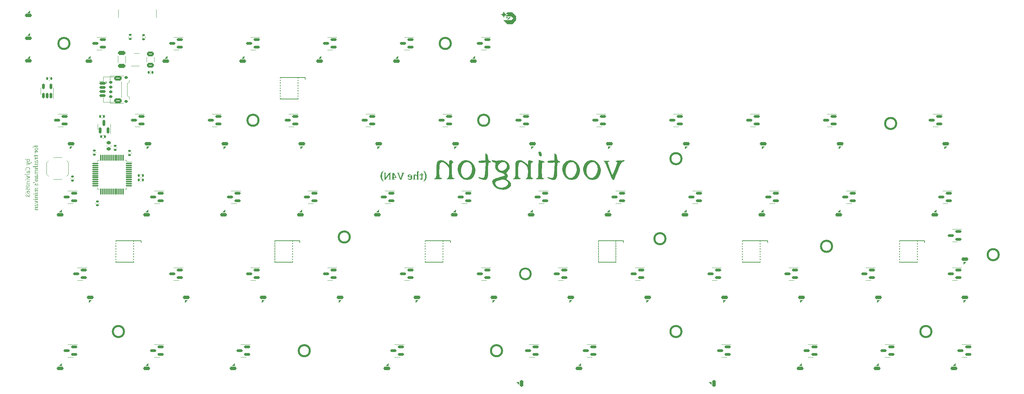
<source format=gbr>
%TF.GenerationSoftware,KiCad,Pcbnew,(7.0.0)*%
%TF.CreationDate,2023-11-27T23:21:45+01:00*%
%TF.ProjectId,vootington V4N,766f6f74-696e-4677-946f-6e2056344e2e,rev?*%
%TF.SameCoordinates,Original*%
%TF.FileFunction,Legend,Bot*%
%TF.FilePolarity,Positive*%
%FSLAX46Y46*%
G04 Gerber Fmt 4.6, Leading zero omitted, Abs format (unit mm)*
G04 Created by KiCad (PCBNEW (7.0.0)) date 2023-11-27 23:21:45*
%MOMM*%
%LPD*%
G01*
G04 APERTURE LIST*
G04 Aperture macros list*
%AMRoundRect*
0 Rectangle with rounded corners*
0 $1 Rounding radius*
0 $2 $3 $4 $5 $6 $7 $8 $9 X,Y pos of 4 corners*
0 Add a 4 corners polygon primitive as box body*
4,1,4,$2,$3,$4,$5,$6,$7,$8,$9,$2,$3,0*
0 Add four circle primitives for the rounded corners*
1,1,$1+$1,$2,$3*
1,1,$1+$1,$4,$5*
1,1,$1+$1,$6,$7*
1,1,$1+$1,$8,$9*
0 Add four rect primitives between the rounded corners*
20,1,$1+$1,$2,$3,$4,$5,0*
20,1,$1+$1,$4,$5,$6,$7,0*
20,1,$1+$1,$6,$7,$8,$9,0*
20,1,$1+$1,$8,$9,$2,$3,0*%
G04 Aperture macros list end*
%ADD10C,0.150000*%
%ADD11C,0.200000*%
%ADD12C,0.100000*%
%ADD13C,0.500000*%
%ADD14C,0.120000*%
%ADD15C,0.170180*%
%ADD16C,0.002540*%
%ADD17R,1.700000X0.820000*%
%ADD18RoundRect,0.205000X0.645000X0.205000X-0.645000X0.205000X-0.645000X-0.205000X0.645000X-0.205000X0*%
%ADD19R,0.820000X1.700000*%
%ADD20RoundRect,0.205000X-0.205000X0.645000X-0.205000X-0.645000X0.205000X-0.645000X0.205000X0.645000X0*%
%ADD21RoundRect,0.205000X-0.645000X-0.205000X0.645000X-0.205000X0.645000X0.205000X-0.645000X0.205000X0*%
%ADD22C,2.200000*%
%ADD23C,1.700000*%
%ADD24C,3.048000*%
%ADD25C,3.987800*%
%ADD26C,3.800000*%
%ADD27RoundRect,0.150000X0.150000X-0.512500X0.150000X0.512500X-0.150000X0.512500X-0.150000X-0.512500X0*%
%ADD28RoundRect,0.150000X0.587500X0.150000X-0.587500X0.150000X-0.587500X-0.150000X0.587500X-0.150000X0*%
%ADD29R,1.778000X0.419100*%
%ADD30R,1.100000X1.800000*%
%ADD31RoundRect,0.075000X0.662500X0.075000X-0.662500X0.075000X-0.662500X-0.075000X0.662500X-0.075000X0*%
%ADD32RoundRect,0.075000X0.075000X0.662500X-0.075000X0.662500X-0.075000X-0.662500X0.075000X-0.662500X0*%
%ADD33RoundRect,0.140000X0.140000X0.170000X-0.140000X0.170000X-0.140000X-0.170000X0.140000X-0.170000X0*%
%ADD34RoundRect,0.135000X0.185000X-0.135000X0.185000X0.135000X-0.185000X0.135000X-0.185000X-0.135000X0*%
%ADD35RoundRect,0.140000X-0.140000X-0.170000X0.140000X-0.170000X0.140000X0.170000X-0.140000X0.170000X0*%
%ADD36R,0.700000X1.000000*%
%ADD37R,0.700000X0.600000*%
%ADD38RoundRect,0.140000X-0.170000X0.140000X-0.170000X-0.140000X0.170000X-0.140000X0.170000X0.140000X0*%
%ADD39C,0.650000*%
%ADD40R,0.600000X1.450000*%
%ADD41R,0.300000X1.450000*%
%ADD42O,1.000000X1.600000*%
%ADD43O,1.000000X2.100000*%
%ADD44RoundRect,0.150000X-0.275000X0.150000X-0.275000X-0.150000X0.275000X-0.150000X0.275000X0.150000X0*%
%ADD45RoundRect,0.175000X-0.225000X0.175000X-0.225000X-0.175000X0.225000X-0.175000X0.225000X0.175000X0*%
%ADD46RoundRect,0.140000X0.170000X-0.140000X0.170000X0.140000X-0.170000X0.140000X-0.170000X-0.140000X0*%
%ADD47RoundRect,0.150000X-0.625000X0.150000X-0.625000X-0.150000X0.625000X-0.150000X0.625000X0.150000X0*%
%ADD48RoundRect,0.250000X-0.650000X0.350000X-0.650000X-0.350000X0.650000X-0.350000X0.650000X0.350000X0*%
%ADD49RoundRect,0.250000X0.700000X-0.275000X0.700000X0.275000X-0.700000X0.275000X-0.700000X-0.275000X0*%
%ADD50RoundRect,0.225000X0.250000X-0.225000X0.250000X0.225000X-0.250000X0.225000X-0.250000X-0.225000X0*%
%ADD51RoundRect,0.150000X0.150000X-0.587500X0.150000X0.587500X-0.150000X0.587500X-0.150000X-0.587500X0*%
%ADD52RoundRect,0.250000X-0.625000X0.375000X-0.625000X-0.375000X0.625000X-0.375000X0.625000X0.375000X0*%
G04 APERTURE END LIST*
D10*
G36*
X27681912Y-50807446D02*
G01*
X27683416Y-50819347D01*
X27685119Y-50832112D01*
X27686997Y-50845223D01*
X27689022Y-50858090D01*
X27691392Y-50869195D01*
X27695799Y-50880690D01*
X27702504Y-50890623D01*
X27710769Y-50897783D01*
X27721457Y-50903142D01*
X27733278Y-50906450D01*
X27740028Y-50907632D01*
X27752612Y-50909107D01*
X27765427Y-50909976D01*
X27777751Y-50910409D01*
X27791311Y-50910554D01*
X28774339Y-50910554D01*
X28778909Y-50918883D01*
X28784858Y-50929918D01*
X28790642Y-50940870D01*
X28796261Y-50951739D01*
X28801715Y-50962527D01*
X28807005Y-50973231D01*
X28812129Y-50983854D01*
X28818303Y-50997015D01*
X28820661Y-51002266D01*
X28826357Y-51015172D01*
X28831767Y-51027763D01*
X28836890Y-51040039D01*
X28841727Y-51052000D01*
X28846278Y-51063646D01*
X28850543Y-51074978D01*
X28851343Y-51077205D01*
X28855904Y-51090229D01*
X28860054Y-51102676D01*
X28863790Y-51114546D01*
X28867115Y-51125839D01*
X28870473Y-51138286D01*
X28872122Y-51145054D01*
X28874760Y-51157437D01*
X28876676Y-51169529D01*
X28877507Y-51181663D01*
X28877219Y-51196776D01*
X28876353Y-51211632D01*
X28874911Y-51226231D01*
X28872891Y-51240574D01*
X28870295Y-51254661D01*
X28867121Y-51268491D01*
X28863370Y-51282065D01*
X28859043Y-51295383D01*
X28854294Y-51308434D01*
X28849132Y-51321211D01*
X28843559Y-51333713D01*
X28837574Y-51345941D01*
X28831176Y-51357893D01*
X28824366Y-51369571D01*
X28817144Y-51380974D01*
X28809510Y-51392103D01*
X28801501Y-51403016D01*
X28793152Y-51413627D01*
X28784465Y-51423935D01*
X28775438Y-51433942D01*
X28766073Y-51443646D01*
X28756369Y-51453047D01*
X28746326Y-51462147D01*
X28735944Y-51470944D01*
X28725246Y-51479490D01*
X28714402Y-51487687D01*
X28703411Y-51495537D01*
X28692274Y-51503038D01*
X28680990Y-51510191D01*
X28669559Y-51516996D01*
X28657982Y-51523453D01*
X28646258Y-51529563D01*
X28634356Y-51535388D01*
X28622390Y-51540847D01*
X28610359Y-51545939D01*
X28598265Y-51550665D01*
X28586106Y-51555025D01*
X28573883Y-51559018D01*
X28561596Y-51562645D01*
X28549245Y-51565906D01*
X28536830Y-51568791D01*
X28524497Y-51571291D01*
X28512247Y-51573407D01*
X28500079Y-51575138D01*
X28487993Y-51576485D01*
X28475990Y-51577446D01*
X28464070Y-51578023D01*
X28452232Y-51578216D01*
X28441201Y-51578140D01*
X28424916Y-51577743D01*
X28408946Y-51577007D01*
X28393290Y-51575930D01*
X28377948Y-51574513D01*
X28362920Y-51572756D01*
X28348207Y-51570660D01*
X28333808Y-51568223D01*
X28319723Y-51565446D01*
X28305953Y-51562329D01*
X28292497Y-51558872D01*
X28279388Y-51555113D01*
X28266661Y-51551092D01*
X28254315Y-51546808D01*
X28242351Y-51542262D01*
X28230767Y-51537452D01*
X28219565Y-51532380D01*
X28208744Y-51527045D01*
X28198305Y-51521448D01*
X28184978Y-51513575D01*
X28172329Y-51505236D01*
X28160381Y-51496457D01*
X28149157Y-51487266D01*
X28138656Y-51477663D01*
X28128879Y-51467647D01*
X28119825Y-51457219D01*
X28111495Y-51446380D01*
X28103888Y-51435128D01*
X28097005Y-51423463D01*
X28090891Y-51411529D01*
X28085593Y-51399320D01*
X28081109Y-51386836D01*
X28077441Y-51374078D01*
X28074588Y-51361044D01*
X28072550Y-51347736D01*
X28071327Y-51334153D01*
X28070920Y-51320295D01*
X28071094Y-51314159D01*
X28072486Y-51301116D01*
X28074846Y-51288862D01*
X28078272Y-51275823D01*
X28082057Y-51264022D01*
X28082610Y-51262556D01*
X28183467Y-51262556D01*
X28183555Y-51267492D01*
X28184547Y-51279741D01*
X28186641Y-51291861D01*
X28189836Y-51303852D01*
X28194134Y-51315715D01*
X28199533Y-51327448D01*
X28206035Y-51339053D01*
X28213490Y-51350471D01*
X28221932Y-51361459D01*
X28231361Y-51372017D01*
X28241778Y-51382147D01*
X28250823Y-51389941D01*
X28260500Y-51397461D01*
X28270808Y-51404706D01*
X28273483Y-51406471D01*
X28284568Y-51413304D01*
X28296267Y-51419770D01*
X28308579Y-51425870D01*
X28321505Y-51431604D01*
X28335044Y-51436971D01*
X28349197Y-51441972D01*
X28363964Y-51446606D01*
X28375442Y-51449842D01*
X28383280Y-51451900D01*
X28395303Y-51454739D01*
X28407645Y-51457279D01*
X28420307Y-51459520D01*
X28433288Y-51461462D01*
X28446589Y-51463106D01*
X28460209Y-51464451D01*
X28474149Y-51465496D01*
X28488408Y-51466243D01*
X28502986Y-51466692D01*
X28517884Y-51466841D01*
X28523700Y-51466790D01*
X28538160Y-51466210D01*
X28552506Y-51464986D01*
X28566737Y-51463119D01*
X28580853Y-51460607D01*
X28594855Y-51457452D01*
X28608743Y-51453652D01*
X28614202Y-51451953D01*
X28627542Y-51447265D01*
X28640438Y-51441947D01*
X28652890Y-51435999D01*
X28664898Y-51429421D01*
X28676463Y-51422214D01*
X28687584Y-51414378D01*
X28691891Y-51411106D01*
X28702198Y-51402505D01*
X28711847Y-51393303D01*
X28720837Y-51383499D01*
X28729169Y-51373095D01*
X28736842Y-51362090D01*
X28743858Y-51350484D01*
X28748804Y-51340839D01*
X28754059Y-51328243D01*
X28758283Y-51315045D01*
X28761477Y-51301246D01*
X28763641Y-51286846D01*
X28764631Y-51274894D01*
X28764960Y-51262556D01*
X28764901Y-51258659D01*
X28764123Y-51246289D01*
X28762817Y-51234365D01*
X28761150Y-51222403D01*
X28759746Y-51214467D01*
X28757372Y-51202853D01*
X28754521Y-51190649D01*
X28751193Y-51177856D01*
X28747961Y-51166422D01*
X28746762Y-51162562D01*
X28742850Y-51150815D01*
X28738464Y-51138821D01*
X28733604Y-51126580D01*
X28728270Y-51114092D01*
X28722462Y-51101356D01*
X28720416Y-51097075D01*
X28715031Y-51086424D01*
X28709259Y-51075843D01*
X28703101Y-51065335D01*
X28696557Y-51054898D01*
X28689626Y-51044532D01*
X28682308Y-51034238D01*
X28355805Y-51034238D01*
X28343678Y-51042884D01*
X28332064Y-51051530D01*
X28320963Y-51060177D01*
X28310375Y-51068823D01*
X28300300Y-51077469D01*
X28290738Y-51086115D01*
X28281689Y-51094761D01*
X28273153Y-51103408D01*
X28271078Y-51105565D01*
X28261107Y-51116233D01*
X28251810Y-51126700D01*
X28243184Y-51136967D01*
X28235232Y-51147033D01*
X28227952Y-51156899D01*
X28220103Y-51168474D01*
X28214161Y-51177849D01*
X28207787Y-51188703D01*
X28202236Y-51199123D01*
X28196803Y-51210734D01*
X28191967Y-51223282D01*
X28190937Y-51226286D01*
X28187484Y-51237570D01*
X28184662Y-51250027D01*
X28183467Y-51262556D01*
X28082610Y-51262556D01*
X28086646Y-51251846D01*
X28092059Y-51239278D01*
X28097200Y-51228506D01*
X28102913Y-51217463D01*
X28109198Y-51206147D01*
X28116056Y-51194559D01*
X28118962Y-51189857D01*
X28126647Y-51177992D01*
X28134933Y-51165969D01*
X28141994Y-51156237D01*
X28149441Y-51146405D01*
X28157272Y-51136472D01*
X28165488Y-51126438D01*
X28174088Y-51116304D01*
X28176299Y-51113757D01*
X28185394Y-51103558D01*
X28194892Y-51093341D01*
X28204793Y-51083106D01*
X28215097Y-51072852D01*
X28225804Y-51062580D01*
X28236914Y-51052290D01*
X28248427Y-51041982D01*
X28257326Y-51034238D01*
X27611059Y-51034238D01*
X27608202Y-51030941D01*
X27600508Y-51021928D01*
X27599468Y-51020683D01*
X27591422Y-51011963D01*
X27583216Y-51003757D01*
X27589403Y-50991992D01*
X27595214Y-50980144D01*
X27600650Y-50968215D01*
X27605710Y-50956203D01*
X27610395Y-50944108D01*
X27614705Y-50931931D01*
X27618639Y-50919671D01*
X27622197Y-50907330D01*
X27625563Y-50894869D01*
X27628920Y-50882252D01*
X27632267Y-50869480D01*
X27635606Y-50856551D01*
X27638935Y-50843468D01*
X27642255Y-50830228D01*
X27645566Y-50816833D01*
X27648868Y-50803282D01*
X27681401Y-50803282D01*
X27681912Y-50807446D01*
G37*
G36*
X28125142Y-52462766D02*
G01*
X28128018Y-52450877D01*
X28131122Y-52438860D01*
X28134408Y-52427194D01*
X28135986Y-52422026D01*
X28140228Y-52410324D01*
X28145603Y-52399105D01*
X28147124Y-52396527D01*
X28154604Y-52386944D01*
X28161192Y-52381286D01*
X28172139Y-52375435D01*
X28181415Y-52371907D01*
X28925867Y-52096694D01*
X28937232Y-52092340D01*
X28948390Y-52087925D01*
X28959342Y-52083447D01*
X28975383Y-52076615D01*
X28990961Y-52069643D01*
X29006075Y-52062532D01*
X29020726Y-52055283D01*
X29034913Y-52047894D01*
X29048636Y-52040366D01*
X29061896Y-52032699D01*
X29074691Y-52024893D01*
X29082964Y-52019611D01*
X29095011Y-52011615D01*
X29106640Y-52003561D01*
X29117851Y-51995451D01*
X29128645Y-51987284D01*
X29139022Y-51979061D01*
X29148982Y-51970781D01*
X29158524Y-51962444D01*
X29167650Y-51954051D01*
X29176357Y-51945600D01*
X29184648Y-51937094D01*
X29189943Y-51931391D01*
X29200073Y-51919951D01*
X29209507Y-51908493D01*
X29218244Y-51897017D01*
X29226286Y-51885522D01*
X29233632Y-51874009D01*
X29240281Y-51862478D01*
X29246235Y-51850928D01*
X29251492Y-51839360D01*
X29256163Y-51827930D01*
X29260211Y-51816646D01*
X29264396Y-51802747D01*
X29267607Y-51789077D01*
X29269846Y-51775636D01*
X29271111Y-51762424D01*
X29271422Y-51752019D01*
X29271226Y-51738537D01*
X29270637Y-51725532D01*
X29269655Y-51713004D01*
X29268281Y-51700952D01*
X29267319Y-51694280D01*
X29265139Y-51681549D01*
X29262703Y-51669734D01*
X29259655Y-51657536D01*
X29257061Y-51648851D01*
X29252621Y-51636924D01*
X29247305Y-51626126D01*
X29242992Y-51619542D01*
X29234750Y-51611080D01*
X29227752Y-51608697D01*
X29216191Y-51613407D01*
X29207821Y-51618662D01*
X29197199Y-51625935D01*
X29186940Y-51633629D01*
X29177219Y-51641434D01*
X29174995Y-51643282D01*
X29165173Y-51651829D01*
X29155490Y-51660655D01*
X29145946Y-51669758D01*
X29140703Y-51674936D01*
X29132120Y-51684197D01*
X29124106Y-51693779D01*
X29117142Y-51703461D01*
X29116084Y-51705124D01*
X29122790Y-51717475D01*
X29128437Y-51729797D01*
X29133025Y-51742090D01*
X29136554Y-51754355D01*
X29139024Y-51766591D01*
X29140436Y-51778798D01*
X29140703Y-51783673D01*
X29140931Y-51795731D01*
X29140354Y-51809635D01*
X29138850Y-51822920D01*
X29136418Y-51835587D01*
X29133059Y-51847636D01*
X29131031Y-51853429D01*
X29126047Y-51864259D01*
X29118812Y-51875067D01*
X29111168Y-51884373D01*
X29107877Y-51888013D01*
X29099520Y-51896747D01*
X29090350Y-51905508D01*
X29080366Y-51914298D01*
X29071161Y-51921854D01*
X29063034Y-51928167D01*
X29052895Y-51935720D01*
X29042261Y-51943211D01*
X29031133Y-51950640D01*
X29019510Y-51958007D01*
X29009447Y-51964100D01*
X29003244Y-51967734D01*
X28992752Y-51973665D01*
X28982160Y-51979366D01*
X28971469Y-51984839D01*
X28960677Y-51990082D01*
X28949784Y-51995097D01*
X28938792Y-51999883D01*
X28934367Y-52001733D01*
X28877214Y-52025766D01*
X28181415Y-51755243D01*
X28170534Y-51750700D01*
X28159957Y-51743487D01*
X28151142Y-51734049D01*
X28146244Y-51726520D01*
X28140419Y-51714577D01*
X28135623Y-51702082D01*
X28131735Y-51689855D01*
X28128053Y-51676226D01*
X28125142Y-51663798D01*
X28089678Y-51663798D01*
X28089678Y-51982096D01*
X28125142Y-51982096D01*
X28126691Y-51970428D01*
X28128524Y-51957884D01*
X28130653Y-51944956D01*
X28133093Y-51932207D01*
X28133641Y-51929632D01*
X28136406Y-51917880D01*
X28140253Y-51906120D01*
X28143900Y-51898272D01*
X28151266Y-51889085D01*
X28159140Y-51885376D01*
X28171376Y-51885909D01*
X28181415Y-51888893D01*
X28707807Y-52091712D01*
X28181415Y-52282221D01*
X28169329Y-52284596D01*
X28160313Y-52283394D01*
X28150352Y-52276524D01*
X28145365Y-52269325D01*
X28140316Y-52257841D01*
X28136821Y-52246377D01*
X28134814Y-52237965D01*
X28132153Y-52225777D01*
X28129748Y-52213582D01*
X28127615Y-52201859D01*
X28125453Y-52189155D01*
X28125142Y-52187260D01*
X28089678Y-52187260D01*
X28089678Y-52462766D01*
X28125142Y-52462766D01*
G37*
G36*
X28684067Y-53683491D02*
G01*
X28694401Y-53673638D01*
X28704411Y-53663862D01*
X28714095Y-53654164D01*
X28723456Y-53644542D01*
X28732491Y-53634998D01*
X28741203Y-53625531D01*
X28749589Y-53616142D01*
X28757651Y-53606830D01*
X28765389Y-53597595D01*
X28772802Y-53588437D01*
X28777563Y-53582375D01*
X28786699Y-53570408D01*
X28795350Y-53558543D01*
X28803516Y-53546778D01*
X28811195Y-53535114D01*
X28818390Y-53523551D01*
X28825099Y-53512088D01*
X28831323Y-53500726D01*
X28837061Y-53489465D01*
X28842291Y-53478277D01*
X28847136Y-53467135D01*
X28851596Y-53456039D01*
X28855672Y-53444988D01*
X28860226Y-53431240D01*
X28864179Y-53417562D01*
X28867530Y-53403957D01*
X28868128Y-53401244D01*
X28870830Y-53387703D01*
X28873074Y-53374191D01*
X28874860Y-53360707D01*
X28876188Y-53347251D01*
X28877059Y-53333825D01*
X28877471Y-53320427D01*
X28877507Y-53315076D01*
X28877203Y-53300703D01*
X28876291Y-53286382D01*
X28874772Y-53272113D01*
X28872644Y-53257895D01*
X28869908Y-53243729D01*
X28866565Y-53229614D01*
X28862613Y-53215551D01*
X28858053Y-53201539D01*
X28852886Y-53187579D01*
X28847111Y-53173670D01*
X28842923Y-53164427D01*
X28836170Y-53150764D01*
X28828882Y-53137365D01*
X28821057Y-53124228D01*
X28812698Y-53111354D01*
X28803802Y-53098743D01*
X28794370Y-53086394D01*
X28784403Y-53074309D01*
X28773900Y-53062486D01*
X28762861Y-53050925D01*
X28751286Y-53039628D01*
X28743271Y-53032242D01*
X28730762Y-53021502D01*
X28717742Y-53011153D01*
X28704212Y-53001196D01*
X28690172Y-52991631D01*
X28675621Y-52982457D01*
X28660561Y-52973674D01*
X28650238Y-52968037D01*
X28639688Y-52962574D01*
X28628911Y-52957284D01*
X28617907Y-52952169D01*
X28606677Y-52947227D01*
X28595220Y-52942460D01*
X28583537Y-52937867D01*
X28571642Y-52933537D01*
X28559554Y-52929486D01*
X28547270Y-52925715D01*
X28534792Y-52922223D01*
X28522119Y-52919011D01*
X28509252Y-52916077D01*
X28496190Y-52913423D01*
X28482933Y-52911049D01*
X28469482Y-52908954D01*
X28455836Y-52907138D01*
X28441995Y-52905602D01*
X28427960Y-52904345D01*
X28413730Y-52903367D01*
X28399306Y-52902668D01*
X28384687Y-52902249D01*
X28369873Y-52902110D01*
X28353484Y-52902265D01*
X28337289Y-52902733D01*
X28321290Y-52903511D01*
X28305484Y-52904601D01*
X28289874Y-52906002D01*
X28274458Y-52907715D01*
X28259237Y-52909739D01*
X28244210Y-52912075D01*
X28229378Y-52914722D01*
X28214741Y-52917680D01*
X28200298Y-52920950D01*
X28186050Y-52924531D01*
X28171996Y-52928424D01*
X28158137Y-52932628D01*
X28144473Y-52937143D01*
X28131004Y-52941970D01*
X28117717Y-52947099D01*
X28104676Y-52952448D01*
X28091879Y-52958017D01*
X28079328Y-52963805D01*
X28067021Y-52969814D01*
X28054960Y-52976042D01*
X28043144Y-52982490D01*
X28031572Y-52989158D01*
X28020246Y-52996045D01*
X28009164Y-53003153D01*
X27998328Y-53010480D01*
X27987737Y-53018027D01*
X27977390Y-53025794D01*
X27967289Y-53033781D01*
X27957433Y-53041988D01*
X27947821Y-53050414D01*
X27938469Y-53059073D01*
X27929389Y-53067903D01*
X27920581Y-53076906D01*
X27912046Y-53086080D01*
X27903783Y-53095425D01*
X27895793Y-53104943D01*
X27888075Y-53114632D01*
X27880630Y-53124493D01*
X27873457Y-53134525D01*
X27866557Y-53144730D01*
X27859929Y-53155106D01*
X27853574Y-53165654D01*
X27847491Y-53176373D01*
X27841681Y-53187265D01*
X27836143Y-53198328D01*
X27830878Y-53209563D01*
X27825874Y-53220926D01*
X27821192Y-53232373D01*
X27816834Y-53243906D01*
X27812798Y-53255523D01*
X27809085Y-53267225D01*
X27805695Y-53279012D01*
X27802628Y-53290883D01*
X27799883Y-53302839D01*
X27797462Y-53314880D01*
X27795363Y-53327005D01*
X27793588Y-53339215D01*
X27792135Y-53351510D01*
X27791005Y-53363890D01*
X27790198Y-53376355D01*
X27789713Y-53388904D01*
X27789552Y-53401537D01*
X27789727Y-53418050D01*
X27790253Y-53434177D01*
X27791129Y-53449917D01*
X27792355Y-53465271D01*
X27793931Y-53480239D01*
X27795858Y-53494820D01*
X27798135Y-53509014D01*
X27800763Y-53522822D01*
X27803741Y-53536244D01*
X27807069Y-53549280D01*
X27809482Y-53557755D01*
X27813244Y-53570129D01*
X27817166Y-53582079D01*
X27821247Y-53593608D01*
X27825488Y-53604714D01*
X27831391Y-53618865D01*
X27837578Y-53632265D01*
X27844049Y-53644913D01*
X27850804Y-53656811D01*
X27857842Y-53667958D01*
X27869751Y-53667393D01*
X27873376Y-53665320D01*
X27883720Y-53658447D01*
X27893380Y-53651196D01*
X27900927Y-53645096D01*
X27910664Y-53637019D01*
X27920459Y-53628541D01*
X27929323Y-53620569D01*
X27932288Y-53617839D01*
X27941452Y-53609321D01*
X27950277Y-53601009D01*
X27957786Y-53593805D01*
X27952804Y-53564789D01*
X27943352Y-53554064D01*
X27934339Y-53542844D01*
X27925766Y-53531130D01*
X27917633Y-53518921D01*
X27909939Y-53506217D01*
X27902685Y-53493019D01*
X27895871Y-53479326D01*
X27889496Y-53465138D01*
X27885044Y-53454160D01*
X27881030Y-53442878D01*
X27877453Y-53431292D01*
X27874315Y-53419402D01*
X27871614Y-53407208D01*
X27869352Y-53394710D01*
X27867527Y-53381909D01*
X27866140Y-53368803D01*
X27865192Y-53355393D01*
X27864681Y-53341679D01*
X27864583Y-53332368D01*
X27865088Y-53319806D01*
X27866603Y-53306738D01*
X27868705Y-53295136D01*
X27871549Y-53283163D01*
X27875135Y-53270819D01*
X27879524Y-53258368D01*
X27884779Y-53245856D01*
X27890900Y-53233281D01*
X27896661Y-53222755D01*
X27903024Y-53212187D01*
X27908547Y-53203701D01*
X27915950Y-53193225D01*
X27924055Y-53182864D01*
X27932860Y-53172617D01*
X27942367Y-53162485D01*
X27952575Y-53152467D01*
X27961247Y-53144535D01*
X27968045Y-53138634D01*
X27977447Y-53130904D01*
X27987334Y-53123394D01*
X27997706Y-53116103D01*
X28008565Y-53109032D01*
X28019908Y-53102181D01*
X28031737Y-53095550D01*
X28044052Y-53089139D01*
X28056851Y-53082947D01*
X28070155Y-53077021D01*
X28083981Y-53071407D01*
X28098328Y-53066104D01*
X28109432Y-53062331D01*
X28120829Y-53058733D01*
X28132520Y-53055310D01*
X28144504Y-53052063D01*
X28156782Y-53048990D01*
X28169354Y-53046093D01*
X28177898Y-53044259D01*
X28190928Y-53041692D01*
X28204297Y-53039378D01*
X28218006Y-53037317D01*
X28232056Y-53035508D01*
X28246445Y-53033951D01*
X28261175Y-53032646D01*
X28276245Y-53031595D01*
X28291654Y-53030795D01*
X28307404Y-53030248D01*
X28323494Y-53029954D01*
X28334409Y-53029898D01*
X28348296Y-53030021D01*
X28361969Y-53030392D01*
X28375426Y-53031010D01*
X28388668Y-53031876D01*
X28401694Y-53032989D01*
X28414505Y-53034349D01*
X28427101Y-53035956D01*
X28439482Y-53037811D01*
X28451648Y-53039913D01*
X28463598Y-53042262D01*
X28475333Y-53044859D01*
X28486853Y-53047703D01*
X28503729Y-53052432D01*
X28520121Y-53057718D01*
X28530780Y-53061551D01*
X28546357Y-53067646D01*
X28561435Y-53074060D01*
X28576012Y-53080794D01*
X28590090Y-53087847D01*
X28603668Y-53095220D01*
X28616746Y-53102912D01*
X28629325Y-53110923D01*
X28641404Y-53119254D01*
X28652983Y-53127904D01*
X28664062Y-53136874D01*
X28671171Y-53143031D01*
X28681425Y-53152526D01*
X28691195Y-53162217D01*
X28700481Y-53172104D01*
X28709282Y-53182186D01*
X28717599Y-53192464D01*
X28725432Y-53202938D01*
X28732780Y-53213608D01*
X28739644Y-53224474D01*
X28746024Y-53235535D01*
X28751920Y-53246792D01*
X28755581Y-53254406D01*
X28760610Y-53265918D01*
X28765143Y-53277373D01*
X28769183Y-53288772D01*
X28772727Y-53300114D01*
X28776684Y-53315149D01*
X28779761Y-53330083D01*
X28781960Y-53344916D01*
X28783278Y-53359648D01*
X28783718Y-53374280D01*
X28782974Y-53388867D01*
X28781307Y-53401495D01*
X28778687Y-53414975D01*
X28775115Y-53429307D01*
X28771811Y-53440615D01*
X28767971Y-53452402D01*
X28763596Y-53464668D01*
X28758684Y-53477413D01*
X28753237Y-53490637D01*
X28747122Y-53504266D01*
X28740209Y-53518224D01*
X28732497Y-53532513D01*
X28723987Y-53547131D01*
X28714678Y-53562078D01*
X28708029Y-53572227D01*
X28701024Y-53582521D01*
X28693665Y-53592963D01*
X28685951Y-53603551D01*
X28677881Y-53614285D01*
X28669457Y-53625166D01*
X28660678Y-53636194D01*
X28651544Y-53647368D01*
X28646844Y-53653010D01*
X28653879Y-53661510D01*
X28663199Y-53669006D01*
X28665016Y-53670302D01*
X28674825Y-53676810D01*
X28676154Y-53677630D01*
X28684067Y-53683491D01*
G37*
G36*
X28705811Y-53810757D02*
G01*
X28720122Y-53811478D01*
X28733746Y-53813001D01*
X28746683Y-53815325D01*
X28758934Y-53818451D01*
X28770497Y-53822378D01*
X28781373Y-53827106D01*
X28785538Y-53829192D01*
X28797457Y-53835862D01*
X28808510Y-53843151D01*
X28818697Y-53851057D01*
X28828018Y-53859582D01*
X28836475Y-53868725D01*
X28839103Y-53871900D01*
X28846440Y-53881713D01*
X28852952Y-53891958D01*
X28858640Y-53902637D01*
X28863503Y-53913748D01*
X28867542Y-53925292D01*
X28870413Y-53935049D01*
X28873216Y-53946645D01*
X28875600Y-53960016D01*
X28877031Y-53973220D01*
X28877507Y-53986255D01*
X28877307Y-53994627D01*
X28876353Y-54006780D01*
X28874614Y-54019439D01*
X28872090Y-54032602D01*
X28869301Y-54044287D01*
X28867112Y-54052324D01*
X28863313Y-54064569D01*
X28858896Y-54077040D01*
X28853861Y-54089738D01*
X28849193Y-54100493D01*
X28844095Y-54111405D01*
X28841931Y-54115844D01*
X28836181Y-54126991D01*
X28829944Y-54138209D01*
X28823221Y-54149499D01*
X28816011Y-54160861D01*
X28808314Y-54172294D01*
X28800131Y-54183798D01*
X28793239Y-54193104D01*
X28786045Y-54202410D01*
X28778548Y-54211715D01*
X28770749Y-54221021D01*
X28762648Y-54230327D01*
X28754244Y-54239632D01*
X28745538Y-54248938D01*
X28736530Y-54258244D01*
X28744663Y-54258526D01*
X28760260Y-54259470D01*
X28774970Y-54260917D01*
X28788791Y-54262868D01*
X28801724Y-54265323D01*
X28813768Y-54268281D01*
X28827574Y-54272687D01*
X28839992Y-54277881D01*
X28848784Y-54282566D01*
X28859775Y-54290125D01*
X28869264Y-54299752D01*
X28875163Y-54310249D01*
X28877507Y-54323310D01*
X28876949Y-54331097D01*
X28874293Y-54343849D01*
X28870274Y-54356499D01*
X28865697Y-54368253D01*
X28860004Y-54381109D01*
X28854646Y-54392186D01*
X28850060Y-54400973D01*
X28843184Y-54413354D01*
X28835438Y-54426495D01*
X28829057Y-54436850D01*
X28822187Y-54447632D01*
X28814827Y-54458842D01*
X28806978Y-54470479D01*
X28798639Y-54482544D01*
X28789811Y-54495037D01*
X28780494Y-54507958D01*
X28742685Y-54495648D01*
X28744405Y-54491602D01*
X28749097Y-54480151D01*
X28753685Y-54468093D01*
X28757761Y-54456031D01*
X28760857Y-54444650D01*
X28762039Y-54439136D01*
X28764059Y-54427245D01*
X28764960Y-54415048D01*
X28764610Y-54410520D01*
X28759897Y-54399364D01*
X28750599Y-54391014D01*
X28749664Y-54390455D01*
X28738238Y-54385841D01*
X28726377Y-54383428D01*
X28714015Y-54382248D01*
X28701946Y-54381928D01*
X28246775Y-54381928D01*
X28236550Y-54381736D01*
X28221749Y-54380726D01*
X28207592Y-54378851D01*
X28194079Y-54376110D01*
X28181210Y-54372504D01*
X28168985Y-54368032D01*
X28157405Y-54362694D01*
X28146468Y-54356491D01*
X28136175Y-54349423D01*
X28126526Y-54341489D01*
X28117521Y-54332689D01*
X28111878Y-54326408D01*
X28104096Y-54316377D01*
X28097133Y-54305615D01*
X28090989Y-54294120D01*
X28085665Y-54281895D01*
X28081159Y-54268938D01*
X28077473Y-54255249D01*
X28074606Y-54240828D01*
X28072558Y-54225676D01*
X28071329Y-54209793D01*
X28070920Y-54193177D01*
X28071167Y-54180149D01*
X28071909Y-54167001D01*
X28073145Y-54153734D01*
X28074877Y-54140348D01*
X28077102Y-54126843D01*
X28079822Y-54113218D01*
X28083037Y-54099475D01*
X28086747Y-54085613D01*
X28090873Y-54071783D01*
X28095338Y-54058136D01*
X28100142Y-54044672D01*
X28105285Y-54031391D01*
X28110766Y-54018293D01*
X28116587Y-54005379D01*
X28122747Y-53992648D01*
X28129245Y-53980100D01*
X28136091Y-53967813D01*
X28143295Y-53955865D01*
X28150856Y-53944256D01*
X28158774Y-53932985D01*
X28167049Y-53922054D01*
X28175682Y-53911462D01*
X28184671Y-53901208D01*
X28194018Y-53891293D01*
X28198757Y-53886535D01*
X28208310Y-53877486D01*
X28217964Y-53869059D01*
X28227718Y-53861256D01*
X28237573Y-53854075D01*
X28247529Y-53847517D01*
X28260116Y-53840196D01*
X28272860Y-53833847D01*
X28305100Y-53845278D01*
X28305952Y-53854648D01*
X28305139Y-53866568D01*
X28303341Y-53878690D01*
X28301088Y-53890469D01*
X28298432Y-53902357D01*
X28295373Y-53914356D01*
X28291911Y-53926464D01*
X28289571Y-53933902D01*
X28285619Y-53945117D01*
X28280866Y-53956727D01*
X28275204Y-53968376D01*
X28268280Y-53979147D01*
X28258205Y-53985376D01*
X28250542Y-53984958D01*
X28237360Y-53985792D01*
X28224967Y-53988667D01*
X28213362Y-53993582D01*
X28205964Y-53997927D01*
X28195562Y-54005488D01*
X28185995Y-54014300D01*
X28178191Y-54023184D01*
X28171139Y-54033113D01*
X28164929Y-54043847D01*
X28159562Y-54055388D01*
X28155037Y-54067734D01*
X28154531Y-54069347D01*
X28151392Y-54080667D01*
X28148662Y-54093673D01*
X28146849Y-54106752D01*
X28145951Y-54119905D01*
X28145882Y-54124907D01*
X28146071Y-54136941D01*
X28146978Y-54150494D01*
X28148627Y-54163079D01*
X28151017Y-54174695D01*
X28154744Y-54187022D01*
X28155338Y-54188679D01*
X28159946Y-54199662D01*
X28166174Y-54210909D01*
X28173428Y-54220765D01*
X28181708Y-54229228D01*
X28190922Y-54236555D01*
X28200979Y-54242710D01*
X28211878Y-54247692D01*
X28223620Y-54251503D01*
X28225144Y-54251917D01*
X28237582Y-54254761D01*
X28250460Y-54256762D01*
X28263777Y-54257921D01*
X28275791Y-54258244D01*
X28391855Y-54258244D01*
X28446663Y-54258244D01*
X28660327Y-54258244D01*
X28663687Y-54254330D01*
X28673429Y-54242673D01*
X28682660Y-54231140D01*
X28691382Y-54219730D01*
X28699593Y-54208443D01*
X28707295Y-54197281D01*
X28714486Y-54186242D01*
X28721167Y-54175326D01*
X28727338Y-54164535D01*
X28733000Y-54153866D01*
X28739754Y-54139835D01*
X28745662Y-54126078D01*
X28750782Y-54112504D01*
X28755114Y-54099113D01*
X28758659Y-54085906D01*
X28761416Y-54072882D01*
X28763385Y-54060041D01*
X28764566Y-54047383D01*
X28764960Y-54034908D01*
X28764896Y-54032128D01*
X28763514Y-54020480D01*
X28760857Y-54008823D01*
X28757923Y-54000343D01*
X28752063Y-53989324D01*
X28744737Y-53979514D01*
X28742409Y-53976964D01*
X28733571Y-53968950D01*
X28723072Y-53961680D01*
X28712204Y-53955773D01*
X28706814Y-53953438D01*
X28694907Y-53949701D01*
X28683256Y-53947453D01*
X28670455Y-53946159D01*
X28658568Y-53945808D01*
X28653772Y-53945860D01*
X28639865Y-53946633D01*
X28626679Y-53948333D01*
X28614215Y-53950960D01*
X28602472Y-53954515D01*
X28591450Y-53958997D01*
X28584439Y-53962423D01*
X28572632Y-53969035D01*
X28561414Y-53976432D01*
X28550785Y-53984614D01*
X28540745Y-53993582D01*
X28538123Y-53996091D01*
X28529605Y-54004975D01*
X28521430Y-54014661D01*
X28514367Y-54024064D01*
X28513599Y-54025156D01*
X28506788Y-54035988D01*
X28500889Y-54047134D01*
X28495849Y-54058060D01*
X28490920Y-54070079D01*
X28486754Y-54081516D01*
X28482608Y-54094067D01*
X28479169Y-54105375D01*
X28475744Y-54117457D01*
X28472334Y-54130311D01*
X28468938Y-54143938D01*
X28466899Y-54152612D01*
X28464165Y-54164835D01*
X28461413Y-54177809D01*
X28458643Y-54191534D01*
X28455854Y-54206010D01*
X28453046Y-54221237D01*
X28450929Y-54233150D01*
X28448801Y-54245486D01*
X28446663Y-54258244D01*
X28391855Y-54258244D01*
X28393581Y-54246535D01*
X28396188Y-54229440D01*
X28398816Y-54212906D01*
X28401464Y-54196934D01*
X28404133Y-54181524D01*
X28406822Y-54166675D01*
X28409532Y-54152387D01*
X28412263Y-54138662D01*
X28415014Y-54125497D01*
X28417785Y-54112895D01*
X28420578Y-54100854D01*
X28423341Y-54089279D01*
X28427073Y-54074423D01*
X28430861Y-54060226D01*
X28434703Y-54046689D01*
X28438600Y-54033811D01*
X28442552Y-54021593D01*
X28446559Y-54010034D01*
X28451646Y-53996513D01*
X28455772Y-53986365D01*
X28460994Y-53974401D01*
X28466287Y-53963238D01*
X28472734Y-53950901D01*
X28479284Y-53939717D01*
X28485937Y-53929688D01*
X28490366Y-53923538D01*
X28498270Y-53913149D01*
X28506370Y-53903238D01*
X28514667Y-53893803D01*
X28523160Y-53884845D01*
X28528976Y-53879205D01*
X28539115Y-53870136D01*
X28549813Y-53861482D01*
X28561068Y-53853243D01*
X28572882Y-53845419D01*
X28585254Y-53838010D01*
X28595553Y-53832382D01*
X28606352Y-53827299D01*
X28617792Y-53822893D01*
X28629873Y-53819165D01*
X28642595Y-53816115D01*
X28655958Y-53813743D01*
X28669962Y-53812049D01*
X28684607Y-53811032D01*
X28699894Y-53810693D01*
X28705811Y-53810757D01*
G37*
G36*
X28858750Y-54564524D02*
G01*
X28823285Y-54564524D01*
X28821177Y-54577411D01*
X28819026Y-54589474D01*
X28816466Y-54602505D01*
X28813849Y-54614414D01*
X28811562Y-54623729D01*
X28808356Y-54635104D01*
X28804793Y-54646369D01*
X28800502Y-54657933D01*
X28798959Y-54661537D01*
X28793517Y-54672333D01*
X28786356Y-54681761D01*
X28776002Y-54687900D01*
X28773167Y-54688209D01*
X27792190Y-54688209D01*
X27778918Y-54688034D01*
X27766801Y-54687508D01*
X27754122Y-54686452D01*
X27741556Y-54684662D01*
X27734744Y-54683226D01*
X27722768Y-54679311D01*
X27711976Y-54673152D01*
X27703676Y-54665055D01*
X27697420Y-54654913D01*
X27693115Y-54643831D01*
X27690367Y-54632339D01*
X27689901Y-54629591D01*
X27687978Y-54617684D01*
X27686264Y-54606003D01*
X27684523Y-54593144D01*
X27683009Y-54581185D01*
X27681987Y-54572731D01*
X27649161Y-54572731D01*
X27646198Y-54587381D01*
X27643171Y-54601729D01*
X27640080Y-54615774D01*
X27636925Y-54629517D01*
X27633705Y-54642958D01*
X27630422Y-54656097D01*
X27627074Y-54668933D01*
X27623662Y-54681468D01*
X27619953Y-54693878D01*
X27615859Y-54706344D01*
X27611380Y-54718864D01*
X27606516Y-54731440D01*
X27601268Y-54744070D01*
X27595635Y-54756756D01*
X27589618Y-54769496D01*
X27583216Y-54782291D01*
X27611059Y-54811893D01*
X28773167Y-54811893D01*
X28784106Y-54817223D01*
X28792126Y-54827555D01*
X28797842Y-54838024D01*
X28798666Y-54839737D01*
X28803550Y-54851669D01*
X28807525Y-54863722D01*
X28811415Y-54877692D01*
X28814465Y-54890250D01*
X28817460Y-54904034D01*
X28820400Y-54919046D01*
X28822569Y-54931110D01*
X28823285Y-54935285D01*
X28858750Y-54935285D01*
X28858750Y-54564524D01*
G37*
G36*
X28124849Y-55785250D02*
G01*
X28127725Y-55773361D01*
X28130829Y-55761344D01*
X28134114Y-55749678D01*
X28135693Y-55744510D01*
X28139935Y-55732808D01*
X28145310Y-55721590D01*
X28146830Y-55719011D01*
X28154311Y-55709429D01*
X28160899Y-55703771D01*
X28171601Y-55697919D01*
X28180829Y-55694392D01*
X28804528Y-55461091D01*
X28815215Y-55455853D01*
X28825847Y-55448571D01*
X28834491Y-55440568D01*
X28835302Y-55439695D01*
X28842807Y-55430673D01*
X28850203Y-55420221D01*
X28856698Y-55409214D01*
X28862126Y-55397964D01*
X28866723Y-55386784D01*
X28870180Y-55376681D01*
X28873546Y-55365374D01*
X28876710Y-55353442D01*
X28877507Y-55350009D01*
X28180829Y-55077727D01*
X28169966Y-55073184D01*
X28159454Y-55065972D01*
X28150749Y-55056533D01*
X28145951Y-55049004D01*
X28140126Y-55037061D01*
X28135329Y-55024567D01*
X28131441Y-55012339D01*
X28127759Y-54998711D01*
X28124849Y-54986283D01*
X28089678Y-54986283D01*
X28089678Y-55304580D01*
X28124849Y-55304580D01*
X28126387Y-55292912D01*
X28128183Y-55280368D01*
X28130234Y-55267440D01*
X28132542Y-55254692D01*
X28133055Y-55252117D01*
X28135820Y-55240364D01*
X28139667Y-55228604D01*
X28143313Y-55220756D01*
X28150680Y-55211569D01*
X28158554Y-55207860D01*
X28170790Y-55208393D01*
X28180829Y-55211377D01*
X28706928Y-55414196D01*
X28180829Y-55604706D01*
X28168825Y-55607494D01*
X28160020Y-55607343D01*
X28149176Y-55601576D01*
X28145072Y-55596206D01*
X28139688Y-55585142D01*
X28135937Y-55573416D01*
X28134521Y-55567776D01*
X28131561Y-55555062D01*
X28129152Y-55543201D01*
X28127014Y-55531591D01*
X28124849Y-55518830D01*
X28089678Y-55518830D01*
X28089678Y-55785250D01*
X28124849Y-55785250D01*
G37*
G36*
X28858750Y-55855299D02*
G01*
X28823579Y-55855299D01*
X28820620Y-55868882D01*
X28817607Y-55881640D01*
X28814538Y-55893575D01*
X28810626Y-55907333D01*
X28806627Y-55919804D01*
X28802543Y-55930987D01*
X28798373Y-55940882D01*
X28792572Y-55952530D01*
X28785403Y-55963303D01*
X28775621Y-55970514D01*
X28773460Y-55970777D01*
X28308910Y-55970777D01*
X28296206Y-55970734D01*
X28284289Y-55970605D01*
X28271028Y-55970337D01*
X28258900Y-55969946D01*
X28246184Y-55969333D01*
X28241206Y-55969018D01*
X28229024Y-55967571D01*
X28217028Y-55964586D01*
X28205819Y-55959582D01*
X28201052Y-55956415D01*
X28192114Y-55947637D01*
X28185611Y-55937013D01*
X28181080Y-55925297D01*
X28180243Y-55922417D01*
X28177037Y-55909429D01*
X28174503Y-55895991D01*
X28172531Y-55882933D01*
X28171030Y-55870964D01*
X28169658Y-55858008D01*
X28169398Y-55855299D01*
X28136572Y-55855299D01*
X28133971Y-55868231D01*
X28131515Y-55879848D01*
X28128890Y-55891745D01*
X28126097Y-55903923D01*
X28124849Y-55909228D01*
X28121701Y-55921652D01*
X28118413Y-55934048D01*
X28114985Y-55946416D01*
X28111417Y-55958755D01*
X28109315Y-55965794D01*
X28105426Y-55977978D01*
X28101453Y-55989909D01*
X28097396Y-56001588D01*
X28093254Y-56013014D01*
X28090850Y-56019430D01*
X28086490Y-56030389D01*
X28081508Y-56042434D01*
X28076525Y-56053965D01*
X28071543Y-56064983D01*
X28070920Y-56066325D01*
X28070920Y-56094461D01*
X28773460Y-56094461D01*
X28783558Y-56100515D01*
X28790606Y-56109959D01*
X28796600Y-56120317D01*
X28797493Y-56122012D01*
X28802786Y-56133487D01*
X28807055Y-56144797D01*
X28811195Y-56157696D01*
X28814415Y-56169158D01*
X28817552Y-56181638D01*
X28820606Y-56195134D01*
X28823579Y-56209646D01*
X28858750Y-56209646D01*
X28858750Y-55855299D01*
G37*
G36*
X27828826Y-56119081D02*
G01*
X27841335Y-56118478D01*
X27853473Y-56116670D01*
X27865241Y-56113656D01*
X27871618Y-56111461D01*
X27882576Y-56106899D01*
X27893773Y-56100796D01*
X27903940Y-56093606D01*
X27906789Y-56091237D01*
X27915558Y-56082903D01*
X27923183Y-56073652D01*
X27929663Y-56063485D01*
X27930822Y-56061342D01*
X27935459Y-56050219D01*
X27938378Y-56038467D01*
X27939580Y-56026085D01*
X27939615Y-56023533D01*
X27938904Y-56010317D01*
X27936771Y-55998584D01*
X27932485Y-55986771D01*
X27925218Y-55975743D01*
X27919392Y-55970191D01*
X27908217Y-55963138D01*
X27896697Y-55958620D01*
X27883550Y-55955645D01*
X27870986Y-55954322D01*
X27861946Y-55954071D01*
X27849437Y-55954650D01*
X27837298Y-55956389D01*
X27825531Y-55959287D01*
X27819154Y-55961398D01*
X27808196Y-55966125D01*
X27796999Y-55972410D01*
X27786832Y-55979783D01*
X27783983Y-55982207D01*
X27775271Y-55990794D01*
X27767817Y-56000068D01*
X27761624Y-56010028D01*
X27760536Y-56012103D01*
X27756054Y-56023014D01*
X27753232Y-56034497D01*
X27752070Y-56046552D01*
X27752036Y-56049032D01*
X27752711Y-56061551D01*
X27755711Y-56076327D01*
X27761110Y-56088914D01*
X27768909Y-56099311D01*
X27779108Y-56107520D01*
X27791706Y-56113540D01*
X27806704Y-56117371D01*
X27819527Y-56118807D01*
X27828826Y-56119081D01*
G37*
G36*
X28858750Y-56804622D02*
G01*
X28823872Y-56804622D01*
X28820052Y-56819002D01*
X28816361Y-56832392D01*
X28812798Y-56844794D01*
X28809364Y-56856206D01*
X28805251Y-56869080D01*
X28801338Y-56880409D01*
X28796907Y-56891963D01*
X28791906Y-56902927D01*
X28785477Y-56913066D01*
X28775475Y-56919990D01*
X28774046Y-56920100D01*
X28343788Y-56920100D01*
X28331698Y-56920008D01*
X28317410Y-56919636D01*
X28304037Y-56918978D01*
X28291581Y-56918033D01*
X28277842Y-56916522D01*
X28265423Y-56914599D01*
X28263481Y-56914238D01*
X28250520Y-56911465D01*
X28238821Y-56908019D01*
X28226997Y-56903256D01*
X28215665Y-56896847D01*
X28214535Y-56896066D01*
X28205240Y-56888516D01*
X28197089Y-56878659D01*
X28191227Y-56867256D01*
X28189915Y-56863533D01*
X28186798Y-56851485D01*
X28184884Y-56839647D01*
X28183775Y-56826747D01*
X28183467Y-56814587D01*
X28184236Y-56801471D01*
X28186172Y-56789394D01*
X28189285Y-56776755D01*
X28192892Y-56765476D01*
X28195777Y-56757727D01*
X28200808Y-56745802D01*
X28206891Y-56733547D01*
X28212763Y-56723083D01*
X28219365Y-56712390D01*
X28226696Y-56701467D01*
X28234758Y-56690316D01*
X28243508Y-56679056D01*
X28251105Y-56669925D01*
X28259234Y-56660683D01*
X28267894Y-56651332D01*
X28277085Y-56641870D01*
X28286807Y-56632299D01*
X28297061Y-56622618D01*
X28305100Y-56615285D01*
X28316324Y-56605530D01*
X28328162Y-56595758D01*
X28337444Y-56588416D01*
X28347070Y-56581064D01*
X28357042Y-56573702D01*
X28367359Y-56566329D01*
X28378021Y-56558947D01*
X28389028Y-56551553D01*
X28400381Y-56544150D01*
X28412078Y-56536736D01*
X28774046Y-56536736D01*
X28784985Y-56542627D01*
X28792196Y-56552635D01*
X28797900Y-56563784D01*
X28799545Y-56567511D01*
X28804330Y-56579955D01*
X28808238Y-56591537D01*
X28812075Y-56604221D01*
X28815840Y-56618007D01*
X28818801Y-56629829D01*
X28821716Y-56642356D01*
X28823872Y-56652214D01*
X28858750Y-56652214D01*
X28858750Y-56297867D01*
X28824165Y-56297867D01*
X28820767Y-56311051D01*
X28817460Y-56323494D01*
X28814245Y-56335195D01*
X28810356Y-56348777D01*
X28806609Y-56361201D01*
X28803005Y-56372465D01*
X28799545Y-56382570D01*
X28794674Y-56394447D01*
X28788041Y-56405431D01*
X28778548Y-56412576D01*
X28775218Y-56413052D01*
X28287221Y-56413052D01*
X28274118Y-56412940D01*
X28262249Y-56412603D01*
X28250196Y-56411944D01*
X28237396Y-56410707D01*
X28225636Y-56408056D01*
X28214941Y-56402794D01*
X28208380Y-56397225D01*
X28201290Y-56387182D01*
X28196642Y-56376231D01*
X28193438Y-56364369D01*
X28193139Y-56362933D01*
X28190666Y-56350184D01*
X28188532Y-56337104D01*
X28186726Y-56324465D01*
X28184939Y-56310506D01*
X28183467Y-56297867D01*
X28145951Y-56297867D01*
X28143249Y-56311734D01*
X28140273Y-56325344D01*
X28137021Y-56338698D01*
X28133495Y-56351796D01*
X28129694Y-56364637D01*
X28125618Y-56377221D01*
X28121267Y-56389550D01*
X28116642Y-56401621D01*
X28111696Y-56413542D01*
X28106530Y-56425417D01*
X28101145Y-56437246D01*
X28095539Y-56449029D01*
X28089714Y-56460766D01*
X28083669Y-56472458D01*
X28077404Y-56484104D01*
X28070920Y-56495704D01*
X28099643Y-56524427D01*
X28303927Y-56533512D01*
X28293704Y-56540391D01*
X28283697Y-56547399D01*
X28273907Y-56554535D01*
X28264333Y-56561800D01*
X28254975Y-56569194D01*
X28245834Y-56576717D01*
X28236909Y-56584369D01*
X28225345Y-56594771D01*
X28214166Y-56605402D01*
X28206035Y-56613526D01*
X28195470Y-56624458D01*
X28185317Y-56635417D01*
X28175576Y-56646403D01*
X28166248Y-56657417D01*
X28157331Y-56668458D01*
X28148827Y-56679527D01*
X28140735Y-56690623D01*
X28133055Y-56701747D01*
X28125732Y-56712838D01*
X28118859Y-56723839D01*
X28112433Y-56734747D01*
X28106457Y-56745564D01*
X28100930Y-56756289D01*
X28095851Y-56766923D01*
X28090134Y-56780086D01*
X28087040Y-56787916D01*
X28082396Y-56800685D01*
X28078539Y-56812983D01*
X28075469Y-56824808D01*
X28072825Y-56838375D01*
X28071313Y-56851262D01*
X28070920Y-56861482D01*
X28071301Y-56874688D01*
X28072445Y-56887709D01*
X28074351Y-56900544D01*
X28077020Y-56913194D01*
X28080451Y-56925658D01*
X28081764Y-56929772D01*
X28086133Y-56941913D01*
X28091326Y-56953499D01*
X28097344Y-56964527D01*
X28104186Y-56975000D01*
X28111852Y-56984915D01*
X28114590Y-56988097D01*
X28123256Y-56997199D01*
X28132767Y-57005600D01*
X28143122Y-57013301D01*
X28154323Y-57020301D01*
X28166368Y-57026600D01*
X28170571Y-57028544D01*
X28181489Y-57032934D01*
X28192993Y-57036581D01*
X28205085Y-57039483D01*
X28217763Y-57041641D01*
X28231028Y-57043055D01*
X28244880Y-57043725D01*
X28250585Y-57043785D01*
X28773460Y-57043785D01*
X28784112Y-57049323D01*
X28791141Y-57059169D01*
X28796028Y-57068990D01*
X28801153Y-57081925D01*
X28805123Y-57093500D01*
X28809350Y-57107021D01*
X28812918Y-57119240D01*
X28816650Y-57132703D01*
X28820547Y-57147413D01*
X28823579Y-57159263D01*
X28858750Y-57159263D01*
X28858750Y-56804622D01*
G37*
G36*
X28384226Y-57241407D02*
G01*
X28397025Y-57241644D01*
X28409735Y-57242039D01*
X28422355Y-57242592D01*
X28434886Y-57243303D01*
X28447327Y-57244172D01*
X28459679Y-57245199D01*
X28471942Y-57246384D01*
X28484116Y-57247727D01*
X28496200Y-57249228D01*
X28508195Y-57250887D01*
X28520101Y-57252704D01*
X28531917Y-57254679D01*
X28543644Y-57256812D01*
X28555282Y-57259103D01*
X28566830Y-57261551D01*
X28578244Y-57264156D01*
X28595025Y-57268351D01*
X28611399Y-57272890D01*
X28627366Y-57277775D01*
X28642925Y-57283005D01*
X28658078Y-57288581D01*
X28672824Y-57294501D01*
X28687163Y-57300767D01*
X28701095Y-57307378D01*
X28714620Y-57314334D01*
X28727738Y-57321635D01*
X28736236Y-57326729D01*
X28748567Y-57334648D01*
X28760399Y-57342903D01*
X28771731Y-57351492D01*
X28782563Y-57360416D01*
X28792895Y-57369675D01*
X28802728Y-57379269D01*
X28812061Y-57389198D01*
X28820894Y-57399461D01*
X28829227Y-57410060D01*
X28837061Y-57420993D01*
X28841959Y-57428504D01*
X28848713Y-57440044D01*
X28854756Y-57451914D01*
X28860088Y-57464114D01*
X28864710Y-57476644D01*
X28868620Y-57489503D01*
X28871820Y-57502692D01*
X28874308Y-57516211D01*
X28876085Y-57530060D01*
X28877152Y-57544238D01*
X28877507Y-57558746D01*
X28877349Y-57568474D01*
X28876520Y-57582865D01*
X28874979Y-57597013D01*
X28872728Y-57610919D01*
X28869766Y-57624583D01*
X28866092Y-57638005D01*
X28861708Y-57651184D01*
X28856613Y-57664122D01*
X28850806Y-57676817D01*
X28844289Y-57689271D01*
X28837061Y-57701482D01*
X28831894Y-57709504D01*
X28823727Y-57721258D01*
X28815061Y-57732678D01*
X28805894Y-57743762D01*
X28796228Y-57754512D01*
X28786063Y-57764926D01*
X28775397Y-57775006D01*
X28764232Y-57784751D01*
X28752567Y-57794161D01*
X28740402Y-57803237D01*
X28727738Y-57811977D01*
X28723410Y-57814815D01*
X28710157Y-57823087D01*
X28696496Y-57830999D01*
X28682429Y-57838550D01*
X28667954Y-57845740D01*
X28653073Y-57852570D01*
X28637784Y-57859039D01*
X28622088Y-57865148D01*
X28605986Y-57870896D01*
X28589476Y-57876283D01*
X28578244Y-57879674D01*
X28566830Y-57882905D01*
X28555282Y-57885958D01*
X28543644Y-57888813D01*
X28531917Y-57891471D01*
X28520101Y-57893933D01*
X28508195Y-57896197D01*
X28496200Y-57898265D01*
X28484116Y-57900136D01*
X28471942Y-57901810D01*
X28459679Y-57903287D01*
X28447327Y-57904567D01*
X28434886Y-57905650D01*
X28422355Y-57906536D01*
X28409735Y-57907225D01*
X28397025Y-57907717D01*
X28384226Y-57908013D01*
X28371338Y-57908111D01*
X28358378Y-57908032D01*
X28345510Y-57907795D01*
X28332733Y-57907400D01*
X28320047Y-57906847D01*
X28307454Y-57906136D01*
X28294952Y-57905267D01*
X28282541Y-57904240D01*
X28270222Y-57903055D01*
X28257995Y-57901712D01*
X28245859Y-57900211D01*
X28233814Y-57898552D01*
X28221862Y-57896735D01*
X28210001Y-57894761D01*
X28198231Y-57892628D01*
X28186553Y-57890337D01*
X28174967Y-57887888D01*
X28163483Y-57885282D01*
X28146604Y-57881081D01*
X28130143Y-57876530D01*
X28114098Y-57871629D01*
X28098472Y-57866378D01*
X28083262Y-57860776D01*
X28068470Y-57854823D01*
X28054095Y-57848521D01*
X28040137Y-57841868D01*
X28026597Y-57834865D01*
X28013474Y-57827511D01*
X28004978Y-57822452D01*
X27992658Y-57814575D01*
X27980849Y-57806353D01*
X27969550Y-57797787D01*
X27958761Y-57788874D01*
X27948482Y-57779617D01*
X27938713Y-57770015D01*
X27929454Y-57760067D01*
X27920705Y-57749774D01*
X27912466Y-57739136D01*
X27904737Y-57728153D01*
X27899875Y-57720678D01*
X27893169Y-57709186D01*
X27887170Y-57697360D01*
X27881876Y-57685199D01*
X27877288Y-57672703D01*
X27873406Y-57659872D01*
X27870230Y-57646706D01*
X27867760Y-57633205D01*
X27865995Y-57619369D01*
X27864936Y-57605199D01*
X27864583Y-57590693D01*
X27864741Y-57580965D01*
X27865571Y-57566575D01*
X27866423Y-57558746D01*
X27939615Y-57558746D01*
X27939875Y-57566576D01*
X27941465Y-57579501D01*
X27944500Y-57592268D01*
X27948981Y-57604877D01*
X27954907Y-57617329D01*
X27962279Y-57629624D01*
X27969217Y-57639346D01*
X27971095Y-57641773D01*
X27979162Y-57651299D01*
X27988117Y-57660531D01*
X27997961Y-57669471D01*
X28008693Y-57678117D01*
X28020314Y-57686470D01*
X28032823Y-57694530D01*
X28046220Y-57702297D01*
X28056851Y-57707930D01*
X28064182Y-57711583D01*
X28075603Y-57716887D01*
X28087534Y-57721980D01*
X28099976Y-57726861D01*
X28112927Y-57731532D01*
X28126388Y-57735991D01*
X28140360Y-57740238D01*
X28154841Y-57744275D01*
X28169832Y-57748100D01*
X28185334Y-57751714D01*
X28201345Y-57755117D01*
X28217854Y-57758312D01*
X28234847Y-57761193D01*
X28246445Y-57762939D01*
X28258258Y-57764546D01*
X28270286Y-57766012D01*
X28282529Y-57767339D01*
X28294988Y-57768526D01*
X28307662Y-57769574D01*
X28320551Y-57770482D01*
X28333656Y-57771250D01*
X28346975Y-57771879D01*
X28360510Y-57772367D01*
X28374260Y-57772717D01*
X28388226Y-57772926D01*
X28402406Y-57772996D01*
X28408990Y-57772984D01*
X28421979Y-57772888D01*
X28434734Y-57772695D01*
X28447252Y-57772407D01*
X28459534Y-57772022D01*
X28471581Y-57771541D01*
X28489208Y-57770640D01*
X28506305Y-57769522D01*
X28522871Y-57768187D01*
X28538907Y-57766637D01*
X28554412Y-57764870D01*
X28569386Y-57762886D01*
X28583830Y-57760686D01*
X28593142Y-57759103D01*
X28606725Y-57756560D01*
X28619843Y-57753817D01*
X28632498Y-57750872D01*
X28644690Y-57747727D01*
X28656417Y-57744381D01*
X28667681Y-57740834D01*
X28681979Y-57735792D01*
X28695452Y-57730392D01*
X28708101Y-57724636D01*
X28719861Y-57718614D01*
X28730815Y-57712271D01*
X28740963Y-57705608D01*
X28752515Y-57696828D01*
X28762808Y-57687547D01*
X28771841Y-57677766D01*
X28779615Y-57667483D01*
X28782383Y-57663233D01*
X28788523Y-57652288D01*
X28793546Y-57640885D01*
X28797453Y-57629024D01*
X28800243Y-57616705D01*
X28801918Y-57603928D01*
X28802476Y-57590693D01*
X28802009Y-57579295D01*
X28800111Y-57565343D01*
X28796754Y-57551720D01*
X28791937Y-57538426D01*
X28785660Y-57525462D01*
X28779587Y-57515327D01*
X28772581Y-57505403D01*
X28770666Y-57502977D01*
X28762453Y-57493479D01*
X28753351Y-57484311D01*
X28743360Y-57475473D01*
X28732482Y-57466964D01*
X28720715Y-57458785D01*
X28708059Y-57450935D01*
X28694515Y-57443416D01*
X28683774Y-57437992D01*
X28676299Y-57434485D01*
X28664670Y-57429394D01*
X28652541Y-57424510D01*
X28639913Y-57419832D01*
X28626785Y-57415360D01*
X28613157Y-57411094D01*
X28599029Y-57407035D01*
X28584402Y-57403181D01*
X28569275Y-57399533D01*
X28553648Y-57396092D01*
X28537521Y-57392856D01*
X28520855Y-57389923D01*
X28503721Y-57387278D01*
X28492037Y-57385676D01*
X28480145Y-57384201D01*
X28468045Y-57382855D01*
X28455736Y-57381636D01*
X28443219Y-57380547D01*
X28430494Y-57379585D01*
X28417560Y-57378751D01*
X28404418Y-57378046D01*
X28391067Y-57377469D01*
X28377508Y-57377020D01*
X28363741Y-57376700D01*
X28349765Y-57376507D01*
X28335581Y-57376443D01*
X28329107Y-57376456D01*
X28316327Y-57376554D01*
X28303775Y-57376751D01*
X28291449Y-57377046D01*
X28279350Y-57377440D01*
X28267477Y-57377932D01*
X28250094Y-57378856D01*
X28233220Y-57380000D01*
X28216856Y-57381366D01*
X28201003Y-57382954D01*
X28185659Y-57384763D01*
X28170826Y-57386794D01*
X28156502Y-57389046D01*
X28151839Y-57389862D01*
X28138166Y-57392435D01*
X28124967Y-57395193D01*
X28112241Y-57398137D01*
X28099990Y-57401266D01*
X28088212Y-57404580D01*
X28073246Y-57409288D01*
X28059123Y-57414325D01*
X28045842Y-57419693D01*
X28033404Y-57425390D01*
X28021781Y-57431480D01*
X28010946Y-57437883D01*
X28000898Y-57444596D01*
X27989447Y-57453426D01*
X27979226Y-57462743D01*
X27970235Y-57472546D01*
X27962476Y-57482835D01*
X27959708Y-57487082D01*
X27953568Y-57497988D01*
X27948545Y-57509310D01*
X27944638Y-57521046D01*
X27941847Y-57533198D01*
X27940173Y-57545765D01*
X27939615Y-57558746D01*
X27866423Y-57558746D01*
X27867111Y-57552426D01*
X27869363Y-57538520D01*
X27872325Y-57524856D01*
X27875999Y-57511434D01*
X27880383Y-57498255D01*
X27885478Y-57485317D01*
X27891285Y-57472622D01*
X27897802Y-57460169D01*
X27905030Y-57447958D01*
X27910199Y-57440006D01*
X27918378Y-57428350D01*
X27927067Y-57417018D01*
X27936266Y-57406011D01*
X27945975Y-57395328D01*
X27956194Y-57384970D01*
X27966923Y-57374937D01*
X27978162Y-57365228D01*
X27989911Y-57355843D01*
X28002170Y-57346783D01*
X28014939Y-57338048D01*
X28019285Y-57335210D01*
X28032589Y-57326934D01*
X28046295Y-57319013D01*
X28060403Y-57311447D01*
X28074913Y-57304237D01*
X28089824Y-57297382D01*
X28105138Y-57290883D01*
X28120853Y-57284739D01*
X28136970Y-57278951D01*
X28153489Y-57273518D01*
X28164725Y-57270093D01*
X28176140Y-57266827D01*
X28187687Y-57263739D01*
X28199321Y-57260851D01*
X28211043Y-57258161D01*
X28222851Y-57255671D01*
X28234746Y-57253380D01*
X28246729Y-57251289D01*
X28258798Y-57249396D01*
X28270955Y-57247703D01*
X28283198Y-57246209D01*
X28295529Y-57244914D01*
X28307946Y-57243818D01*
X28320450Y-57242922D01*
X28333042Y-57242225D01*
X28345720Y-57241727D01*
X28358486Y-57241428D01*
X28371338Y-57241328D01*
X28384226Y-57241407D01*
G37*
G36*
X28520815Y-58655494D02*
G01*
X28534005Y-58655301D01*
X28547087Y-58654721D01*
X28560060Y-58653755D01*
X28572926Y-58652403D01*
X28585683Y-58650664D01*
X28598332Y-58648539D01*
X28610873Y-58646027D01*
X28623306Y-58643129D01*
X28635630Y-58639845D01*
X28647846Y-58636174D01*
X28655930Y-58633512D01*
X28667889Y-58629271D01*
X28679585Y-58624678D01*
X28691018Y-58619736D01*
X28702188Y-58614443D01*
X28713096Y-58608800D01*
X28723741Y-58602806D01*
X28734123Y-58596463D01*
X28744242Y-58589768D01*
X28754099Y-58582724D01*
X28763693Y-58575329D01*
X28769943Y-58570205D01*
X28779000Y-58562231D01*
X28787707Y-58553917D01*
X28796063Y-58545264D01*
X28804070Y-58536270D01*
X28811726Y-58526936D01*
X28819031Y-58517263D01*
X28825986Y-58507249D01*
X28832591Y-58496895D01*
X28838846Y-58486201D01*
X28844750Y-58475167D01*
X28848491Y-58467623D01*
X28853677Y-58456048D01*
X28858352Y-58444184D01*
X28862518Y-58432033D01*
X28866173Y-58419592D01*
X28869318Y-58406863D01*
X28871953Y-58393846D01*
X28874079Y-58380540D01*
X28875694Y-58366946D01*
X28876799Y-58353063D01*
X28877394Y-58338891D01*
X28877507Y-58329283D01*
X28877283Y-58314901D01*
X28876611Y-58300549D01*
X28875490Y-58286228D01*
X28873922Y-58271938D01*
X28871905Y-58257679D01*
X28869439Y-58243451D01*
X28866526Y-58229254D01*
X28863164Y-58215088D01*
X28859354Y-58200952D01*
X28855096Y-58186848D01*
X28852008Y-58177462D01*
X28846885Y-58163422D01*
X28841076Y-58149439D01*
X28834582Y-58135512D01*
X28827402Y-58121642D01*
X28819538Y-58107829D01*
X28810988Y-58094072D01*
X28801753Y-58080372D01*
X28791833Y-58066729D01*
X28781228Y-58053142D01*
X28769937Y-58039612D01*
X28762029Y-58030623D01*
X28706928Y-58059639D01*
X28714361Y-58070433D01*
X28721418Y-58080980D01*
X28728099Y-58091279D01*
X28734405Y-58101332D01*
X28741760Y-58113549D01*
X28748528Y-58125380D01*
X28754709Y-58136825D01*
X28755874Y-58139067D01*
X28761451Y-58150197D01*
X28766642Y-58161055D01*
X28772361Y-58173725D01*
X28777523Y-58186004D01*
X28782129Y-58197891D01*
X28784890Y-58205599D01*
X28788511Y-58216854D01*
X28792161Y-58229543D01*
X28795194Y-58241754D01*
X28797611Y-58253489D01*
X28798959Y-58261579D01*
X28800498Y-58274237D01*
X28801597Y-58286712D01*
X28802256Y-58299003D01*
X28802476Y-58311112D01*
X28802146Y-58324237D01*
X28801157Y-58336940D01*
X28799508Y-58349223D01*
X28797200Y-58361084D01*
X28794233Y-58372524D01*
X28789596Y-58386231D01*
X28783929Y-58399280D01*
X28781373Y-58404315D01*
X28774442Y-58416527D01*
X28766839Y-58428066D01*
X28758563Y-58438932D01*
X28749614Y-58449126D01*
X28739993Y-58458647D01*
X28729699Y-58467496D01*
X28725393Y-58470847D01*
X28714159Y-58478768D01*
X28702438Y-58486045D01*
X28690231Y-58492678D01*
X28677537Y-58498667D01*
X28664356Y-58504013D01*
X28650689Y-58508714D01*
X28645086Y-58510414D01*
X28633756Y-58513505D01*
X28622335Y-58516184D01*
X28610822Y-58518451D01*
X28599217Y-58520306D01*
X28587521Y-58521748D01*
X28575733Y-58522779D01*
X28563854Y-58523397D01*
X28551883Y-58523603D01*
X28537682Y-58523388D01*
X28523801Y-58522742D01*
X28510241Y-58521666D01*
X28497001Y-58520159D01*
X28484082Y-58518222D01*
X28471484Y-58515854D01*
X28459206Y-58513056D01*
X28447249Y-58509828D01*
X28435603Y-58506237D01*
X28424406Y-58502207D01*
X28411041Y-58496552D01*
X28398377Y-58490209D01*
X28386415Y-58483179D01*
X28375153Y-58475463D01*
X28366649Y-58468795D01*
X28356573Y-58459820D01*
X28347226Y-58450116D01*
X28338609Y-58439682D01*
X28330722Y-58428518D01*
X28323565Y-58416624D01*
X28317138Y-58404000D01*
X28314772Y-58398746D01*
X28309368Y-58385093D01*
X28305704Y-58373635D01*
X28302627Y-58361701D01*
X28300136Y-58349290D01*
X28298230Y-58336404D01*
X28296912Y-58323040D01*
X28296179Y-58309201D01*
X28296014Y-58298509D01*
X28296499Y-58286032D01*
X28297781Y-58273667D01*
X28299620Y-58261706D01*
X28300117Y-58258942D01*
X28302750Y-58246391D01*
X28305635Y-58234924D01*
X28309033Y-58223164D01*
X28312427Y-58212633D01*
X28316787Y-58200470D01*
X28321659Y-58188306D01*
X28327045Y-58176143D01*
X28332178Y-58165500D01*
X28332943Y-58163980D01*
X28338539Y-58153477D01*
X28344556Y-58143255D01*
X28350994Y-58133313D01*
X28357852Y-58123652D01*
X28361960Y-58118258D01*
X28334702Y-58079276D01*
X28321330Y-58081526D01*
X28309199Y-58083567D01*
X28296450Y-58085710D01*
X28283082Y-58087956D01*
X28271470Y-58089907D01*
X28266705Y-58090707D01*
X28254599Y-58092821D01*
X28242279Y-58094949D01*
X28229744Y-58097091D01*
X28216994Y-58099248D01*
X28204029Y-58101419D01*
X28190850Y-58103604D01*
X28185519Y-58104482D01*
X28172103Y-58106681D01*
X28158602Y-58108879D01*
X28145015Y-58111077D01*
X28131342Y-58113275D01*
X28117584Y-58115473D01*
X28103739Y-58117671D01*
X28098177Y-58118551D01*
X28084228Y-58120713D01*
X28070408Y-58122804D01*
X28056717Y-58124823D01*
X28043154Y-58126771D01*
X28029720Y-58128647D01*
X28016415Y-58130452D01*
X28011129Y-58131154D01*
X27997963Y-58132943D01*
X27985026Y-58134646D01*
X27972317Y-58136263D01*
X27959838Y-58137794D01*
X27947588Y-58139239D01*
X27935566Y-58140599D01*
X27930822Y-58141119D01*
X27919159Y-58142344D01*
X27905805Y-58143663D01*
X27893151Y-58144817D01*
X27881199Y-58145806D01*
X27868139Y-58146752D01*
X27864583Y-58146981D01*
X27864583Y-58506311D01*
X27864583Y-58519343D01*
X27864583Y-58531401D01*
X27864583Y-58543657D01*
X27864583Y-58548223D01*
X27864583Y-58560127D01*
X27864583Y-58572678D01*
X27864583Y-58579584D01*
X27858099Y-58590300D01*
X27850955Y-58600027D01*
X27845826Y-58605962D01*
X27871618Y-58629995D01*
X27881463Y-58623402D01*
X27891654Y-58616117D01*
X27901220Y-58608893D01*
X27910814Y-58601354D01*
X27920179Y-58593757D01*
X27929315Y-58586104D01*
X27931115Y-58584566D01*
X27940545Y-58576138D01*
X27949489Y-58567779D01*
X27957200Y-58560239D01*
X27965636Y-58551557D01*
X27974019Y-58542260D01*
X27977131Y-58538551D01*
X27977131Y-58219374D01*
X27989843Y-58218477D01*
X28002350Y-58217421D01*
X28014096Y-58216315D01*
X28026791Y-58215023D01*
X28038094Y-58213805D01*
X28052004Y-58212215D01*
X28063690Y-58210811D01*
X28075463Y-58209336D01*
X28087321Y-58207789D01*
X28099265Y-58206170D01*
X28111295Y-58204480D01*
X28113711Y-58204133D01*
X28125694Y-58202470D01*
X28137462Y-58200779D01*
X28151300Y-58198711D01*
X28164829Y-58196602D01*
X28178049Y-58194452D01*
X28186691Y-58192996D01*
X28198973Y-58190990D01*
X28211844Y-58188858D01*
X28224630Y-58186697D01*
X28236562Y-58184615D01*
X28238861Y-58184203D01*
X28235907Y-58196925D01*
X28233201Y-58210472D01*
X28231134Y-58222390D01*
X28229240Y-58234881D01*
X28227516Y-58247944D01*
X28225965Y-58261579D01*
X28224530Y-58275437D01*
X28223338Y-58289165D01*
X28222389Y-58302765D01*
X28221683Y-58316236D01*
X28221221Y-58329579D01*
X28221002Y-58342792D01*
X28220983Y-58348041D01*
X28221202Y-58361953D01*
X28221858Y-58375550D01*
X28222953Y-58388832D01*
X28224486Y-58401801D01*
X28226457Y-58414455D01*
X28228865Y-58426795D01*
X28231712Y-58438820D01*
X28234996Y-58450532D01*
X28238718Y-58461929D01*
X28242879Y-58473012D01*
X28245895Y-58480226D01*
X28252311Y-58494294D01*
X28259249Y-58507776D01*
X28266709Y-58520672D01*
X28274692Y-58532982D01*
X28283196Y-58544706D01*
X28292222Y-58555843D01*
X28301770Y-58566394D01*
X28311841Y-58576360D01*
X28322374Y-58585743D01*
X28333310Y-58594550D01*
X28344649Y-58602779D01*
X28356391Y-58610431D01*
X28368536Y-58617507D01*
X28381084Y-58624005D01*
X28394035Y-58629927D01*
X28407389Y-58635271D01*
X28421022Y-58640011D01*
X28434811Y-58644119D01*
X28448756Y-58647594D01*
X28462856Y-58650438D01*
X28477112Y-58652650D01*
X28491524Y-58654230D01*
X28506092Y-58655178D01*
X28520815Y-58655494D01*
G37*
G36*
X28476055Y-58844931D02*
G01*
X28493084Y-58845454D01*
X28509824Y-58846425D01*
X28526276Y-58847844D01*
X28542440Y-58849712D01*
X28558315Y-58852028D01*
X28573901Y-58854792D01*
X28589199Y-58858004D01*
X28604209Y-58861665D01*
X28618930Y-58865773D01*
X28633362Y-58870330D01*
X28642766Y-58873592D01*
X28656555Y-58878764D01*
X28669962Y-58884270D01*
X28682988Y-58890112D01*
X28695633Y-58896288D01*
X28707896Y-58902800D01*
X28719778Y-58909646D01*
X28731279Y-58916827D01*
X28742399Y-58924343D01*
X28753138Y-58932193D01*
X28763495Y-58940379D01*
X28770143Y-58946005D01*
X28779768Y-58954659D01*
X28788975Y-58963570D01*
X28797766Y-58972739D01*
X28806138Y-58982165D01*
X28814094Y-58991849D01*
X28821632Y-59001791D01*
X28828753Y-59011990D01*
X28835457Y-59022447D01*
X28841743Y-59033161D01*
X28847612Y-59044133D01*
X28851232Y-59051603D01*
X28856224Y-59062927D01*
X28860691Y-59074395D01*
X28864633Y-59086008D01*
X28868048Y-59097765D01*
X28870939Y-59109666D01*
X28873303Y-59121711D01*
X28875143Y-59133901D01*
X28876456Y-59146235D01*
X28877245Y-59158713D01*
X28877507Y-59171335D01*
X28877492Y-59174478D01*
X28877114Y-59186903D01*
X28876232Y-59199089D01*
X28874847Y-59211037D01*
X28872958Y-59222747D01*
X28869888Y-59237049D01*
X28866031Y-59250980D01*
X28861387Y-59264538D01*
X28859367Y-59269854D01*
X28853944Y-59282853D01*
X28847992Y-59295436D01*
X28841511Y-59307605D01*
X28834500Y-59319359D01*
X28826959Y-59330698D01*
X28818889Y-59341621D01*
X28815523Y-59345874D01*
X28806828Y-59356217D01*
X28797732Y-59366145D01*
X28788235Y-59375657D01*
X28778337Y-59384755D01*
X28768039Y-59393437D01*
X28757340Y-59401705D01*
X28752929Y-59404932D01*
X28741770Y-59412710D01*
X28730426Y-59420074D01*
X28718895Y-59427022D01*
X28707179Y-59433555D01*
X28695276Y-59439673D01*
X28683188Y-59445376D01*
X28678274Y-59447574D01*
X28665949Y-59452749D01*
X28653567Y-59457466D01*
X28641128Y-59461725D01*
X28628632Y-59465526D01*
X28616078Y-59468869D01*
X28603467Y-59471754D01*
X28598387Y-59472819D01*
X28585798Y-59475180D01*
X28573365Y-59477112D01*
X28561091Y-59478615D01*
X28548974Y-59479688D01*
X28537014Y-59480332D01*
X28525211Y-59480547D01*
X28517090Y-59480472D01*
X28505087Y-59480081D01*
X28493301Y-59479356D01*
X28477923Y-59477868D01*
X28462930Y-59475784D01*
X28448321Y-59473105D01*
X28434097Y-59469830D01*
X28420257Y-59465961D01*
X28406803Y-59461496D01*
X28393792Y-59456536D01*
X28381285Y-59451036D01*
X28369282Y-59444995D01*
X28357783Y-59438415D01*
X28346787Y-59431293D01*
X28336296Y-59423632D01*
X28326308Y-59415430D01*
X28316823Y-59406688D01*
X28307788Y-59397496D01*
X28299293Y-59387801D01*
X28291338Y-59377603D01*
X28283924Y-59366900D01*
X28277050Y-59355694D01*
X28270717Y-59343984D01*
X28264923Y-59331771D01*
X28259671Y-59319053D01*
X28256109Y-59309195D01*
X28251905Y-59295642D01*
X28248324Y-59281621D01*
X28245365Y-59267134D01*
X28243030Y-59252179D01*
X28241317Y-59236758D01*
X28240441Y-59224885D01*
X28239916Y-59212749D01*
X28239740Y-59200351D01*
X28239885Y-59192980D01*
X28240642Y-59181074D01*
X28242049Y-59168148D01*
X28242310Y-59166353D01*
X28314772Y-59166353D01*
X28314783Y-59168260D01*
X28315486Y-59181776D01*
X28316960Y-59193585D01*
X28319237Y-59205599D01*
X28322318Y-59217820D01*
X28326202Y-59230246D01*
X28329271Y-59238513D01*
X28334938Y-59250585D01*
X28341883Y-59262267D01*
X28350105Y-59273556D01*
X28357934Y-59282665D01*
X28366649Y-59291503D01*
X28368483Y-59293252D01*
X28378282Y-59301714D01*
X28389126Y-59309704D01*
X28401014Y-59317221D01*
X28411277Y-59322895D01*
X28422208Y-59328267D01*
X28433808Y-59333337D01*
X28446077Y-59338104D01*
X28452487Y-59340376D01*
X28465960Y-59344479D01*
X28480303Y-59347996D01*
X28495516Y-59350927D01*
X28507497Y-59352740D01*
X28519968Y-59354224D01*
X28532928Y-59355378D01*
X28546377Y-59356203D01*
X28560316Y-59356697D01*
X28574744Y-59356862D01*
X28579551Y-59356832D01*
X28591640Y-59356497D01*
X28603829Y-59355790D01*
X28616118Y-59354711D01*
X28628507Y-59353260D01*
X28640996Y-59351437D01*
X28653586Y-59349242D01*
X28658613Y-59348284D01*
X28670930Y-59345531D01*
X28682890Y-59342262D01*
X28694492Y-59338478D01*
X28705736Y-59334179D01*
X28716623Y-59329365D01*
X28727151Y-59324036D01*
X28731210Y-59321792D01*
X28742850Y-59314510D01*
X28753687Y-59306404D01*
X28763719Y-59297474D01*
X28772948Y-59287720D01*
X28781373Y-59277141D01*
X28788545Y-59265714D01*
X28794233Y-59253195D01*
X28797839Y-59241927D01*
X28800415Y-59229902D01*
X28801961Y-59217118D01*
X28802476Y-59203575D01*
X28802119Y-59190894D01*
X28801047Y-59178498D01*
X28799261Y-59166385D01*
X28796761Y-59154556D01*
X28793546Y-59143011D01*
X28789617Y-59131749D01*
X28784973Y-59120772D01*
X28779615Y-59110079D01*
X28773515Y-59099793D01*
X28766646Y-59089892D01*
X28759007Y-59080376D01*
X28750599Y-59071244D01*
X28741421Y-59062497D01*
X28731475Y-59054135D01*
X28720758Y-59046158D01*
X28709273Y-59038565D01*
X28703206Y-59034917D01*
X28690502Y-59027938D01*
X28677039Y-59021380D01*
X28662814Y-59015243D01*
X28651647Y-59010917D01*
X28640053Y-59006828D01*
X28628031Y-59002976D01*
X28615581Y-58999361D01*
X28602704Y-58995983D01*
X28589398Y-58992842D01*
X28580281Y-58990890D01*
X28566209Y-58988198D01*
X28551663Y-58985790D01*
X28536643Y-58983665D01*
X28521149Y-58981823D01*
X28505182Y-58980264D01*
X28488740Y-58978989D01*
X28471824Y-58977998D01*
X28454434Y-58977289D01*
X28442578Y-58976974D01*
X28430511Y-58976785D01*
X28418233Y-58976722D01*
X28414766Y-58979621D01*
X28404742Y-58988368D01*
X28395284Y-58997193D01*
X28386394Y-59006095D01*
X28378070Y-59015074D01*
X28370313Y-59024130D01*
X28360851Y-59036325D01*
X28352397Y-59048658D01*
X28344951Y-59061128D01*
X28338512Y-59073736D01*
X28337052Y-59076896D01*
X28331673Y-59089366D01*
X28327036Y-59101562D01*
X28323141Y-59113482D01*
X28319988Y-59125128D01*
X28317090Y-59139299D01*
X28315351Y-59153040D01*
X28314772Y-59166353D01*
X28242310Y-59166353D01*
X28243844Y-59155801D01*
X28244607Y-59150994D01*
X28247121Y-59137924D01*
X28249892Y-59126188D01*
X28253196Y-59114170D01*
X28257033Y-59101872D01*
X28261302Y-59089350D01*
X28266161Y-59076660D01*
X28270794Y-59065648D01*
X28275861Y-59054513D01*
X28281359Y-59043254D01*
X28283293Y-59039486D01*
X28289438Y-59028252D01*
X28296098Y-59017120D01*
X28303273Y-59006091D01*
X28310963Y-58995165D01*
X28319168Y-58984343D01*
X28310056Y-58985964D01*
X28296426Y-58988705D01*
X28282843Y-58991817D01*
X28269306Y-58995299D01*
X28255816Y-58999153D01*
X28242372Y-59003378D01*
X28228974Y-59007973D01*
X28215622Y-59012940D01*
X28202317Y-59018277D01*
X28189059Y-59023986D01*
X28175846Y-59030065D01*
X28167098Y-59034322D01*
X28154144Y-59041007D01*
X28141390Y-59048054D01*
X28128837Y-59055460D01*
X28116485Y-59063228D01*
X28104334Y-59071356D01*
X28092384Y-59079845D01*
X28080635Y-59088694D01*
X28069087Y-59097904D01*
X28057740Y-59107475D01*
X28046593Y-59117406D01*
X28039249Y-59124231D01*
X28028442Y-59134781D01*
X28017889Y-59145708D01*
X28007587Y-59157011D01*
X27997538Y-59168689D01*
X27987742Y-59180744D01*
X27978198Y-59193175D01*
X27968906Y-59205982D01*
X27959867Y-59219165D01*
X27951080Y-59232724D01*
X27942546Y-59246660D01*
X27934336Y-59261029D01*
X27926523Y-59275779D01*
X27919107Y-59290910D01*
X27912087Y-59306423D01*
X27905464Y-59322317D01*
X27899238Y-59338592D01*
X27895308Y-59349654D01*
X27891554Y-59360885D01*
X27887976Y-59372286D01*
X27884574Y-59383856D01*
X27881349Y-59395596D01*
X27878300Y-59407505D01*
X27875428Y-59419584D01*
X27827068Y-59403757D01*
X27829782Y-59385990D01*
X27832797Y-59368522D01*
X27836111Y-59351350D01*
X27839726Y-59334477D01*
X27843640Y-59317901D01*
X27847854Y-59301623D01*
X27852369Y-59285643D01*
X27857183Y-59269960D01*
X27862297Y-59254575D01*
X27867711Y-59239488D01*
X27873425Y-59224698D01*
X27879439Y-59210206D01*
X27885754Y-59196012D01*
X27892368Y-59182115D01*
X27899282Y-59168516D01*
X27906495Y-59155215D01*
X27913928Y-59142238D01*
X27921571Y-59129538D01*
X27929425Y-59117114D01*
X27937490Y-59104968D01*
X27945765Y-59093099D01*
X27954251Y-59081507D01*
X27962948Y-59070192D01*
X27971855Y-59059154D01*
X27980973Y-59048394D01*
X27990301Y-59037910D01*
X27999841Y-59027703D01*
X28009590Y-59017774D01*
X28019551Y-59008121D01*
X28029722Y-58998745D01*
X28040104Y-58989647D01*
X28050696Y-58980826D01*
X28061440Y-58972319D01*
X28072349Y-58964092D01*
X28083422Y-58956144D01*
X28094660Y-58948476D01*
X28106063Y-58941087D01*
X28117631Y-58933977D01*
X28129364Y-58927146D01*
X28141262Y-58920595D01*
X28153324Y-58914324D01*
X28165552Y-58908331D01*
X28177944Y-58902618D01*
X28190501Y-58897185D01*
X28203223Y-58892030D01*
X28216110Y-58887155D01*
X28229162Y-58882560D01*
X28242378Y-58878244D01*
X28255680Y-58874198D01*
X28269059Y-58870413D01*
X28282516Y-58866889D01*
X28296051Y-58863626D01*
X28309663Y-58860624D01*
X28323354Y-58857883D01*
X28337122Y-58855403D01*
X28350969Y-58853184D01*
X28364893Y-58851227D01*
X28378895Y-58849530D01*
X28392975Y-58848094D01*
X28407132Y-58846920D01*
X28421368Y-58846006D01*
X28435681Y-58845353D01*
X28450072Y-58844962D01*
X28464542Y-58844831D01*
X28476055Y-58844931D01*
G37*
G36*
X28542211Y-60222068D02*
G01*
X28555006Y-60221872D01*
X28567672Y-60221285D01*
X28580209Y-60220306D01*
X28592618Y-60218935D01*
X28604898Y-60217173D01*
X28617049Y-60215020D01*
X28629071Y-60212475D01*
X28640964Y-60209538D01*
X28652729Y-60206210D01*
X28664365Y-60202490D01*
X28672050Y-60199793D01*
X28683347Y-60195428D01*
X28694376Y-60190688D01*
X28705136Y-60185571D01*
X28715629Y-60180078D01*
X28725854Y-60174209D01*
X28735811Y-60167964D01*
X28745501Y-60161343D01*
X28754922Y-60154345D01*
X28764075Y-60146972D01*
X28772961Y-60139223D01*
X28778736Y-60133847D01*
X28787141Y-60125479D01*
X28795212Y-60116750D01*
X28802947Y-60107660D01*
X28810348Y-60098209D01*
X28817414Y-60088398D01*
X28824145Y-60078226D01*
X28830541Y-60067694D01*
X28836603Y-60056801D01*
X28842329Y-60045547D01*
X28847721Y-60033933D01*
X28851129Y-60025990D01*
X28855843Y-60013772D01*
X28860094Y-60001188D01*
X28863880Y-59988238D01*
X28867203Y-59974923D01*
X28870063Y-59961242D01*
X28872458Y-59947195D01*
X28874390Y-59932782D01*
X28875859Y-59918004D01*
X28876863Y-59902860D01*
X28877404Y-59887349D01*
X28877507Y-59876806D01*
X28877322Y-59864665D01*
X28876765Y-59852420D01*
X28875838Y-59840072D01*
X28874540Y-59827622D01*
X28872871Y-59815068D01*
X28872232Y-59810861D01*
X28869985Y-59798169D01*
X28867203Y-59785375D01*
X28863885Y-59772478D01*
X28860032Y-59759478D01*
X28855642Y-59746375D01*
X28854060Y-59741984D01*
X28849731Y-59731056D01*
X28844987Y-59720071D01*
X28839828Y-59709028D01*
X28834253Y-59697929D01*
X28828264Y-59686772D01*
X28821860Y-59675558D01*
X28819182Y-59671056D01*
X28812068Y-59659846D01*
X28804281Y-59648565D01*
X28795822Y-59637212D01*
X28786690Y-59625787D01*
X28778900Y-59616596D01*
X28770680Y-59607359D01*
X28762029Y-59598076D01*
X28706928Y-59626213D01*
X28715393Y-59637603D01*
X28723386Y-59648693D01*
X28730906Y-59659482D01*
X28737955Y-59669971D01*
X28744531Y-59680159D01*
X28751798Y-59691988D01*
X28752943Y-59693917D01*
X28759511Y-59705444D01*
X28765583Y-59716723D01*
X28771161Y-59727755D01*
X28776244Y-59738540D01*
X28781550Y-59750810D01*
X28782253Y-59752535D01*
X28786817Y-59764675D01*
X28790764Y-59776730D01*
X28794094Y-59788702D01*
X28796806Y-59800589D01*
X28798080Y-59807343D01*
X28799793Y-59819465D01*
X28801085Y-59831979D01*
X28801956Y-59844886D01*
X28802407Y-59858186D01*
X28802476Y-59865962D01*
X28802229Y-59878418D01*
X28801487Y-59890581D01*
X28800250Y-59902452D01*
X28798009Y-59916877D01*
X28794995Y-59930845D01*
X28791209Y-59944355D01*
X28786649Y-59957406D01*
X28781282Y-59970034D01*
X28775257Y-59982090D01*
X28768574Y-59993573D01*
X28761232Y-60004484D01*
X28753233Y-60014822D01*
X28744574Y-60024588D01*
X28740927Y-60028334D01*
X28731368Y-60037333D01*
X28721195Y-60045645D01*
X28710405Y-60053270D01*
X28699001Y-60060208D01*
X28686981Y-60066459D01*
X28674346Y-60072023D01*
X28669119Y-60074057D01*
X28655680Y-60078701D01*
X28641739Y-60082557D01*
X28630226Y-60085076D01*
X28618393Y-60087091D01*
X28606239Y-60088602D01*
X28593764Y-60089610D01*
X28580969Y-60090114D01*
X28574451Y-60090177D01*
X28559352Y-60089874D01*
X28544830Y-60088968D01*
X28530886Y-60087456D01*
X28517518Y-60085341D01*
X28504727Y-60082620D01*
X28492513Y-60079296D01*
X28480877Y-60075366D01*
X28469817Y-60070833D01*
X28456747Y-60064523D01*
X28444464Y-60057684D01*
X28432968Y-60050315D01*
X28422259Y-60042417D01*
X28412337Y-60033989D01*
X28403202Y-60025031D01*
X28399768Y-60021300D01*
X28391714Y-60011772D01*
X28384404Y-60001871D01*
X28377838Y-59991599D01*
X28372016Y-59980954D01*
X28366939Y-59969938D01*
X28362605Y-59958549D01*
X28361080Y-59953889D01*
X28357618Y-59942194D01*
X28354743Y-59930556D01*
X28352455Y-59918976D01*
X28350483Y-59905155D01*
X28349357Y-59891416D01*
X28349064Y-59880030D01*
X28349064Y-59862738D01*
X28349943Y-59853066D01*
X28351408Y-59842514D01*
X28353429Y-59830487D01*
X28354632Y-59824050D01*
X28305393Y-59812619D01*
X28301489Y-59826532D01*
X28297473Y-59839914D01*
X28293342Y-59852766D01*
X28289099Y-59865087D01*
X28284742Y-59876877D01*
X28280272Y-59888137D01*
X28274135Y-59902325D01*
X28267797Y-59915569D01*
X28261257Y-59927869D01*
X28257912Y-59933666D01*
X28251139Y-59944693D01*
X28244302Y-59955062D01*
X28237400Y-59964770D01*
X28228683Y-59975979D01*
X28219866Y-59986157D01*
X28210949Y-59995304D01*
X28201932Y-60003422D01*
X28190951Y-60011957D01*
X28179991Y-60019317D01*
X28169052Y-60025503D01*
X28158133Y-60030514D01*
X28145420Y-60034876D01*
X28143606Y-60035369D01*
X28130980Y-60038452D01*
X28118746Y-60040778D01*
X28106905Y-60042347D01*
X28093854Y-60043213D01*
X28089091Y-60043282D01*
X28076697Y-60042861D01*
X28064135Y-60041599D01*
X28051405Y-60039495D01*
X28038506Y-60036550D01*
X28031059Y-60034489D01*
X28018233Y-60030280D01*
X28005911Y-60025089D01*
X27994094Y-60018916D01*
X27982782Y-60011761D01*
X27976544Y-60007232D01*
X27966208Y-59998691D01*
X27956741Y-59989224D01*
X27948144Y-59978831D01*
X27941467Y-59969187D01*
X27936391Y-59960630D01*
X27931112Y-59949777D01*
X27926925Y-59938099D01*
X27923830Y-59925597D01*
X27921828Y-59912270D01*
X27920993Y-59900535D01*
X27920857Y-59893219D01*
X27921259Y-59881146D01*
X27922743Y-59867660D01*
X27925322Y-59854820D01*
X27928995Y-59842624D01*
X27932288Y-59834308D01*
X27937695Y-59823316D01*
X27943916Y-59813166D01*
X27952022Y-59802597D01*
X27961190Y-59793126D01*
X27963648Y-59790930D01*
X27973852Y-59782925D01*
X27984824Y-59776203D01*
X27996566Y-59770762D01*
X28009077Y-59766604D01*
X28021974Y-59763948D01*
X28035163Y-59762720D01*
X28046944Y-59762818D01*
X28058949Y-59764011D01*
X28062420Y-59764552D01*
X28068281Y-59752469D01*
X28073552Y-59740582D01*
X28078234Y-59728891D01*
X28082327Y-59717396D01*
X28084402Y-59710916D01*
X28087598Y-59699284D01*
X28090260Y-59686697D01*
X28092390Y-59673157D01*
X28093791Y-59660793D01*
X28094660Y-59649953D01*
X28069161Y-59627972D01*
X28056037Y-59628868D01*
X28042604Y-59631557D01*
X28031174Y-59635168D01*
X28019529Y-59640024D01*
X28007670Y-59646125D01*
X27995595Y-59653470D01*
X27985873Y-59660115D01*
X27976343Y-59667301D01*
X27967005Y-59675026D01*
X27957860Y-59683293D01*
X27948907Y-59692099D01*
X27940146Y-59701446D01*
X27931578Y-59711333D01*
X27923202Y-59721761D01*
X27915096Y-59732674D01*
X27907338Y-59744017D01*
X27899928Y-59755791D01*
X27892867Y-59767996D01*
X27886153Y-59780631D01*
X27879788Y-59793696D01*
X27873770Y-59807192D01*
X27868101Y-59821119D01*
X27862880Y-59835352D01*
X27858355Y-59849768D01*
X27854527Y-59864368D01*
X27851394Y-59879151D01*
X27848958Y-59894117D01*
X27847218Y-59909266D01*
X27846174Y-59924598D01*
X27845826Y-59940114D01*
X27846132Y-59955295D01*
X27847053Y-59969918D01*
X27848587Y-59983981D01*
X27850735Y-59997487D01*
X27853496Y-60010433D01*
X27856871Y-60022821D01*
X27860860Y-60034650D01*
X27865463Y-60045920D01*
X27870569Y-60056741D01*
X27877505Y-60069586D01*
X27885057Y-60081671D01*
X27893225Y-60092999D01*
X27902008Y-60103567D01*
X27911406Y-60113378D01*
X27917340Y-60118900D01*
X27927531Y-60127588D01*
X27938137Y-60135518D01*
X27949158Y-60142689D01*
X27960594Y-60149102D01*
X27972445Y-60154756D01*
X27984711Y-60159652D01*
X27989733Y-60161398D01*
X28002402Y-60165366D01*
X28015127Y-60168662D01*
X28027910Y-60171285D01*
X28040750Y-60173236D01*
X28053647Y-60174514D01*
X28066601Y-60175119D01*
X28071799Y-60175173D01*
X28085349Y-60174584D01*
X28098815Y-60172817D01*
X28110290Y-60170365D01*
X28121704Y-60167047D01*
X28133055Y-60162863D01*
X28144194Y-60157876D01*
X28155188Y-60152147D01*
X28166038Y-60145676D01*
X28176744Y-60138463D01*
X28187306Y-60130509D01*
X28190794Y-60127692D01*
X28201091Y-60118879D01*
X28211100Y-60109365D01*
X28219220Y-60100901D01*
X28227140Y-60091951D01*
X28234859Y-60082515D01*
X28242378Y-60072591D01*
X28249570Y-60062231D01*
X28256489Y-60051485D01*
X28263137Y-60040353D01*
X28269512Y-60028834D01*
X28275616Y-60016928D01*
X28281448Y-60004636D01*
X28283704Y-59999611D01*
X28285431Y-60011239D01*
X28288323Y-60025503D01*
X28292031Y-60039466D01*
X28296555Y-60053129D01*
X28301894Y-60066491D01*
X28308049Y-60079553D01*
X28312134Y-60087246D01*
X28319395Y-60099789D01*
X28327258Y-60111775D01*
X28335722Y-60123202D01*
X28344786Y-60134072D01*
X28354452Y-60144383D01*
X28364719Y-60154136D01*
X28368994Y-60157881D01*
X28380045Y-60166831D01*
X28391582Y-60175180D01*
X28403607Y-60182928D01*
X28416117Y-60190075D01*
X28429115Y-60196621D01*
X28439863Y-60201425D01*
X28448128Y-60204775D01*
X28459344Y-60208828D01*
X28470715Y-60212341D01*
X28482242Y-60215313D01*
X28493924Y-60217745D01*
X28505762Y-60219636D01*
X28517756Y-60220987D01*
X28529906Y-60221798D01*
X28542211Y-60222068D01*
G37*
G36*
X29671316Y-48146115D02*
G01*
X29681913Y-48140939D01*
X29689781Y-48134098D01*
X29698452Y-48125317D01*
X29706695Y-48116432D01*
X29715282Y-48106689D01*
X29716159Y-48105668D01*
X29723933Y-48096320D01*
X29731430Y-48086740D01*
X29738648Y-48076928D01*
X29742537Y-48071376D01*
X29749601Y-48060901D01*
X29755917Y-48050567D01*
X29760709Y-48041481D01*
X29752356Y-48031498D01*
X29744589Y-48021477D01*
X29737408Y-48011421D01*
X29730814Y-48001327D01*
X29724659Y-47991326D01*
X29718435Y-47980336D01*
X29712953Y-47969625D01*
X29709711Y-47962639D01*
X29704828Y-47951328D01*
X29700449Y-47939414D01*
X29697108Y-47928055D01*
X29694451Y-47915876D01*
X29693069Y-47904108D01*
X29693005Y-47901383D01*
X29694164Y-47888975D01*
X29697141Y-47877594D01*
X29701949Y-47865885D01*
X29707659Y-47855368D01*
X29715207Y-47844879D01*
X29723484Y-47836135D01*
X29733431Y-47827617D01*
X29742995Y-47820692D01*
X29753719Y-47813924D01*
X29760709Y-47809939D01*
X29773296Y-47803600D01*
X29784344Y-47798767D01*
X29796262Y-47794144D01*
X29809051Y-47789731D01*
X29822709Y-47785529D01*
X29837238Y-47781538D01*
X29848705Y-47778683D01*
X29860662Y-47775947D01*
X29864756Y-47775061D01*
X29877448Y-47772547D01*
X29890795Y-47770280D01*
X29904795Y-47768260D01*
X29919450Y-47766488D01*
X29934759Y-47764963D01*
X29950723Y-47763685D01*
X29967340Y-47762655D01*
X29984613Y-47761872D01*
X29996491Y-47761487D01*
X30008660Y-47761212D01*
X30021120Y-47761047D01*
X30033870Y-47760992D01*
X30105678Y-47760992D01*
X30105678Y-47973777D01*
X30128539Y-47997810D01*
X30138565Y-47990469D01*
X30148377Y-47982447D01*
X30152279Y-47979052D01*
X30161525Y-47970699D01*
X30170359Y-47962346D01*
X30176020Y-47956778D01*
X30184827Y-47947777D01*
X30193151Y-47938873D01*
X30196829Y-47934796D01*
X30204269Y-47925612D01*
X30209432Y-47916917D01*
X30203873Y-47904903D01*
X30199613Y-47893763D01*
X30195410Y-47881052D01*
X30191852Y-47868907D01*
X30190088Y-47862402D01*
X30187386Y-47850575D01*
X30185142Y-47837260D01*
X30183677Y-47825537D01*
X30182504Y-47812860D01*
X30181625Y-47799232D01*
X30181039Y-47784650D01*
X30180746Y-47769117D01*
X30180709Y-47760992D01*
X30790046Y-47760992D01*
X30799388Y-47768463D01*
X30800011Y-47769492D01*
X30804811Y-47780311D01*
X30808495Y-47791520D01*
X30810562Y-47798801D01*
X30813669Y-47811434D01*
X30816664Y-47824220D01*
X30819465Y-47836610D01*
X30822000Y-47848123D01*
X30822872Y-47852144D01*
X30825582Y-47864911D01*
X30827951Y-47876415D01*
X30830419Y-47888707D01*
X30832988Y-47901786D01*
X30835657Y-47915652D01*
X30837865Y-47927312D01*
X30838992Y-47933330D01*
X30874750Y-47933330D01*
X30874750Y-47522123D01*
X30838992Y-47522123D01*
X30836432Y-47535907D01*
X30833735Y-47548831D01*
X30830900Y-47560893D01*
X30827164Y-47574761D01*
X30823212Y-47587283D01*
X30819046Y-47598460D01*
X30814666Y-47608292D01*
X30808479Y-47619712D01*
X30801184Y-47630274D01*
X30791310Y-47637486D01*
X30790046Y-47637601D01*
X30180709Y-47637601D01*
X30180709Y-47527106D01*
X30158727Y-47509813D01*
X30105678Y-47574000D01*
X30105678Y-47637601D01*
X30080472Y-47637601D01*
X30068539Y-47637652D01*
X30051090Y-47637923D01*
X30034182Y-47638425D01*
X30017815Y-47639159D01*
X30001989Y-47640125D01*
X29986703Y-47641323D01*
X29971959Y-47642753D01*
X29957756Y-47644414D01*
X29944094Y-47646308D01*
X29930973Y-47648433D01*
X29918392Y-47650790D01*
X29906210Y-47653345D01*
X29894394Y-47656066D01*
X29882944Y-47658951D01*
X29868246Y-47663054D01*
X29854198Y-47667450D01*
X29840801Y-47672140D01*
X29828053Y-47677123D01*
X29815956Y-47682398D01*
X29807311Y-47686547D01*
X29796187Y-47692299D01*
X29785530Y-47698271D01*
X29775341Y-47704462D01*
X29763261Y-47712511D01*
X29751911Y-47720903D01*
X29741290Y-47729639D01*
X29731400Y-47738718D01*
X29721890Y-47748131D01*
X29712595Y-47757688D01*
X29703515Y-47767388D01*
X29694649Y-47777232D01*
X29685998Y-47787218D01*
X29677562Y-47797347D01*
X29674247Y-47801439D01*
X29666622Y-47811381D01*
X29659389Y-47821715D01*
X29652549Y-47832442D01*
X29646101Y-47843562D01*
X29642593Y-47850092D01*
X29636649Y-47861605D01*
X29631125Y-47873061D01*
X29626022Y-47884461D01*
X29621339Y-47895805D01*
X29618853Y-47902263D01*
X29614745Y-47913549D01*
X29610670Y-47926138D01*
X29607253Y-47938397D01*
X29604496Y-47950327D01*
X29604198Y-47951795D01*
X29601790Y-47964500D01*
X29600038Y-47977094D01*
X29599235Y-47989095D01*
X29599216Y-47991069D01*
X29599784Y-48003929D01*
X29601487Y-48017008D01*
X29603909Y-48028632D01*
X29607201Y-48040425D01*
X29608301Y-48043826D01*
X29612289Y-48055526D01*
X29616556Y-48066778D01*
X29621777Y-48079088D01*
X29627364Y-48090812D01*
X29628818Y-48093651D01*
X29634698Y-48104569D01*
X29641357Y-48115625D01*
X29648062Y-48125383D01*
X29652558Y-48131167D01*
X29660829Y-48140276D01*
X29671316Y-48146115D01*
G37*
G36*
X30517570Y-48060334D02*
G01*
X30532924Y-48060833D01*
X30548062Y-48061759D01*
X30562984Y-48063113D01*
X30577690Y-48064895D01*
X30592179Y-48067104D01*
X30606452Y-48069741D01*
X30620508Y-48072806D01*
X30634348Y-48076298D01*
X30647972Y-48080218D01*
X30661379Y-48084565D01*
X30670168Y-48087686D01*
X30683065Y-48092668D01*
X30695616Y-48098011D01*
X30707822Y-48103714D01*
X30719682Y-48109778D01*
X30731198Y-48116203D01*
X30742368Y-48122988D01*
X30753194Y-48130134D01*
X30763674Y-48137640D01*
X30773808Y-48145507D01*
X30783598Y-48153735D01*
X30789924Y-48159447D01*
X30799090Y-48168276D01*
X30807870Y-48177420D01*
X30816263Y-48186879D01*
X30824270Y-48196651D01*
X30831891Y-48206738D01*
X30839125Y-48217139D01*
X30845973Y-48227854D01*
X30852434Y-48238884D01*
X30858510Y-48250228D01*
X30864198Y-48261886D01*
X30867747Y-48269822D01*
X30872642Y-48281950D01*
X30877021Y-48294346D01*
X30880885Y-48307009D01*
X30884234Y-48319941D01*
X30887067Y-48333140D01*
X30889386Y-48346607D01*
X30891189Y-48360343D01*
X30892477Y-48374346D01*
X30893250Y-48388617D01*
X30893507Y-48403156D01*
X30893260Y-48415704D01*
X30892518Y-48428142D01*
X30891282Y-48440470D01*
X30889551Y-48452688D01*
X30887325Y-48464797D01*
X30884605Y-48476795D01*
X30881390Y-48488683D01*
X30877680Y-48500462D01*
X30873527Y-48512103D01*
X30868979Y-48523580D01*
X30864038Y-48534891D01*
X30858703Y-48546038D01*
X30852974Y-48557020D01*
X30846851Y-48567836D01*
X30840334Y-48578489D01*
X30833424Y-48588976D01*
X30826073Y-48599271D01*
X30818384Y-48609346D01*
X30810356Y-48619201D01*
X30801990Y-48628836D01*
X30793284Y-48638252D01*
X30784239Y-48647447D01*
X30774856Y-48656423D01*
X30765133Y-48665179D01*
X30755136Y-48673739D01*
X30744928Y-48681977D01*
X30734510Y-48689895D01*
X30723881Y-48697493D01*
X30713041Y-48704770D01*
X30701990Y-48711726D01*
X30690729Y-48718362D01*
X30679258Y-48724677D01*
X30667525Y-48730667D01*
X30655627Y-48736327D01*
X30643564Y-48741658D01*
X30631337Y-48746659D01*
X30618945Y-48751330D01*
X30606388Y-48755671D01*
X30593666Y-48759683D01*
X30580779Y-48763365D01*
X30567695Y-48766662D01*
X30554529Y-48769520D01*
X30541280Y-48771938D01*
X30527949Y-48773916D01*
X30514536Y-48775455D01*
X30501040Y-48776554D01*
X30487461Y-48777214D01*
X30473800Y-48777433D01*
X30463479Y-48777338D01*
X30448174Y-48776840D01*
X30433079Y-48775913D01*
X30418196Y-48774559D01*
X30403524Y-48772777D01*
X30389063Y-48770568D01*
X30374813Y-48767931D01*
X30360775Y-48764866D01*
X30346948Y-48761374D01*
X30333332Y-48757454D01*
X30319927Y-48753107D01*
X30311137Y-48749985D01*
X30298235Y-48744997D01*
X30285672Y-48739643D01*
X30273450Y-48733923D01*
X30261568Y-48727838D01*
X30250026Y-48721387D01*
X30238824Y-48714570D01*
X30227961Y-48707387D01*
X30217439Y-48699839D01*
X30207257Y-48691924D01*
X30197415Y-48683644D01*
X30191019Y-48677968D01*
X30181755Y-48669187D01*
X30172887Y-48660087D01*
X30164416Y-48650667D01*
X30156342Y-48640928D01*
X30148665Y-48630870D01*
X30141384Y-48620492D01*
X30134500Y-48609795D01*
X30128013Y-48598778D01*
X30121923Y-48587442D01*
X30116229Y-48575787D01*
X30112680Y-48567854D01*
X30107785Y-48555744D01*
X30103406Y-48543382D01*
X30099542Y-48530767D01*
X30096193Y-48517900D01*
X30093360Y-48504780D01*
X30091041Y-48491408D01*
X30089238Y-48477784D01*
X30087950Y-48463907D01*
X30087177Y-48449778D01*
X30086920Y-48435396D01*
X30087176Y-48422619D01*
X30087859Y-48411362D01*
X30161951Y-48411362D01*
X30162377Y-48421923D01*
X30164107Y-48435149D01*
X30167168Y-48448404D01*
X30171561Y-48461688D01*
X30177284Y-48475000D01*
X30182820Y-48485670D01*
X30189209Y-48496359D01*
X30196325Y-48506915D01*
X30204046Y-48517187D01*
X30212372Y-48527175D01*
X30221302Y-48536879D01*
X30230837Y-48546299D01*
X30240976Y-48555435D01*
X30251720Y-48564287D01*
X30263068Y-48572856D01*
X30268914Y-48577056D01*
X30280949Y-48585162D01*
X30293442Y-48592874D01*
X30306393Y-48600192D01*
X30319802Y-48607116D01*
X30333668Y-48613647D01*
X30347993Y-48619784D01*
X30359037Y-48624127D01*
X30370339Y-48628250D01*
X30377985Y-48630841D01*
X30389548Y-48634414D01*
X30401224Y-48637611D01*
X30413013Y-48640431D01*
X30424916Y-48642876D01*
X30436932Y-48644944D01*
X30449062Y-48646637D01*
X30461305Y-48647953D01*
X30473661Y-48648893D01*
X30486130Y-48649458D01*
X30498713Y-48649646D01*
X30512326Y-48649530D01*
X30525686Y-48649182D01*
X30538793Y-48648602D01*
X30551648Y-48647791D01*
X30564251Y-48646748D01*
X30576601Y-48645473D01*
X30588699Y-48643966D01*
X30600544Y-48642227D01*
X30615945Y-48639548D01*
X30630897Y-48636457D01*
X30645360Y-48632939D01*
X30659291Y-48628983D01*
X30672690Y-48624586D01*
X30685559Y-48619750D01*
X30697896Y-48614475D01*
X30709702Y-48608759D01*
X30720977Y-48602604D01*
X30731721Y-48596010D01*
X30741828Y-48588967D01*
X30751340Y-48581465D01*
X30760256Y-48573506D01*
X30768577Y-48565089D01*
X30776303Y-48556214D01*
X30783433Y-48546880D01*
X30789968Y-48537089D01*
X30795908Y-48526840D01*
X30801197Y-48516101D01*
X30805781Y-48504840D01*
X30809660Y-48493057D01*
X30812834Y-48480752D01*
X30815302Y-48467924D01*
X30817065Y-48454575D01*
X30818123Y-48440704D01*
X30818476Y-48426310D01*
X30818242Y-48419132D01*
X30816809Y-48407021D01*
X30814074Y-48394723D01*
X30810037Y-48382240D01*
X30804698Y-48369570D01*
X30798056Y-48356714D01*
X30791805Y-48346296D01*
X30784766Y-48335923D01*
X30777132Y-48325761D01*
X30768902Y-48315810D01*
X30760077Y-48306069D01*
X30750657Y-48296539D01*
X30740642Y-48287220D01*
X30730031Y-48278111D01*
X30718825Y-48269213D01*
X30710066Y-48262776D01*
X30697978Y-48254515D01*
X30685423Y-48246620D01*
X30672401Y-48239091D01*
X30658912Y-48231929D01*
X30644956Y-48225132D01*
X30634182Y-48220276D01*
X30623146Y-48215625D01*
X30611846Y-48211181D01*
X30604201Y-48208377D01*
X30592638Y-48204510D01*
X30580962Y-48201051D01*
X30569173Y-48197998D01*
X30557270Y-48195353D01*
X30545253Y-48193114D01*
X30533124Y-48191283D01*
X30520881Y-48189858D01*
X30508525Y-48188841D01*
X30496055Y-48188230D01*
X30483472Y-48188027D01*
X30474974Y-48188071D01*
X30462368Y-48188306D01*
X30449932Y-48188741D01*
X30437666Y-48189377D01*
X30425570Y-48190215D01*
X30413644Y-48191253D01*
X30401888Y-48192492D01*
X30386478Y-48194456D01*
X30371370Y-48196778D01*
X30356564Y-48199457D01*
X30342083Y-48202608D01*
X30328097Y-48206198D01*
X30314606Y-48210228D01*
X30301609Y-48214698D01*
X30289107Y-48219607D01*
X30277099Y-48224956D01*
X30265586Y-48230745D01*
X30254568Y-48236973D01*
X30244085Y-48243755D01*
X30234180Y-48251060D01*
X30224851Y-48258886D01*
X30216100Y-48267235D01*
X30207925Y-48276105D01*
X30200328Y-48285498D01*
X30193307Y-48295413D01*
X30186864Y-48305849D01*
X30181025Y-48316859D01*
X30175965Y-48328491D01*
X30171683Y-48340746D01*
X30168179Y-48353623D01*
X30165455Y-48367124D01*
X30163508Y-48381247D01*
X30162340Y-48395993D01*
X30161951Y-48411362D01*
X30087859Y-48411362D01*
X30087946Y-48409933D01*
X30089228Y-48397340D01*
X30091023Y-48384838D01*
X30093331Y-48372427D01*
X30096152Y-48360108D01*
X30099486Y-48347881D01*
X30103333Y-48335745D01*
X30107560Y-48323829D01*
X30112181Y-48312114D01*
X30117195Y-48300601D01*
X30122604Y-48289290D01*
X30128406Y-48278180D01*
X30134602Y-48267271D01*
X30141192Y-48256564D01*
X30148176Y-48246059D01*
X30155457Y-48235768D01*
X30163087Y-48225707D01*
X30171064Y-48215875D01*
X30179390Y-48206272D01*
X30188064Y-48196897D01*
X30197086Y-48187752D01*
X30206455Y-48178835D01*
X30216173Y-48170148D01*
X30226111Y-48161800D01*
X30236286Y-48153753D01*
X30246700Y-48146009D01*
X30257352Y-48138567D01*
X30268243Y-48131428D01*
X30279371Y-48124591D01*
X30290737Y-48118056D01*
X30302342Y-48111823D01*
X30314148Y-48105906D01*
X30326119Y-48100319D01*
X30338255Y-48095062D01*
X30350556Y-48090134D01*
X30363021Y-48085536D01*
X30375651Y-48081268D01*
X30388447Y-48077330D01*
X30401407Y-48073721D01*
X30414472Y-48070561D01*
X30427584Y-48067823D01*
X30440741Y-48065505D01*
X30453943Y-48063609D01*
X30467192Y-48062135D01*
X30480487Y-48061081D01*
X30493827Y-48060449D01*
X30507213Y-48060239D01*
X30517570Y-48060334D01*
G37*
G36*
X30116522Y-49473233D02*
G01*
X30127027Y-49478784D01*
X30139379Y-49479997D01*
X30144952Y-49479974D01*
X30157024Y-49479461D01*
X30170084Y-49478215D01*
X30182324Y-49476524D01*
X30195321Y-49474272D01*
X30199174Y-49473526D01*
X30210797Y-49471084D01*
X30222584Y-49468374D01*
X30234537Y-49465396D01*
X30246655Y-49462150D01*
X30258937Y-49458636D01*
X30263068Y-49457406D01*
X30275007Y-49453679D01*
X30286204Y-49449973D01*
X30298329Y-49445675D01*
X30309445Y-49441406D01*
X30318169Y-49437768D01*
X30318169Y-49402304D01*
X30306110Y-49400292D01*
X30292952Y-49397579D01*
X30280777Y-49394473D01*
X30269583Y-49390975D01*
X30262188Y-49388236D01*
X30251216Y-49383510D01*
X30240317Y-49377755D01*
X30230001Y-49370817D01*
X30225552Y-49367133D01*
X30216982Y-49358595D01*
X30209687Y-49348648D01*
X30205622Y-49340755D01*
X30201637Y-49328893D01*
X30199683Y-49316644D01*
X30199467Y-49310860D01*
X30200955Y-49298902D01*
X30204840Y-49287111D01*
X30210317Y-49275813D01*
X30214708Y-49268362D01*
X30222203Y-49257649D01*
X30229945Y-49248354D01*
X30238902Y-49238957D01*
X30249076Y-49229457D01*
X30258482Y-49221461D01*
X30262482Y-49218243D01*
X30273092Y-49210282D01*
X30284589Y-49202335D01*
X30296974Y-49194402D01*
X30307521Y-49188066D01*
X30318635Y-49181740D01*
X30330318Y-49175422D01*
X30342568Y-49169114D01*
X30345719Y-49167538D01*
X30358693Y-49161388D01*
X30372263Y-49155393D01*
X30386427Y-49149554D01*
X30397441Y-49145277D01*
X30408790Y-49141088D01*
X30420474Y-49136986D01*
X30432493Y-49132972D01*
X30444847Y-49129045D01*
X30457535Y-49125206D01*
X30466180Y-49122695D01*
X30789167Y-49122695D01*
X30800106Y-49128586D01*
X30807316Y-49138593D01*
X30813021Y-49149743D01*
X30814666Y-49153470D01*
X30819550Y-49166758D01*
X30823525Y-49180335D01*
X30826644Y-49192835D01*
X30829708Y-49206792D01*
X30832717Y-49222204D01*
X30834937Y-49234719D01*
X30837127Y-49248053D01*
X30839285Y-49262207D01*
X30874750Y-49262207D01*
X30874750Y-48883826D01*
X30839579Y-48883826D01*
X30836506Y-48897010D01*
X30833442Y-48909453D01*
X30830387Y-48921154D01*
X30826582Y-48934736D01*
X30822791Y-48947160D01*
X30819014Y-48958424D01*
X30815252Y-48968529D01*
X30809910Y-48980406D01*
X30803600Y-48990408D01*
X30794564Y-48997939D01*
X30789460Y-48999011D01*
X30311721Y-48999011D01*
X30298770Y-48998901D01*
X30286881Y-48998571D01*
X30274777Y-48997937D01*
X30266292Y-48997252D01*
X30254428Y-48996106D01*
X30242551Y-48994394D01*
X30236396Y-48993149D01*
X30224877Y-48990047D01*
X30218225Y-48986994D01*
X30208196Y-48980657D01*
X30207673Y-48980253D01*
X30200200Y-48970801D01*
X30198295Y-48967357D01*
X30193925Y-48956357D01*
X30192140Y-48949185D01*
X30189868Y-48936875D01*
X30188562Y-48925147D01*
X30188329Y-48922221D01*
X30187368Y-48909540D01*
X30186440Y-48897398D01*
X30185508Y-48885247D01*
X30185398Y-48883826D01*
X30152572Y-48883826D01*
X30149051Y-48897198D01*
X30145520Y-48910497D01*
X30141980Y-48923723D01*
X30138431Y-48936875D01*
X30134872Y-48949954D01*
X30131305Y-48962960D01*
X30127728Y-48975893D01*
X30124142Y-48988752D01*
X30120419Y-49001488D01*
X30116430Y-49013903D01*
X30112176Y-49025998D01*
X30107656Y-49037772D01*
X30102870Y-49049225D01*
X30097819Y-49060358D01*
X30092502Y-49071171D01*
X30086920Y-49081662D01*
X30115643Y-49110385D01*
X30302049Y-49121230D01*
X30290856Y-49126853D01*
X30279847Y-49132587D01*
X30269021Y-49138431D01*
X30258378Y-49144384D01*
X30247919Y-49150447D01*
X30237642Y-49156621D01*
X30227549Y-49162904D01*
X30217639Y-49169297D01*
X30207912Y-49175873D01*
X30196217Y-49184248D01*
X30185037Y-49192794D01*
X30174372Y-49201513D01*
X30164223Y-49210403D01*
X30154588Y-49219465D01*
X30149055Y-49224984D01*
X30140211Y-49234306D01*
X30131996Y-49243772D01*
X30124411Y-49253380D01*
X30117456Y-49263132D01*
X30111131Y-49273026D01*
X30104371Y-49285089D01*
X30103333Y-49287119D01*
X30097755Y-49299512D01*
X30093331Y-49312069D01*
X30090061Y-49324791D01*
X30087946Y-49337678D01*
X30086984Y-49350729D01*
X30086920Y-49355117D01*
X30087228Y-49366853D01*
X30088154Y-49378983D01*
X30089697Y-49391505D01*
X30091857Y-49404420D01*
X30093368Y-49411976D01*
X30096146Y-49423507D01*
X30099646Y-49435016D01*
X30103868Y-49446505D01*
X30108810Y-49457973D01*
X30114474Y-49469421D01*
X30116522Y-49473233D01*
G37*
G36*
X30766892Y-50429590D02*
G01*
X30774411Y-50419492D01*
X30781730Y-50409421D01*
X30788846Y-50399378D01*
X30795761Y-50389363D01*
X30802475Y-50379375D01*
X30808987Y-50369414D01*
X30815298Y-50359481D01*
X30821407Y-50349576D01*
X30828640Y-50337304D01*
X30835500Y-50325218D01*
X30841989Y-50313319D01*
X30848106Y-50301605D01*
X30853850Y-50290077D01*
X30859223Y-50278736D01*
X30861267Y-50274251D01*
X30866027Y-50263206D01*
X30871248Y-50250292D01*
X30875933Y-50237748D01*
X30880082Y-50225576D01*
X30883695Y-50213774D01*
X30885301Y-50208013D01*
X30888498Y-50195112D01*
X30890911Y-50183080D01*
X30892706Y-50170395D01*
X30893499Y-50157482D01*
X30893507Y-50156136D01*
X30892988Y-50143581D01*
X30891432Y-50131307D01*
X30888837Y-50119314D01*
X30885205Y-50107601D01*
X30882663Y-50101034D01*
X30877388Y-50090031D01*
X30870794Y-50079588D01*
X30862882Y-50069707D01*
X30853651Y-50060386D01*
X30847785Y-50055312D01*
X30838127Y-50048226D01*
X30827397Y-50041697D01*
X30815595Y-50035724D01*
X30802722Y-50030308D01*
X30791176Y-50026219D01*
X30783891Y-50023951D01*
X30771083Y-50020658D01*
X30757387Y-50017923D01*
X30745792Y-50016137D01*
X30733628Y-50014709D01*
X30720897Y-50013637D01*
X30707598Y-50012923D01*
X30693731Y-50012565D01*
X30686585Y-50012521D01*
X30180709Y-50012521D01*
X30180709Y-49906129D01*
X30158727Y-49888836D01*
X30105678Y-49953316D01*
X30105678Y-50012521D01*
X29907841Y-50012521D01*
X29824310Y-50110706D01*
X29844533Y-50136205D01*
X30105678Y-50136205D01*
X30105678Y-50405849D01*
X30128539Y-50429590D01*
X30138565Y-50422449D01*
X30148377Y-50414512D01*
X30152279Y-50411125D01*
X30161525Y-50402690D01*
X30170359Y-50394089D01*
X30176020Y-50388264D01*
X30184167Y-50379732D01*
X30192527Y-50370583D01*
X30196829Y-50365696D01*
X30204269Y-50355898D01*
X30209432Y-50346352D01*
X30204486Y-50335233D01*
X30200218Y-50323370D01*
X30196605Y-50311616D01*
X30193033Y-50298400D01*
X30190088Y-50286268D01*
X30187386Y-50272985D01*
X30185142Y-50258413D01*
X30183677Y-50245828D01*
X30182504Y-50232419D01*
X30181625Y-50218186D01*
X30181039Y-50203129D01*
X30180791Y-50191294D01*
X30180709Y-50178997D01*
X30180709Y-50136205D01*
X30611846Y-50136205D01*
X30623831Y-50136274D01*
X30638104Y-50136553D01*
X30651589Y-50137047D01*
X30664287Y-50137755D01*
X30676198Y-50138678D01*
X30689453Y-50140069D01*
X30693619Y-50140602D01*
X30705355Y-50142566D01*
X30717875Y-50145379D01*
X30729133Y-50148753D01*
X30740454Y-50153296D01*
X30745496Y-50155842D01*
X30755355Y-50162406D01*
X30764296Y-50170787D01*
X30771686Y-50181328D01*
X30772754Y-50183393D01*
X30777081Y-50194790D01*
X30779606Y-50206369D01*
X30780832Y-50219201D01*
X30780960Y-50225305D01*
X30780413Y-50238587D01*
X30779074Y-50251109D01*
X30776931Y-50264683D01*
X30774531Y-50276798D01*
X30771572Y-50289642D01*
X30769530Y-50297699D01*
X30765344Y-50311854D01*
X30761243Y-50323909D01*
X30756473Y-50336615D01*
X30751035Y-50349972D01*
X30744928Y-50363978D01*
X30739909Y-50374910D01*
X30734514Y-50386207D01*
X30728743Y-50397871D01*
X30724687Y-50405849D01*
X30766892Y-50429590D01*
G37*
G36*
X30116522Y-51085235D02*
G01*
X30127027Y-51090787D01*
X30139379Y-51091999D01*
X30144952Y-51091976D01*
X30157024Y-51091463D01*
X30170084Y-51090218D01*
X30182324Y-51088527D01*
X30195321Y-51086275D01*
X30199174Y-51085528D01*
X30210797Y-51083086D01*
X30222584Y-51080376D01*
X30234537Y-51077399D01*
X30246655Y-51074153D01*
X30258937Y-51070639D01*
X30263068Y-51069408D01*
X30275007Y-51065682D01*
X30286204Y-51061976D01*
X30298329Y-51057678D01*
X30309445Y-51053409D01*
X30318169Y-51049771D01*
X30318169Y-51014307D01*
X30306110Y-51012294D01*
X30292952Y-51009582D01*
X30280777Y-51006476D01*
X30269583Y-51002978D01*
X30262188Y-51000239D01*
X30251216Y-50995513D01*
X30240317Y-50989758D01*
X30230001Y-50982820D01*
X30225552Y-50979136D01*
X30216982Y-50970598D01*
X30209687Y-50960651D01*
X30205622Y-50952758D01*
X30201637Y-50940896D01*
X30199683Y-50928647D01*
X30199467Y-50922863D01*
X30200955Y-50910904D01*
X30204840Y-50899114D01*
X30210317Y-50887816D01*
X30214708Y-50880364D01*
X30222203Y-50869651D01*
X30229945Y-50860357D01*
X30238902Y-50850960D01*
X30249076Y-50841460D01*
X30258482Y-50833464D01*
X30262482Y-50830246D01*
X30273092Y-50822285D01*
X30284589Y-50814338D01*
X30296974Y-50806405D01*
X30307521Y-50800069D01*
X30318635Y-50793742D01*
X30330318Y-50787425D01*
X30342568Y-50781117D01*
X30345719Y-50779541D01*
X30358693Y-50773391D01*
X30372263Y-50767396D01*
X30386427Y-50761557D01*
X30397441Y-50757280D01*
X30408790Y-50753091D01*
X30420474Y-50748989D01*
X30432493Y-50744974D01*
X30444847Y-50741048D01*
X30457535Y-50737209D01*
X30466180Y-50734698D01*
X30789167Y-50734698D01*
X30800106Y-50740588D01*
X30807316Y-50750596D01*
X30813021Y-50761746D01*
X30814666Y-50765473D01*
X30819550Y-50778761D01*
X30823525Y-50792338D01*
X30826644Y-50804838D01*
X30829708Y-50818794D01*
X30832717Y-50834207D01*
X30834937Y-50846722D01*
X30837127Y-50860056D01*
X30839285Y-50874209D01*
X30874750Y-50874209D01*
X30874750Y-50495828D01*
X30839579Y-50495828D01*
X30836506Y-50509013D01*
X30833442Y-50521456D01*
X30830387Y-50533156D01*
X30826582Y-50546739D01*
X30822791Y-50559163D01*
X30819014Y-50570427D01*
X30815252Y-50580532D01*
X30809910Y-50592409D01*
X30803600Y-50602411D01*
X30794564Y-50609942D01*
X30789460Y-50611013D01*
X30311721Y-50611013D01*
X30298770Y-50610903D01*
X30286881Y-50610574D01*
X30274777Y-50609940D01*
X30266292Y-50609255D01*
X30254428Y-50608109D01*
X30242551Y-50606397D01*
X30236396Y-50605152D01*
X30224877Y-50602050D01*
X30218225Y-50598997D01*
X30208196Y-50592660D01*
X30207673Y-50592256D01*
X30200200Y-50582803D01*
X30198295Y-50579360D01*
X30193925Y-50568360D01*
X30192140Y-50561188D01*
X30189868Y-50548878D01*
X30188562Y-50537150D01*
X30188329Y-50534223D01*
X30187368Y-50521543D01*
X30186440Y-50509401D01*
X30185508Y-50497250D01*
X30185398Y-50495828D01*
X30152572Y-50495828D01*
X30149051Y-50509201D01*
X30145520Y-50522500D01*
X30141980Y-50535726D01*
X30138431Y-50548878D01*
X30134872Y-50561957D01*
X30131305Y-50574963D01*
X30127728Y-50587896D01*
X30124142Y-50600755D01*
X30120419Y-50613491D01*
X30116430Y-50625906D01*
X30112176Y-50638001D01*
X30107656Y-50649775D01*
X30102870Y-50661228D01*
X30097819Y-50672361D01*
X30092502Y-50683173D01*
X30086920Y-50693665D01*
X30115643Y-50722388D01*
X30302049Y-50733233D01*
X30290856Y-50738856D01*
X30279847Y-50744590D01*
X30269021Y-50750433D01*
X30258378Y-50756387D01*
X30247919Y-50762450D01*
X30237642Y-50768623D01*
X30227549Y-50774906D01*
X30217639Y-50781300D01*
X30207912Y-50787876D01*
X30196217Y-50796251D01*
X30185037Y-50804797D01*
X30174372Y-50813516D01*
X30164223Y-50822406D01*
X30154588Y-50831467D01*
X30149055Y-50836987D01*
X30140211Y-50846309D01*
X30131996Y-50855774D01*
X30124411Y-50865383D01*
X30117456Y-50875135D01*
X30111131Y-50885029D01*
X30104371Y-50897092D01*
X30103333Y-50899122D01*
X30097755Y-50911515D01*
X30093331Y-50924072D01*
X30090061Y-50936794D01*
X30087946Y-50949681D01*
X30086984Y-50962732D01*
X30086920Y-50967119D01*
X30087228Y-50978856D01*
X30088154Y-50990986D01*
X30089697Y-51003508D01*
X30091857Y-51016423D01*
X30093368Y-51023979D01*
X30096146Y-51035509D01*
X30099646Y-51047019D01*
X30103868Y-51058508D01*
X30108810Y-51069976D01*
X30114474Y-51081424D01*
X30116522Y-51085235D01*
G37*
G36*
X30721811Y-51181140D02*
G01*
X30736122Y-51181862D01*
X30749746Y-51183384D01*
X30762683Y-51185708D01*
X30774934Y-51188834D01*
X30786497Y-51192761D01*
X30797373Y-51197489D01*
X30801538Y-51199575D01*
X30813457Y-51206245D01*
X30824510Y-51213534D01*
X30834697Y-51221440D01*
X30844018Y-51229965D01*
X30852475Y-51239108D01*
X30855103Y-51242283D01*
X30862440Y-51252096D01*
X30868952Y-51262342D01*
X30874640Y-51273020D01*
X30879503Y-51284131D01*
X30883542Y-51295675D01*
X30886413Y-51305432D01*
X30889216Y-51317028D01*
X30891600Y-51330399D01*
X30893031Y-51343603D01*
X30893507Y-51356638D01*
X30893307Y-51365010D01*
X30892353Y-51377164D01*
X30890614Y-51389822D01*
X30888090Y-51402985D01*
X30885301Y-51414670D01*
X30883112Y-51422707D01*
X30879313Y-51434952D01*
X30874896Y-51447423D01*
X30869861Y-51460121D01*
X30865193Y-51470876D01*
X30860095Y-51481788D01*
X30857931Y-51486227D01*
X30852181Y-51497374D01*
X30845944Y-51508592D01*
X30839221Y-51519882D01*
X30832011Y-51531244D01*
X30824314Y-51542677D01*
X30816131Y-51554182D01*
X30809239Y-51563487D01*
X30802045Y-51572793D01*
X30794548Y-51582099D01*
X30786749Y-51591404D01*
X30778648Y-51600710D01*
X30770244Y-51610015D01*
X30761538Y-51619321D01*
X30752530Y-51628627D01*
X30760663Y-51628910D01*
X30776260Y-51629853D01*
X30790970Y-51631300D01*
X30804791Y-51633251D01*
X30817724Y-51635706D01*
X30829768Y-51638664D01*
X30843574Y-51643070D01*
X30855992Y-51648264D01*
X30864784Y-51652949D01*
X30875775Y-51660508D01*
X30885264Y-51670136D01*
X30891163Y-51680632D01*
X30893507Y-51693693D01*
X30892949Y-51701480D01*
X30890293Y-51714232D01*
X30886274Y-51726882D01*
X30881697Y-51738636D01*
X30876004Y-51751492D01*
X30870646Y-51762570D01*
X30866060Y-51771356D01*
X30859184Y-51783737D01*
X30851438Y-51796878D01*
X30845057Y-51807233D01*
X30838187Y-51818015D01*
X30830827Y-51829225D01*
X30822978Y-51840862D01*
X30814639Y-51852928D01*
X30805811Y-51865420D01*
X30796494Y-51878341D01*
X30758685Y-51866031D01*
X30760405Y-51861985D01*
X30765097Y-51850534D01*
X30769685Y-51838476D01*
X30773761Y-51826414D01*
X30776857Y-51815033D01*
X30778039Y-51809519D01*
X30780059Y-51797628D01*
X30780960Y-51785431D01*
X30780610Y-51780903D01*
X30775897Y-51769747D01*
X30766599Y-51761397D01*
X30765664Y-51760838D01*
X30754238Y-51756224D01*
X30742377Y-51753811D01*
X30730015Y-51752631D01*
X30717946Y-51752311D01*
X30262775Y-51752311D01*
X30252550Y-51752119D01*
X30237749Y-51751109D01*
X30223592Y-51749234D01*
X30210079Y-51746493D01*
X30197210Y-51742887D01*
X30184985Y-51738415D01*
X30173405Y-51733077D01*
X30162468Y-51726874D01*
X30152175Y-51719806D01*
X30142526Y-51711872D01*
X30133521Y-51703072D01*
X30127878Y-51696791D01*
X30120096Y-51686760D01*
X30113133Y-51675998D01*
X30106989Y-51664504D01*
X30101665Y-51652278D01*
X30097159Y-51639321D01*
X30093473Y-51625632D01*
X30090606Y-51611211D01*
X30088558Y-51596059D01*
X30087329Y-51580176D01*
X30086920Y-51563560D01*
X30087167Y-51550532D01*
X30087909Y-51537384D01*
X30089145Y-51524117D01*
X30090877Y-51510731D01*
X30093102Y-51497226D01*
X30095822Y-51483601D01*
X30099037Y-51469858D01*
X30102747Y-51455996D01*
X30106873Y-51442166D01*
X30111338Y-51428519D01*
X30116142Y-51415055D01*
X30121285Y-51401774D01*
X30126766Y-51388677D01*
X30132587Y-51375762D01*
X30138747Y-51363031D01*
X30145245Y-51350483D01*
X30152091Y-51338196D01*
X30159295Y-51326248D01*
X30166856Y-51314639D01*
X30174774Y-51303369D01*
X30183049Y-51292437D01*
X30191682Y-51281845D01*
X30200671Y-51271591D01*
X30210018Y-51261676D01*
X30214757Y-51256918D01*
X30224310Y-51247869D01*
X30233964Y-51239443D01*
X30243718Y-51231639D01*
X30253573Y-51224458D01*
X30263529Y-51217900D01*
X30276116Y-51210579D01*
X30288860Y-51204230D01*
X30321100Y-51215661D01*
X30321952Y-51225031D01*
X30321139Y-51236951D01*
X30319341Y-51249073D01*
X30317088Y-51260852D01*
X30314432Y-51272741D01*
X30311373Y-51284739D01*
X30307911Y-51296847D01*
X30305571Y-51304285D01*
X30301619Y-51315500D01*
X30296866Y-51327110D01*
X30291204Y-51338759D01*
X30284280Y-51349530D01*
X30274205Y-51355759D01*
X30266542Y-51355341D01*
X30253360Y-51356175D01*
X30240967Y-51359050D01*
X30229362Y-51363965D01*
X30221964Y-51368310D01*
X30211562Y-51375871D01*
X30201995Y-51384683D01*
X30194191Y-51393567D01*
X30187139Y-51403496D01*
X30180929Y-51414230D01*
X30175562Y-51425771D01*
X30171037Y-51438117D01*
X30170531Y-51439730D01*
X30167392Y-51451050D01*
X30164662Y-51464056D01*
X30162849Y-51477135D01*
X30161951Y-51490288D01*
X30161882Y-51495290D01*
X30162071Y-51507324D01*
X30162978Y-51520877D01*
X30164627Y-51533462D01*
X30167017Y-51545078D01*
X30170744Y-51557406D01*
X30171338Y-51559062D01*
X30175946Y-51570045D01*
X30182174Y-51581293D01*
X30189428Y-51591148D01*
X30197708Y-51599611D01*
X30206922Y-51606938D01*
X30216979Y-51613093D01*
X30227878Y-51618075D01*
X30239620Y-51621886D01*
X30241144Y-51622300D01*
X30253582Y-51625144D01*
X30266460Y-51627146D01*
X30279777Y-51628304D01*
X30291791Y-51628627D01*
X30407855Y-51628627D01*
X30462663Y-51628627D01*
X30676327Y-51628627D01*
X30679687Y-51624714D01*
X30689429Y-51613056D01*
X30698660Y-51601523D01*
X30707382Y-51590113D01*
X30715593Y-51578826D01*
X30723295Y-51567664D01*
X30730486Y-51556625D01*
X30737167Y-51545709D01*
X30743338Y-51534918D01*
X30749000Y-51524250D01*
X30755754Y-51510218D01*
X30761662Y-51496461D01*
X30766782Y-51482887D01*
X30771114Y-51469496D01*
X30774659Y-51456289D01*
X30777416Y-51443265D01*
X30779385Y-51430424D01*
X30780566Y-51417766D01*
X30780960Y-51405291D01*
X30780896Y-51402511D01*
X30779514Y-51390864D01*
X30776857Y-51379206D01*
X30773923Y-51370726D01*
X30768063Y-51359707D01*
X30760737Y-51349897D01*
X30758409Y-51347347D01*
X30749571Y-51339333D01*
X30739072Y-51332063D01*
X30728204Y-51326156D01*
X30722814Y-51323821D01*
X30710907Y-51320084D01*
X30699256Y-51317836D01*
X30686455Y-51316542D01*
X30674568Y-51316191D01*
X30669772Y-51316243D01*
X30655865Y-51317016D01*
X30642679Y-51318716D01*
X30630215Y-51321343D01*
X30618472Y-51324898D01*
X30607450Y-51329380D01*
X30600439Y-51332806D01*
X30588632Y-51339418D01*
X30577414Y-51346815D01*
X30566785Y-51354997D01*
X30556745Y-51363965D01*
X30554123Y-51366474D01*
X30545605Y-51375359D01*
X30537430Y-51385044D01*
X30530367Y-51394447D01*
X30529599Y-51395539D01*
X30522788Y-51406371D01*
X30516889Y-51417517D01*
X30511849Y-51428443D01*
X30506920Y-51440462D01*
X30502754Y-51451900D01*
X30498608Y-51464450D01*
X30495169Y-51475758D01*
X30491744Y-51487840D01*
X30488334Y-51500694D01*
X30484938Y-51514321D01*
X30482899Y-51522995D01*
X30480165Y-51535218D01*
X30477413Y-51548192D01*
X30474643Y-51561917D01*
X30471854Y-51576393D01*
X30469046Y-51591620D01*
X30466929Y-51603533D01*
X30464801Y-51615869D01*
X30462663Y-51628627D01*
X30407855Y-51628627D01*
X30409581Y-51616918D01*
X30412188Y-51599823D01*
X30414816Y-51583289D01*
X30417464Y-51567317D01*
X30420133Y-51551907D01*
X30422822Y-51537058D01*
X30425532Y-51522770D01*
X30428263Y-51509045D01*
X30431014Y-51495880D01*
X30433785Y-51483278D01*
X30436578Y-51471237D01*
X30439341Y-51459662D01*
X30443073Y-51444806D01*
X30446861Y-51430609D01*
X30450703Y-51417072D01*
X30454600Y-51404194D01*
X30458552Y-51391976D01*
X30462559Y-51380417D01*
X30467646Y-51366896D01*
X30471772Y-51356748D01*
X30476994Y-51344784D01*
X30482287Y-51333621D01*
X30488734Y-51321284D01*
X30495284Y-51310101D01*
X30501937Y-51300071D01*
X30506366Y-51293921D01*
X30514270Y-51283533D01*
X30522370Y-51273621D01*
X30530667Y-51264186D01*
X30539160Y-51255228D01*
X30544976Y-51249588D01*
X30555115Y-51240519D01*
X30565813Y-51231865D01*
X30577068Y-51223626D01*
X30588882Y-51215802D01*
X30601254Y-51208393D01*
X30611553Y-51202765D01*
X30622352Y-51197682D01*
X30633792Y-51193276D01*
X30645873Y-51189548D01*
X30658595Y-51186498D01*
X30671958Y-51184126D01*
X30685962Y-51182432D01*
X30700607Y-51181415D01*
X30715894Y-51181076D01*
X30721811Y-51181140D01*
G37*
G36*
X30639104Y-52462472D02*
G01*
X30653278Y-52462211D01*
X30666929Y-52461428D01*
X30680059Y-52460123D01*
X30692666Y-52458295D01*
X30704752Y-52455946D01*
X30716315Y-52453075D01*
X30730035Y-52448751D01*
X30737876Y-52445766D01*
X30750391Y-52440393D01*
X30762291Y-52434534D01*
X30773575Y-52428189D01*
X30784244Y-52421357D01*
X30794297Y-52414038D01*
X30803736Y-52406233D01*
X30807338Y-52402974D01*
X30815951Y-52394588D01*
X30824019Y-52385915D01*
X30832984Y-52375131D01*
X30841165Y-52363934D01*
X30848564Y-52352324D01*
X30853061Y-52344356D01*
X30859147Y-52332397D01*
X30864656Y-52320478D01*
X30869588Y-52308601D01*
X30873943Y-52296765D01*
X30877722Y-52284971D01*
X30878853Y-52281048D01*
X30882033Y-52269422D01*
X30885171Y-52256196D01*
X30887691Y-52243336D01*
X30889595Y-52230839D01*
X30890576Y-52222137D01*
X30891859Y-52209094D01*
X30892863Y-52196173D01*
X30893436Y-52183992D01*
X30893507Y-52178759D01*
X30893178Y-52166001D01*
X30892191Y-52152456D01*
X30890545Y-52138123D01*
X30888754Y-52126090D01*
X30886542Y-52113554D01*
X30883909Y-52100513D01*
X30880855Y-52086969D01*
X30880025Y-52083505D01*
X30876430Y-52069592D01*
X30872386Y-52055698D01*
X30867894Y-52041822D01*
X30862953Y-52027964D01*
X30857562Y-52014124D01*
X30851724Y-52000303D01*
X30845436Y-51986501D01*
X30838699Y-51972716D01*
X30827640Y-51966877D01*
X30816013Y-51965074D01*
X30813200Y-51964803D01*
X30800964Y-51963978D01*
X30787701Y-51963557D01*
X30775255Y-51963519D01*
X30762024Y-51963789D01*
X30758099Y-51963923D01*
X30746119Y-51964545D01*
X30734139Y-51965311D01*
X30722159Y-51966221D01*
X30710179Y-51967276D01*
X30698199Y-51968474D01*
X30694205Y-51968906D01*
X30680731Y-51970671D01*
X30668520Y-51972633D01*
X30656109Y-51975115D01*
X30644118Y-51978214D01*
X30642914Y-51978578D01*
X30652000Y-52014042D01*
X30664825Y-52015217D01*
X30677362Y-52017422D01*
X30689610Y-52020657D01*
X30701569Y-52024923D01*
X30713240Y-52030219D01*
X30717066Y-52032214D01*
X30728208Y-52038760D01*
X30738773Y-52046090D01*
X30748761Y-52054202D01*
X30758172Y-52063098D01*
X30767006Y-52072777D01*
X30769823Y-52076177D01*
X30777856Y-52086828D01*
X30785251Y-52098118D01*
X30792007Y-52110047D01*
X30798124Y-52122614D01*
X30802734Y-52133575D01*
X30805287Y-52140364D01*
X30809086Y-52152048D01*
X30812242Y-52164018D01*
X30814754Y-52176274D01*
X30816621Y-52188816D01*
X30817845Y-52201645D01*
X30818424Y-52214759D01*
X30818476Y-52220085D01*
X30818027Y-52232798D01*
X30816681Y-52245034D01*
X30814437Y-52256792D01*
X30810773Y-52269647D01*
X30809097Y-52274307D01*
X30803821Y-52286342D01*
X30797666Y-52297535D01*
X30790632Y-52307884D01*
X30782719Y-52317392D01*
X30773926Y-52325946D01*
X30764254Y-52333438D01*
X30753703Y-52339868D01*
X30742272Y-52345235D01*
X30729962Y-52349595D01*
X30717066Y-52352709D01*
X30705301Y-52354412D01*
X30693088Y-52355161D01*
X30689516Y-52355200D01*
X30677463Y-52354572D01*
X30664054Y-52352250D01*
X30651345Y-52348217D01*
X30639338Y-52342472D01*
X30631191Y-52337322D01*
X30620259Y-52329081D01*
X30611247Y-52321147D01*
X30602564Y-52312409D01*
X30594211Y-52302868D01*
X30586187Y-52292523D01*
X30584882Y-52290720D01*
X30577061Y-52279671D01*
X30569426Y-52268065D01*
X30563205Y-52257969D01*
X30557113Y-52247486D01*
X30551149Y-52236617D01*
X30545315Y-52225361D01*
X30539431Y-52213883D01*
X30533505Y-52202349D01*
X30527536Y-52190757D01*
X30521524Y-52179107D01*
X30515469Y-52167401D01*
X30509371Y-52155637D01*
X30506920Y-52150916D01*
X30501459Y-52140165D01*
X30495883Y-52129529D01*
X30490193Y-52119008D01*
X30484388Y-52108601D01*
X30478469Y-52098308D01*
X30472436Y-52088130D01*
X30469990Y-52084091D01*
X30462451Y-52072248D01*
X30454562Y-52060900D01*
X30446322Y-52050046D01*
X30437732Y-52039687D01*
X30428791Y-52029823D01*
X30425733Y-52026645D01*
X30416206Y-52017643D01*
X30406307Y-52009320D01*
X30396037Y-52001678D01*
X30385397Y-51994716D01*
X30374385Y-51988434D01*
X30370632Y-51986491D01*
X30358882Y-51981312D01*
X30346493Y-51977204D01*
X30333466Y-51974168D01*
X30319799Y-51972203D01*
X30307922Y-51971385D01*
X30300583Y-51971251D01*
X30288008Y-51971571D01*
X30275781Y-51972533D01*
X30263901Y-51974136D01*
X30252370Y-51976380D01*
X30238445Y-51980086D01*
X30225064Y-51984795D01*
X30212227Y-51990505D01*
X30209725Y-51991767D01*
X30197584Y-51998592D01*
X30186072Y-52006061D01*
X30175190Y-52014174D01*
X30164937Y-52022931D01*
X30155314Y-52032332D01*
X30146321Y-52042377D01*
X30142900Y-52046575D01*
X30134697Y-52057527D01*
X30127124Y-52068952D01*
X30120180Y-52080849D01*
X30113866Y-52093218D01*
X30108181Y-52106059D01*
X30103127Y-52119373D01*
X30101281Y-52124831D01*
X30097144Y-52138725D01*
X30093708Y-52152749D01*
X30090973Y-52166901D01*
X30088939Y-52181182D01*
X30087607Y-52195592D01*
X30086976Y-52210130D01*
X30086920Y-52215982D01*
X30087213Y-52229061D01*
X30087950Y-52241046D01*
X30089136Y-52253537D01*
X30090771Y-52266532D01*
X30091609Y-52272256D01*
X30093402Y-52283865D01*
X30095858Y-52297305D01*
X30098708Y-52310632D01*
X30101949Y-52323848D01*
X30104505Y-52333219D01*
X30108264Y-52346244D01*
X30112359Y-52358904D01*
X30116791Y-52371200D01*
X30121560Y-52383131D01*
X30124435Y-52389785D01*
X30129719Y-52400863D01*
X30136135Y-52412390D01*
X30142954Y-52422707D01*
X30151107Y-52432870D01*
X30163074Y-52435364D01*
X30173675Y-52433749D01*
X30185944Y-52430811D01*
X30197760Y-52427239D01*
X30208932Y-52423290D01*
X30211484Y-52422318D01*
X30222839Y-52417916D01*
X30233823Y-52413282D01*
X30245592Y-52407861D01*
X30250172Y-52405612D01*
X30261279Y-52399850D01*
X30271409Y-52393920D01*
X30274791Y-52391544D01*
X30268343Y-52359304D01*
X30257504Y-52351859D01*
X30247299Y-52344363D01*
X30237728Y-52336815D01*
X30228790Y-52329216D01*
X30217858Y-52319004D01*
X30208054Y-52308700D01*
X30199375Y-52298304D01*
X30191824Y-52287817D01*
X30185398Y-52277238D01*
X30179903Y-52266650D01*
X30174064Y-52253518D01*
X30169370Y-52240501D01*
X30165821Y-52227598D01*
X30163417Y-52214810D01*
X30162157Y-52202136D01*
X30161951Y-52194586D01*
X30162519Y-52181306D01*
X30164223Y-52168721D01*
X30167062Y-52156832D01*
X30171037Y-52145640D01*
X30176423Y-52134092D01*
X30182691Y-52123517D01*
X30189839Y-52113917D01*
X30194191Y-52109004D01*
X30203299Y-52100194D01*
X30213036Y-52092815D01*
X30223403Y-52086867D01*
X30225552Y-52085849D01*
X30237239Y-52081511D01*
X30248926Y-52078973D01*
X30259551Y-52078229D01*
X30272263Y-52079200D01*
X30284317Y-52082112D01*
X30295711Y-52086967D01*
X30306445Y-52093763D01*
X30316575Y-52102281D01*
X30325229Y-52110726D01*
X30333686Y-52120096D01*
X30341946Y-52130393D01*
X30345426Y-52135089D01*
X30352189Y-52144898D01*
X30358849Y-52155202D01*
X30365406Y-52166001D01*
X30371860Y-52177294D01*
X30378210Y-52189082D01*
X30380304Y-52193121D01*
X30386521Y-52205493D01*
X30392861Y-52217988D01*
X30398240Y-52228495D01*
X30403704Y-52239088D01*
X30409253Y-52249767D01*
X30414889Y-52260532D01*
X30420533Y-52271629D01*
X30426292Y-52282754D01*
X30432165Y-52293908D01*
X30438153Y-52305091D01*
X30444255Y-52316302D01*
X30450472Y-52327542D01*
X30452991Y-52332046D01*
X30459461Y-52343217D01*
X30466232Y-52354017D01*
X30473303Y-52364444D01*
X30480674Y-52374499D01*
X30488347Y-52384182D01*
X30496319Y-52393492D01*
X30499592Y-52397112D01*
X30508022Y-52405915D01*
X30516823Y-52414188D01*
X30525996Y-52421932D01*
X30535542Y-52429146D01*
X30545460Y-52435831D01*
X30555749Y-52441986D01*
X30559969Y-52444300D01*
X30570789Y-52449535D01*
X30582180Y-52453883D01*
X30594144Y-52457343D01*
X30606681Y-52459916D01*
X30619790Y-52461602D01*
X30633471Y-52462401D01*
X30639104Y-52462472D01*
G37*
G36*
X30874750Y-53085877D02*
G01*
X30839872Y-53085877D01*
X30836052Y-53100257D01*
X30832361Y-53113648D01*
X30828798Y-53126049D01*
X30825364Y-53137461D01*
X30821251Y-53150336D01*
X30817338Y-53161664D01*
X30812907Y-53173219D01*
X30807906Y-53184182D01*
X30801477Y-53194321D01*
X30791475Y-53201245D01*
X30790046Y-53201355D01*
X30359788Y-53201355D01*
X30347698Y-53201259D01*
X30333410Y-53200868D01*
X30320037Y-53200177D01*
X30307581Y-53199185D01*
X30293842Y-53197599D01*
X30281423Y-53195579D01*
X30279481Y-53195200D01*
X30266520Y-53192171D01*
X30254821Y-53188468D01*
X30242997Y-53183413D01*
X30232821Y-53177478D01*
X30230535Y-53175856D01*
X30221240Y-53167904D01*
X30213089Y-53157818D01*
X30207227Y-53146415D01*
X30205915Y-53142737D01*
X30202798Y-53131088D01*
X30200701Y-53118234D01*
X30199694Y-53105796D01*
X30199467Y-53095842D01*
X30200168Y-53082938D01*
X30202272Y-53069612D01*
X30205191Y-53057855D01*
X30209141Y-53045789D01*
X30214121Y-53033414D01*
X30220101Y-53020881D01*
X30225824Y-53010263D01*
X30232220Y-52999489D01*
X30239288Y-52988556D01*
X30247029Y-52977467D01*
X30255442Y-52966220D01*
X30257206Y-52963951D01*
X30266441Y-52952573D01*
X30274334Y-52943439D01*
X30282675Y-52934277D01*
X30291466Y-52925088D01*
X30300705Y-52915872D01*
X30310393Y-52906628D01*
X30320530Y-52897357D01*
X30328427Y-52890385D01*
X30339345Y-52881176D01*
X30350702Y-52872012D01*
X30362499Y-52862894D01*
X30374736Y-52853822D01*
X30387412Y-52844796D01*
X30397207Y-52838056D01*
X30407250Y-52831342D01*
X30417541Y-52824654D01*
X30428078Y-52817992D01*
X30790046Y-52817992D01*
X30800985Y-52823882D01*
X30808196Y-52833890D01*
X30813900Y-52845040D01*
X30815545Y-52848766D01*
X30820330Y-52861210D01*
X30824238Y-52872792D01*
X30828075Y-52885476D01*
X30831840Y-52899262D01*
X30834801Y-52911084D01*
X30837716Y-52923611D01*
X30839872Y-52933470D01*
X30874750Y-52933470D01*
X30874750Y-52579122D01*
X30839285Y-52579122D01*
X30835883Y-52592307D01*
X30832563Y-52604749D01*
X30829325Y-52616450D01*
X30825394Y-52630033D01*
X30821591Y-52642456D01*
X30817918Y-52653721D01*
X30814373Y-52663826D01*
X30809360Y-52675703D01*
X30802502Y-52686687D01*
X30792638Y-52693831D01*
X30789167Y-52694307D01*
X29806724Y-52694307D01*
X29794291Y-52694204D01*
X29781140Y-52693823D01*
X29767895Y-52693045D01*
X29755273Y-52691731D01*
X29752796Y-52691376D01*
X29740536Y-52688455D01*
X29729531Y-52682739D01*
X29722900Y-52676722D01*
X29715674Y-52666143D01*
X29711037Y-52654934D01*
X29707941Y-52642987D01*
X29707659Y-52641551D01*
X29705296Y-52629076D01*
X29703199Y-52616448D01*
X29701378Y-52604351D01*
X29699537Y-52591079D01*
X29697987Y-52579122D01*
X29665161Y-52579122D01*
X29662644Y-52591875D01*
X29660147Y-52604195D01*
X29657670Y-52616083D01*
X29654807Y-52629404D01*
X29651972Y-52642137D01*
X29648981Y-52654365D01*
X29645905Y-52666172D01*
X29642746Y-52677558D01*
X29639032Y-52690055D01*
X29637611Y-52694600D01*
X29633581Y-52706635D01*
X29629404Y-52718414D01*
X29625081Y-52729936D01*
X29620611Y-52741202D01*
X29615867Y-52752449D01*
X29610719Y-52763916D01*
X29605169Y-52775603D01*
X29599216Y-52787510D01*
X29627059Y-52817992D01*
X30312014Y-52817992D01*
X30302325Y-52824708D01*
X30289694Y-52833872D01*
X30277394Y-52843274D01*
X30265423Y-52852914D01*
X30253782Y-52862792D01*
X30242470Y-52872908D01*
X30231488Y-52883262D01*
X30220836Y-52893855D01*
X30218225Y-52896540D01*
X30208012Y-52907389D01*
X30198185Y-52918247D01*
X30188742Y-52929115D01*
X30179683Y-52939991D01*
X30171010Y-52950877D01*
X30162721Y-52961771D01*
X30154816Y-52972675D01*
X30147297Y-52983588D01*
X30140185Y-52994543D01*
X30133503Y-53005424D01*
X30127252Y-53016231D01*
X30121431Y-53026966D01*
X30116041Y-53037627D01*
X30109909Y-53050851D01*
X30104449Y-53063960D01*
X30102454Y-53069171D01*
X30097979Y-53081941D01*
X30094262Y-53094238D01*
X30091304Y-53106064D01*
X30088755Y-53119631D01*
X30087299Y-53132517D01*
X30086920Y-53142737D01*
X30087301Y-53155943D01*
X30088445Y-53168964D01*
X30090351Y-53181799D01*
X30093020Y-53194449D01*
X30096451Y-53206914D01*
X30097764Y-53211027D01*
X30102133Y-53223169D01*
X30107326Y-53234754D01*
X30113344Y-53245783D01*
X30120186Y-53256255D01*
X30127852Y-53266171D01*
X30130590Y-53269353D01*
X30139256Y-53278454D01*
X30148767Y-53286856D01*
X30159122Y-53294556D01*
X30170323Y-53301556D01*
X30182368Y-53307855D01*
X30186571Y-53309799D01*
X30197489Y-53314190D01*
X30208993Y-53317836D01*
X30221085Y-53320739D01*
X30233763Y-53322897D01*
X30247028Y-53324311D01*
X30260880Y-53324980D01*
X30266585Y-53325040D01*
X30789460Y-53325040D01*
X30800112Y-53330578D01*
X30807141Y-53340424D01*
X30812028Y-53350246D01*
X30817153Y-53363181D01*
X30821123Y-53374756D01*
X30825350Y-53388277D01*
X30828918Y-53400495D01*
X30832650Y-53413959D01*
X30836547Y-53428668D01*
X30839579Y-53440518D01*
X30874750Y-53440518D01*
X30874750Y-53085877D01*
G37*
G36*
X30874750Y-54437615D02*
G01*
X30839285Y-54437615D01*
X30835397Y-54451921D01*
X30831647Y-54465239D01*
X30828033Y-54477567D01*
X30824558Y-54488906D01*
X30820406Y-54501689D01*
X30816469Y-54512926D01*
X30812028Y-54524370D01*
X30806913Y-54535219D01*
X30800378Y-54545253D01*
X30790304Y-54552105D01*
X30788874Y-54552214D01*
X30351874Y-54552214D01*
X30339537Y-54552127D01*
X30327731Y-54551866D01*
X30313720Y-54551295D01*
X30300540Y-54550452D01*
X30288189Y-54549337D01*
X30274465Y-54547640D01*
X30268050Y-54546645D01*
X30255936Y-54544460D01*
X30243131Y-54541391D01*
X30231757Y-54537761D01*
X30220510Y-54532925D01*
X30215587Y-54530232D01*
X30205752Y-54523434D01*
X30196890Y-54514630D01*
X30190204Y-54504509D01*
X30188622Y-54501216D01*
X30184449Y-54489538D01*
X30182015Y-54477853D01*
X30180833Y-54465056D01*
X30180709Y-54459011D01*
X30181438Y-54446931D01*
X30183626Y-54434543D01*
X30187273Y-54421847D01*
X30191559Y-54410718D01*
X30195950Y-54401272D01*
X30202139Y-54389779D01*
X30209276Y-54378163D01*
X30215948Y-54368389D01*
X30223278Y-54358528D01*
X30231267Y-54348582D01*
X30239913Y-54338550D01*
X30249106Y-54328468D01*
X30258913Y-54318371D01*
X30269336Y-54308261D01*
X30278117Y-54300162D01*
X30287292Y-54292054D01*
X30296861Y-54283936D01*
X30306824Y-54275810D01*
X30309376Y-54273777D01*
X30319726Y-54265662D01*
X30330405Y-54257584D01*
X30341415Y-54249542D01*
X30352754Y-54241537D01*
X30364422Y-54233568D01*
X30376421Y-54225637D01*
X30388749Y-54217741D01*
X30401407Y-54209883D01*
X30788874Y-54209883D01*
X30799525Y-54215486D01*
X30806555Y-54225446D01*
X30811442Y-54235382D01*
X30815814Y-54246435D01*
X30819757Y-54257755D01*
X30823971Y-54270992D01*
X30827539Y-54282963D01*
X30831280Y-54296162D01*
X30835196Y-54310587D01*
X30838247Y-54322212D01*
X30839285Y-54326240D01*
X30874750Y-54326240D01*
X30874750Y-53971893D01*
X30839285Y-53971893D01*
X30835397Y-53986199D01*
X30831647Y-53999517D01*
X30828033Y-54011845D01*
X30824558Y-54023184D01*
X30820406Y-54035966D01*
X30816469Y-54047203D01*
X30812028Y-54058648D01*
X30806913Y-54069497D01*
X30800378Y-54079530D01*
X30790304Y-54086383D01*
X30788874Y-54086491D01*
X30351874Y-54086491D01*
X30339537Y-54086414D01*
X30327731Y-54086180D01*
X30313720Y-54085669D01*
X30300540Y-54084915D01*
X30288189Y-54083917D01*
X30274465Y-54082399D01*
X30268050Y-54081509D01*
X30255936Y-54079424D01*
X30243131Y-54076445D01*
X30231757Y-54072876D01*
X30220510Y-54068077D01*
X30215587Y-54065389D01*
X30205752Y-54058591D01*
X30196890Y-54049787D01*
X30190204Y-54039666D01*
X30188622Y-54036373D01*
X30184449Y-54024609D01*
X30182015Y-54012700D01*
X30180833Y-53999539D01*
X30180709Y-53993288D01*
X30181616Y-53979206D01*
X30184336Y-53964950D01*
X30188870Y-53950520D01*
X30193460Y-53939583D01*
X30199071Y-53928548D01*
X30205701Y-53917416D01*
X30213352Y-53906185D01*
X30222023Y-53894857D01*
X30231714Y-53883431D01*
X30238741Y-53875759D01*
X30249982Y-53864144D01*
X30262052Y-53852379D01*
X30274952Y-53840465D01*
X30284013Y-53832439D01*
X30293442Y-53824347D01*
X30303240Y-53816189D01*
X30313406Y-53807964D01*
X30323942Y-53799673D01*
X30334846Y-53791315D01*
X30346118Y-53782891D01*
X30357759Y-53774400D01*
X30369769Y-53765843D01*
X30382148Y-53757220D01*
X30394895Y-53748530D01*
X30401407Y-53744161D01*
X30788874Y-53744161D01*
X30799813Y-53750051D01*
X30807023Y-53760059D01*
X30812727Y-53771209D01*
X30814373Y-53774935D01*
X30819267Y-53787379D01*
X30823267Y-53798961D01*
X30827195Y-53811645D01*
X30831052Y-53825431D01*
X30834086Y-53837253D01*
X30837074Y-53849780D01*
X30839285Y-53859639D01*
X30874750Y-53859639D01*
X30874750Y-53505291D01*
X30839285Y-53505291D01*
X30835814Y-53518476D01*
X30832434Y-53530918D01*
X30829146Y-53542619D01*
X30825165Y-53556202D01*
X30821327Y-53568625D01*
X30817632Y-53579889D01*
X30814080Y-53589995D01*
X30809067Y-53601872D01*
X30802209Y-53612856D01*
X30792345Y-53620000D01*
X30788874Y-53620476D01*
X30287394Y-53620476D01*
X30275469Y-53620373D01*
X30262807Y-53619992D01*
X30249984Y-53619214D01*
X30237660Y-53617900D01*
X30235224Y-53617545D01*
X30223165Y-53614623D01*
X30212381Y-53608908D01*
X30205915Y-53602891D01*
X30198963Y-53592312D01*
X30194303Y-53581103D01*
X30190991Y-53569156D01*
X30190674Y-53567720D01*
X30188183Y-53555245D01*
X30186003Y-53542616D01*
X30184135Y-53530520D01*
X30182266Y-53517248D01*
X30180709Y-53505291D01*
X30149348Y-53505291D01*
X30147528Y-53516876D01*
X30145248Y-53529949D01*
X30142799Y-53542546D01*
X30140183Y-53554665D01*
X30138211Y-53563030D01*
X30135219Y-53574444D01*
X30131698Y-53587180D01*
X30128066Y-53599586D01*
X30124325Y-53611662D01*
X30123849Y-53613149D01*
X30119801Y-53624891D01*
X30115569Y-53636376D01*
X30111155Y-53647605D01*
X30106557Y-53658578D01*
X30101812Y-53669606D01*
X30096958Y-53680706D01*
X30091994Y-53691880D01*
X30086920Y-53703128D01*
X30115643Y-53731851D01*
X30303514Y-53740937D01*
X30293469Y-53747921D01*
X30283665Y-53754916D01*
X30274104Y-53761921D01*
X30261732Y-53771277D01*
X30249791Y-53780651D01*
X30238281Y-53790044D01*
X30227200Y-53799455D01*
X30216551Y-53808884D01*
X30208846Y-53815968D01*
X30198876Y-53825406D01*
X30189337Y-53834817D01*
X30180228Y-53844201D01*
X30171550Y-53853557D01*
X30163302Y-53862886D01*
X30155485Y-53872187D01*
X30148098Y-53881460D01*
X30141142Y-53890706D01*
X30132960Y-53902274D01*
X30125451Y-53913713D01*
X30118615Y-53925023D01*
X30112451Y-53936204D01*
X30106960Y-53947257D01*
X30102141Y-53958180D01*
X30100402Y-53962514D01*
X30095820Y-53975407D01*
X30092186Y-53987930D01*
X30089500Y-54000082D01*
X30087762Y-54011863D01*
X30086933Y-54025139D01*
X30086920Y-54026994D01*
X30087149Y-54039201D01*
X30087836Y-54051094D01*
X30089265Y-54064949D01*
X30091353Y-54078351D01*
X30094101Y-54091300D01*
X30096299Y-54099681D01*
X30100279Y-54111891D01*
X30105188Y-54123462D01*
X30111023Y-54134395D01*
X30117786Y-54144688D01*
X30125476Y-54154343D01*
X30128246Y-54157420D01*
X30137224Y-54166181D01*
X30147232Y-54174222D01*
X30158272Y-54181541D01*
X30170341Y-54188139D01*
X30181186Y-54193087D01*
X30188036Y-54195815D01*
X30200013Y-54199867D01*
X30212863Y-54203233D01*
X30226586Y-54205912D01*
X30241182Y-54207905D01*
X30253487Y-54209004D01*
X30266351Y-54209663D01*
X30279774Y-54209883D01*
X30297066Y-54209883D01*
X30284367Y-54218566D01*
X30272062Y-54227322D01*
X30260151Y-54236151D01*
X30248633Y-54245054D01*
X30237509Y-54254030D01*
X30226779Y-54263079D01*
X30216443Y-54272201D01*
X30206501Y-54281397D01*
X30196879Y-54290694D01*
X30187652Y-54299972D01*
X30178818Y-54309232D01*
X30170378Y-54318473D01*
X30162331Y-54327696D01*
X30154679Y-54336901D01*
X30145667Y-54348382D01*
X30140556Y-54355256D01*
X30132543Y-54366747D01*
X30125174Y-54378137D01*
X30118449Y-54389427D01*
X30112368Y-54400617D01*
X30106932Y-54411706D01*
X30102139Y-54422696D01*
X30100402Y-54427064D01*
X30095820Y-54440088D01*
X30092186Y-54452782D01*
X30089500Y-54465147D01*
X30087762Y-54477182D01*
X30086972Y-54488888D01*
X30086920Y-54492716D01*
X30087185Y-54504923D01*
X30087979Y-54516816D01*
X30089631Y-54530671D01*
X30092045Y-54544074D01*
X30095223Y-54557022D01*
X30097764Y-54565403D01*
X30102133Y-54577613D01*
X30107326Y-54589184D01*
X30113344Y-54600117D01*
X30120186Y-54610411D01*
X30127852Y-54620065D01*
X30130590Y-54623142D01*
X30139256Y-54631904D01*
X30148767Y-54639944D01*
X30159122Y-54647263D01*
X30170323Y-54653861D01*
X30182368Y-54659738D01*
X30186571Y-54661537D01*
X30199743Y-54666318D01*
X30211365Y-54669546D01*
X30223574Y-54672088D01*
X30236369Y-54673943D01*
X30249752Y-54675111D01*
X30263721Y-54675591D01*
X30266585Y-54675605D01*
X30789460Y-54675605D01*
X30800112Y-54681208D01*
X30807141Y-54691168D01*
X30812028Y-54701104D01*
X30816390Y-54712157D01*
X30820308Y-54723477D01*
X30824484Y-54736715D01*
X30828011Y-54748686D01*
X30831702Y-54761884D01*
X30835558Y-54776310D01*
X30838558Y-54787934D01*
X30839579Y-54791962D01*
X30874750Y-54791962D01*
X30874750Y-54437615D01*
G37*
G36*
X30721811Y-54875265D02*
G01*
X30736122Y-54875986D01*
X30749746Y-54877509D01*
X30762683Y-54879833D01*
X30774934Y-54882958D01*
X30786497Y-54886885D01*
X30797373Y-54891614D01*
X30801538Y-54893700D01*
X30813457Y-54900370D01*
X30824510Y-54907658D01*
X30834697Y-54915565D01*
X30844018Y-54924089D01*
X30852475Y-54933233D01*
X30855103Y-54936407D01*
X30862440Y-54946220D01*
X30868952Y-54956466D01*
X30874640Y-54967144D01*
X30879503Y-54978255D01*
X30883542Y-54989799D01*
X30886413Y-54999556D01*
X30889216Y-55011152D01*
X30891600Y-55024524D01*
X30893031Y-55037727D01*
X30893507Y-55050762D01*
X30893307Y-55059134D01*
X30892353Y-55071288D01*
X30890614Y-55083946D01*
X30888090Y-55097110D01*
X30885301Y-55108794D01*
X30883112Y-55116831D01*
X30879313Y-55129076D01*
X30874896Y-55141547D01*
X30869861Y-55154245D01*
X30865193Y-55165000D01*
X30860095Y-55175912D01*
X30857931Y-55180351D01*
X30852181Y-55191498D01*
X30845944Y-55202716D01*
X30839221Y-55214006D01*
X30832011Y-55225368D01*
X30824314Y-55236801D01*
X30816131Y-55248306D01*
X30809239Y-55257611D01*
X30802045Y-55266917D01*
X30794548Y-55276223D01*
X30786749Y-55285528D01*
X30778648Y-55294834D01*
X30770244Y-55304140D01*
X30761538Y-55313445D01*
X30752530Y-55322751D01*
X30760663Y-55323034D01*
X30776260Y-55323977D01*
X30790970Y-55325424D01*
X30804791Y-55327375D01*
X30817724Y-55329830D01*
X30829768Y-55332788D01*
X30843574Y-55337195D01*
X30855992Y-55342388D01*
X30864784Y-55347073D01*
X30875775Y-55354633D01*
X30885264Y-55364260D01*
X30891163Y-55374756D01*
X30893507Y-55387817D01*
X30892949Y-55395604D01*
X30890293Y-55408357D01*
X30886274Y-55421006D01*
X30881697Y-55432760D01*
X30876004Y-55445616D01*
X30870646Y-55456694D01*
X30866060Y-55465481D01*
X30859184Y-55477861D01*
X30851438Y-55491002D01*
X30845057Y-55501357D01*
X30838187Y-55512139D01*
X30830827Y-55523349D01*
X30822978Y-55534987D01*
X30814639Y-55547052D01*
X30805811Y-55559545D01*
X30796494Y-55572465D01*
X30758685Y-55560155D01*
X30760405Y-55556109D01*
X30765097Y-55544658D01*
X30769685Y-55532600D01*
X30773761Y-55520538D01*
X30776857Y-55509157D01*
X30778039Y-55503643D01*
X30780059Y-55491752D01*
X30780960Y-55479555D01*
X30780610Y-55475027D01*
X30775897Y-55463871D01*
X30766599Y-55455521D01*
X30765664Y-55454962D01*
X30754238Y-55450349D01*
X30742377Y-55447935D01*
X30730015Y-55446755D01*
X30717946Y-55446436D01*
X30262775Y-55446436D01*
X30252550Y-55446243D01*
X30237749Y-55445233D01*
X30223592Y-55443358D01*
X30210079Y-55440617D01*
X30197210Y-55437011D01*
X30184985Y-55432539D01*
X30173405Y-55427201D01*
X30162468Y-55420998D01*
X30152175Y-55413930D01*
X30142526Y-55405996D01*
X30133521Y-55397196D01*
X30127878Y-55390915D01*
X30120096Y-55380884D01*
X30113133Y-55370122D01*
X30106989Y-55358628D01*
X30101665Y-55346402D01*
X30097159Y-55333445D01*
X30093473Y-55319756D01*
X30090606Y-55305336D01*
X30088558Y-55290184D01*
X30087329Y-55274300D01*
X30086920Y-55257685D01*
X30087167Y-55244656D01*
X30087909Y-55231508D01*
X30089145Y-55218241D01*
X30090877Y-55204855D01*
X30093102Y-55191350D01*
X30095822Y-55177726D01*
X30099037Y-55163982D01*
X30102747Y-55150120D01*
X30106873Y-55136290D01*
X30111338Y-55122643D01*
X30116142Y-55109179D01*
X30121285Y-55095898D01*
X30126766Y-55082801D01*
X30132587Y-55069886D01*
X30138747Y-55057155D01*
X30145245Y-55044607D01*
X30152091Y-55032320D01*
X30159295Y-55020372D01*
X30166856Y-55008763D01*
X30174774Y-54997493D01*
X30183049Y-54986561D01*
X30191682Y-54975969D01*
X30200671Y-54965715D01*
X30210018Y-54955801D01*
X30214757Y-54951042D01*
X30224310Y-54941993D01*
X30233964Y-54933567D01*
X30243718Y-54925763D01*
X30253573Y-54918583D01*
X30263529Y-54912025D01*
X30276116Y-54904703D01*
X30288860Y-54898355D01*
X30321100Y-54909785D01*
X30321952Y-54919155D01*
X30321139Y-54931075D01*
X30319341Y-54943198D01*
X30317088Y-54954976D01*
X30314432Y-54966865D01*
X30311373Y-54978863D01*
X30307911Y-54990972D01*
X30305571Y-54998409D01*
X30301619Y-55009624D01*
X30296866Y-55021234D01*
X30291204Y-55032884D01*
X30284280Y-55043655D01*
X30274205Y-55049883D01*
X30266542Y-55049465D01*
X30253360Y-55050300D01*
X30240967Y-55053174D01*
X30229362Y-55058089D01*
X30221964Y-55062434D01*
X30211562Y-55069995D01*
X30201995Y-55078807D01*
X30194191Y-55087692D01*
X30187139Y-55097620D01*
X30180929Y-55108355D01*
X30175562Y-55119895D01*
X30171037Y-55132242D01*
X30170531Y-55133854D01*
X30167392Y-55145174D01*
X30164662Y-55158180D01*
X30162849Y-55171259D01*
X30161951Y-55184412D01*
X30161882Y-55189414D01*
X30162071Y-55201448D01*
X30162978Y-55215001D01*
X30164627Y-55227586D01*
X30167017Y-55239202D01*
X30170744Y-55251530D01*
X30171338Y-55253186D01*
X30175946Y-55264169D01*
X30182174Y-55275417D01*
X30189428Y-55285272D01*
X30197708Y-55293735D01*
X30206922Y-55301062D01*
X30216979Y-55307217D01*
X30227878Y-55312200D01*
X30239620Y-55316010D01*
X30241144Y-55316425D01*
X30253582Y-55319269D01*
X30266460Y-55321270D01*
X30279777Y-55322428D01*
X30291791Y-55322751D01*
X30407855Y-55322751D01*
X30462663Y-55322751D01*
X30676327Y-55322751D01*
X30679687Y-55318838D01*
X30689429Y-55307181D01*
X30698660Y-55295647D01*
X30707382Y-55284237D01*
X30715593Y-55272951D01*
X30723295Y-55261788D01*
X30730486Y-55250749D01*
X30737167Y-55239834D01*
X30743338Y-55229042D01*
X30749000Y-55218374D01*
X30755754Y-55204342D01*
X30761662Y-55190585D01*
X30766782Y-55177011D01*
X30771114Y-55163621D01*
X30774659Y-55150413D01*
X30777416Y-55137389D01*
X30779385Y-55124548D01*
X30780566Y-55111890D01*
X30780960Y-55099415D01*
X30780896Y-55096636D01*
X30779514Y-55084988D01*
X30776857Y-55073330D01*
X30773923Y-55064850D01*
X30768063Y-55053832D01*
X30760737Y-55044021D01*
X30758409Y-55041472D01*
X30749571Y-55033457D01*
X30739072Y-55026187D01*
X30728204Y-55020281D01*
X30722814Y-55017945D01*
X30710907Y-55014208D01*
X30699256Y-55011960D01*
X30686455Y-55010666D01*
X30674568Y-55010316D01*
X30669772Y-55010367D01*
X30655865Y-55011140D01*
X30642679Y-55012840D01*
X30630215Y-55015468D01*
X30618472Y-55019022D01*
X30607450Y-55023505D01*
X30600439Y-55026930D01*
X30588632Y-55033542D01*
X30577414Y-55040939D01*
X30566785Y-55049122D01*
X30556745Y-55058089D01*
X30554123Y-55060598D01*
X30545605Y-55069483D01*
X30537430Y-55079169D01*
X30530367Y-55088571D01*
X30529599Y-55089663D01*
X30522788Y-55100495D01*
X30516889Y-55111642D01*
X30511849Y-55122567D01*
X30506920Y-55134586D01*
X30502754Y-55146024D01*
X30498608Y-55158574D01*
X30495169Y-55169883D01*
X30491744Y-55181964D01*
X30488334Y-55194818D01*
X30484938Y-55208445D01*
X30482899Y-55217120D01*
X30480165Y-55229342D01*
X30477413Y-55242316D01*
X30474643Y-55256041D01*
X30471854Y-55270517D01*
X30469046Y-55285744D01*
X30466929Y-55297657D01*
X30464801Y-55309993D01*
X30462663Y-55322751D01*
X30407855Y-55322751D01*
X30409581Y-55311042D01*
X30412188Y-55293947D01*
X30414816Y-55277413D01*
X30417464Y-55261441D01*
X30420133Y-55246031D01*
X30422822Y-55231182D01*
X30425532Y-55216895D01*
X30428263Y-55203169D01*
X30431014Y-55190005D01*
X30433785Y-55177402D01*
X30436578Y-55165361D01*
X30439341Y-55153786D01*
X30443073Y-55138930D01*
X30446861Y-55124733D01*
X30450703Y-55111196D01*
X30454600Y-55098319D01*
X30458552Y-55086100D01*
X30462559Y-55074541D01*
X30467646Y-55061020D01*
X30471772Y-55050872D01*
X30476994Y-55038908D01*
X30482287Y-55027745D01*
X30488734Y-55015408D01*
X30495284Y-55004225D01*
X30501937Y-54994196D01*
X30506366Y-54988045D01*
X30514270Y-54977657D01*
X30522370Y-54967745D01*
X30530667Y-54958310D01*
X30539160Y-54949353D01*
X30544976Y-54943712D01*
X30555115Y-54934643D01*
X30565813Y-54925989D01*
X30577068Y-54917750D01*
X30588882Y-54909926D01*
X30601254Y-54902517D01*
X30611553Y-54896889D01*
X30622352Y-54891806D01*
X30633792Y-54887400D01*
X30645873Y-54883673D01*
X30658595Y-54880623D01*
X30671958Y-54878250D01*
X30685962Y-54876556D01*
X30700607Y-54875539D01*
X30715894Y-54875200D01*
X30721811Y-54875265D01*
G37*
G36*
X30874750Y-56131683D02*
G01*
X30839872Y-56131683D01*
X30836052Y-56146063D01*
X30832361Y-56159454D01*
X30828798Y-56171855D01*
X30825364Y-56183267D01*
X30821251Y-56196142D01*
X30817338Y-56207470D01*
X30812907Y-56219025D01*
X30807906Y-56229988D01*
X30801477Y-56240127D01*
X30791475Y-56247051D01*
X30790046Y-56247161D01*
X30359788Y-56247161D01*
X30347698Y-56247070D01*
X30333410Y-56246698D01*
X30320037Y-56246039D01*
X30307581Y-56245095D01*
X30293842Y-56243584D01*
X30281423Y-56241660D01*
X30279481Y-56241300D01*
X30266520Y-56238527D01*
X30254821Y-56235080D01*
X30242997Y-56230318D01*
X30231665Y-56223909D01*
X30230535Y-56223128D01*
X30221240Y-56215578D01*
X30213089Y-56205720D01*
X30207227Y-56194317D01*
X30205915Y-56190595D01*
X30202798Y-56178547D01*
X30200884Y-56166709D01*
X30199775Y-56153808D01*
X30199467Y-56141648D01*
X30200236Y-56128533D01*
X30202172Y-56116455D01*
X30205285Y-56103817D01*
X30208892Y-56092537D01*
X30211777Y-56084789D01*
X30216808Y-56072864D01*
X30222891Y-56060609D01*
X30228763Y-56050144D01*
X30235365Y-56039451D01*
X30242696Y-56028529D01*
X30250758Y-56017378D01*
X30259508Y-56006118D01*
X30267105Y-55996986D01*
X30275234Y-55987745D01*
X30283894Y-55978393D01*
X30293085Y-55968932D01*
X30302807Y-55959360D01*
X30313061Y-55949679D01*
X30321100Y-55942346D01*
X30332324Y-55932592D01*
X30344162Y-55922819D01*
X30353444Y-55915477D01*
X30363070Y-55908126D01*
X30373042Y-55900763D01*
X30383359Y-55893391D01*
X30394021Y-55886008D01*
X30405028Y-55878615D01*
X30416381Y-55871211D01*
X30428078Y-55863798D01*
X30790046Y-55863798D01*
X30800985Y-55869688D01*
X30808196Y-55879696D01*
X30813900Y-55890846D01*
X30815545Y-55894572D01*
X30820330Y-55907016D01*
X30824238Y-55918598D01*
X30828075Y-55931282D01*
X30831840Y-55945068D01*
X30834801Y-55956890D01*
X30837716Y-55969417D01*
X30839872Y-55979276D01*
X30874750Y-55979276D01*
X30874750Y-55624928D01*
X30840165Y-55624928D01*
X30836767Y-55638113D01*
X30833460Y-55650555D01*
X30830245Y-55662256D01*
X30826356Y-55675839D01*
X30822609Y-55688262D01*
X30819005Y-55699527D01*
X30815545Y-55709632D01*
X30810674Y-55721509D01*
X30804041Y-55732493D01*
X30794548Y-55739637D01*
X30791218Y-55740113D01*
X30303221Y-55740113D01*
X30290118Y-55740001D01*
X30278249Y-55739664D01*
X30266196Y-55739005D01*
X30253396Y-55737768D01*
X30241636Y-55735117D01*
X30230941Y-55729856D01*
X30224380Y-55724286D01*
X30217290Y-55714243D01*
X30212642Y-55703292D01*
X30209438Y-55691430D01*
X30209139Y-55689995D01*
X30206666Y-55677245D01*
X30204532Y-55664166D01*
X30202726Y-55651526D01*
X30200939Y-55637568D01*
X30199467Y-55624928D01*
X30161951Y-55624928D01*
X30159249Y-55638795D01*
X30156273Y-55652406D01*
X30153021Y-55665760D01*
X30149495Y-55678857D01*
X30145694Y-55691698D01*
X30141618Y-55704283D01*
X30137267Y-55716611D01*
X30132642Y-55728683D01*
X30127696Y-55740603D01*
X30122530Y-55752478D01*
X30117145Y-55764307D01*
X30111539Y-55776090D01*
X30105714Y-55787828D01*
X30099669Y-55799519D01*
X30093404Y-55811165D01*
X30086920Y-55822765D01*
X30115643Y-55851488D01*
X30319927Y-55860574D01*
X30309704Y-55867453D01*
X30299697Y-55874460D01*
X30289907Y-55881596D01*
X30280333Y-55888862D01*
X30270975Y-55896256D01*
X30261834Y-55903778D01*
X30252909Y-55911430D01*
X30241345Y-55921832D01*
X30230166Y-55932464D01*
X30222035Y-55940588D01*
X30211470Y-55951519D01*
X30201317Y-55962478D01*
X30191576Y-55973464D01*
X30182248Y-55984478D01*
X30173331Y-55995519D01*
X30164827Y-56006588D01*
X30156735Y-56017684D01*
X30149055Y-56028808D01*
X30141732Y-56039900D01*
X30134859Y-56050900D01*
X30128433Y-56061808D01*
X30122457Y-56072625D01*
X30116930Y-56083351D01*
X30111851Y-56093984D01*
X30106134Y-56107148D01*
X30103040Y-56114977D01*
X30098396Y-56127747D01*
X30094539Y-56140044D01*
X30091469Y-56151870D01*
X30088825Y-56165437D01*
X30087313Y-56178323D01*
X30086920Y-56188543D01*
X30087301Y-56201749D01*
X30088445Y-56214770D01*
X30090351Y-56227605D01*
X30093020Y-56240255D01*
X30096451Y-56252720D01*
X30097764Y-56256833D01*
X30102133Y-56268975D01*
X30107326Y-56280560D01*
X30113344Y-56291589D01*
X30120186Y-56302061D01*
X30127852Y-56311977D01*
X30130590Y-56315159D01*
X30139256Y-56324260D01*
X30148767Y-56332662D01*
X30159122Y-56340362D01*
X30170323Y-56347362D01*
X30182368Y-56353661D01*
X30186571Y-56355605D01*
X30197489Y-56359996D01*
X30208993Y-56363642D01*
X30221085Y-56366545D01*
X30233763Y-56368703D01*
X30247028Y-56370117D01*
X30260880Y-56370786D01*
X30266585Y-56370846D01*
X30789460Y-56370846D01*
X30800112Y-56376384D01*
X30807141Y-56386230D01*
X30812028Y-56396052D01*
X30817153Y-56408987D01*
X30821123Y-56420562D01*
X30825350Y-56434083D01*
X30828918Y-56446301D01*
X30832650Y-56459765D01*
X30836547Y-56474474D01*
X30839579Y-56486324D01*
X30874750Y-56486324D01*
X30874750Y-56131683D01*
G37*
G36*
X30182468Y-56760364D02*
G01*
X30187102Y-56749430D01*
X30188916Y-56744244D01*
X30192537Y-56732590D01*
X30194777Y-56724021D01*
X30197044Y-56711965D01*
X30198295Y-56702332D01*
X30199242Y-56690174D01*
X30199467Y-56681230D01*
X29699453Y-56637559D01*
X29694177Y-56648697D01*
X29689451Y-56659742D01*
X29687729Y-56663937D01*
X29683390Y-56674860D01*
X29679165Y-56686011D01*
X29675055Y-56697391D01*
X29674247Y-56699694D01*
X29670332Y-56711189D01*
X29666289Y-56723304D01*
X29662523Y-56734865D01*
X29659061Y-56746145D01*
X29655984Y-56757978D01*
X29655489Y-56760364D01*
X29672489Y-56795828D01*
X30182468Y-56760364D01*
G37*
G36*
X30639104Y-57502472D02*
G01*
X30653278Y-57502211D01*
X30666929Y-57501428D01*
X30680059Y-57500123D01*
X30692666Y-57498295D01*
X30704752Y-57495946D01*
X30716315Y-57493075D01*
X30730035Y-57488751D01*
X30737876Y-57485766D01*
X30750391Y-57480393D01*
X30762291Y-57474534D01*
X30773575Y-57468189D01*
X30784244Y-57461357D01*
X30794297Y-57454038D01*
X30803736Y-57446233D01*
X30807338Y-57442974D01*
X30815951Y-57434588D01*
X30824019Y-57425915D01*
X30832984Y-57415131D01*
X30841165Y-57403934D01*
X30848564Y-57392324D01*
X30853061Y-57384356D01*
X30859147Y-57372397D01*
X30864656Y-57360478D01*
X30869588Y-57348601D01*
X30873943Y-57336765D01*
X30877722Y-57324971D01*
X30878853Y-57321048D01*
X30882033Y-57309422D01*
X30885171Y-57296196D01*
X30887691Y-57283336D01*
X30889595Y-57270839D01*
X30890576Y-57262137D01*
X30891859Y-57249094D01*
X30892863Y-57236173D01*
X30893436Y-57223992D01*
X30893507Y-57218759D01*
X30893178Y-57206001D01*
X30892191Y-57192456D01*
X30890545Y-57178123D01*
X30888754Y-57166090D01*
X30886542Y-57153554D01*
X30883909Y-57140513D01*
X30880855Y-57126969D01*
X30880025Y-57123505D01*
X30876430Y-57109592D01*
X30872386Y-57095698D01*
X30867894Y-57081822D01*
X30862953Y-57067964D01*
X30857562Y-57054124D01*
X30851724Y-57040303D01*
X30845436Y-57026501D01*
X30838699Y-57012716D01*
X30827640Y-57006877D01*
X30816013Y-57005074D01*
X30813200Y-57004803D01*
X30800964Y-57003978D01*
X30787701Y-57003557D01*
X30775255Y-57003519D01*
X30762024Y-57003789D01*
X30758099Y-57003923D01*
X30746119Y-57004545D01*
X30734139Y-57005311D01*
X30722159Y-57006221D01*
X30710179Y-57007276D01*
X30698199Y-57008474D01*
X30694205Y-57008906D01*
X30680731Y-57010671D01*
X30668520Y-57012633D01*
X30656109Y-57015115D01*
X30644118Y-57018214D01*
X30642914Y-57018578D01*
X30652000Y-57054042D01*
X30664825Y-57055217D01*
X30677362Y-57057422D01*
X30689610Y-57060657D01*
X30701569Y-57064923D01*
X30713240Y-57070219D01*
X30717066Y-57072214D01*
X30728208Y-57078760D01*
X30738773Y-57086090D01*
X30748761Y-57094202D01*
X30758172Y-57103098D01*
X30767006Y-57112777D01*
X30769823Y-57116177D01*
X30777856Y-57126828D01*
X30785251Y-57138118D01*
X30792007Y-57150047D01*
X30798124Y-57162614D01*
X30802734Y-57173575D01*
X30805287Y-57180364D01*
X30809086Y-57192048D01*
X30812242Y-57204018D01*
X30814754Y-57216274D01*
X30816621Y-57228816D01*
X30817845Y-57241645D01*
X30818424Y-57254759D01*
X30818476Y-57260085D01*
X30818027Y-57272798D01*
X30816681Y-57285034D01*
X30814437Y-57296792D01*
X30810773Y-57309647D01*
X30809097Y-57314307D01*
X30803821Y-57326342D01*
X30797666Y-57337535D01*
X30790632Y-57347884D01*
X30782719Y-57357392D01*
X30773926Y-57365946D01*
X30764254Y-57373438D01*
X30753703Y-57379868D01*
X30742272Y-57385235D01*
X30729962Y-57389595D01*
X30717066Y-57392709D01*
X30705301Y-57394412D01*
X30693088Y-57395161D01*
X30689516Y-57395200D01*
X30677463Y-57394572D01*
X30664054Y-57392250D01*
X30651345Y-57388217D01*
X30639338Y-57382472D01*
X30631191Y-57377322D01*
X30620259Y-57369081D01*
X30611247Y-57361147D01*
X30602564Y-57352409D01*
X30594211Y-57342868D01*
X30586187Y-57332523D01*
X30584882Y-57330720D01*
X30577061Y-57319671D01*
X30569426Y-57308065D01*
X30563205Y-57297969D01*
X30557113Y-57287486D01*
X30551149Y-57276617D01*
X30545315Y-57265361D01*
X30539431Y-57253883D01*
X30533505Y-57242349D01*
X30527536Y-57230757D01*
X30521524Y-57219107D01*
X30515469Y-57207401D01*
X30509371Y-57195637D01*
X30506920Y-57190916D01*
X30501459Y-57180165D01*
X30495883Y-57169529D01*
X30490193Y-57159008D01*
X30484388Y-57148601D01*
X30478469Y-57138308D01*
X30472436Y-57128130D01*
X30469990Y-57124091D01*
X30462451Y-57112248D01*
X30454562Y-57100900D01*
X30446322Y-57090046D01*
X30437732Y-57079687D01*
X30428791Y-57069823D01*
X30425733Y-57066645D01*
X30416206Y-57057643D01*
X30406307Y-57049320D01*
X30396037Y-57041678D01*
X30385397Y-57034716D01*
X30374385Y-57028434D01*
X30370632Y-57026491D01*
X30358882Y-57021312D01*
X30346493Y-57017204D01*
X30333466Y-57014168D01*
X30319799Y-57012203D01*
X30307922Y-57011385D01*
X30300583Y-57011251D01*
X30288008Y-57011571D01*
X30275781Y-57012533D01*
X30263901Y-57014136D01*
X30252370Y-57016380D01*
X30238445Y-57020086D01*
X30225064Y-57024795D01*
X30212227Y-57030505D01*
X30209725Y-57031767D01*
X30197584Y-57038592D01*
X30186072Y-57046061D01*
X30175190Y-57054174D01*
X30164937Y-57062931D01*
X30155314Y-57072332D01*
X30146321Y-57082377D01*
X30142900Y-57086575D01*
X30134697Y-57097527D01*
X30127124Y-57108952D01*
X30120180Y-57120849D01*
X30113866Y-57133218D01*
X30108181Y-57146059D01*
X30103127Y-57159373D01*
X30101281Y-57164831D01*
X30097144Y-57178725D01*
X30093708Y-57192749D01*
X30090973Y-57206901D01*
X30088939Y-57221182D01*
X30087607Y-57235592D01*
X30086976Y-57250130D01*
X30086920Y-57255982D01*
X30087213Y-57269061D01*
X30087950Y-57281046D01*
X30089136Y-57293537D01*
X30090771Y-57306532D01*
X30091609Y-57312256D01*
X30093402Y-57323865D01*
X30095858Y-57337305D01*
X30098708Y-57350632D01*
X30101949Y-57363848D01*
X30104505Y-57373219D01*
X30108264Y-57386244D01*
X30112359Y-57398904D01*
X30116791Y-57411200D01*
X30121560Y-57423131D01*
X30124435Y-57429785D01*
X30129719Y-57440863D01*
X30136135Y-57452390D01*
X30142954Y-57462707D01*
X30151107Y-57472870D01*
X30163074Y-57475364D01*
X30173675Y-57473749D01*
X30185944Y-57470811D01*
X30197760Y-57467239D01*
X30208932Y-57463290D01*
X30211484Y-57462318D01*
X30222839Y-57457916D01*
X30233823Y-57453282D01*
X30245592Y-57447861D01*
X30250172Y-57445612D01*
X30261279Y-57439850D01*
X30271409Y-57433920D01*
X30274791Y-57431544D01*
X30268343Y-57399304D01*
X30257504Y-57391859D01*
X30247299Y-57384363D01*
X30237728Y-57376815D01*
X30228790Y-57369216D01*
X30217858Y-57359004D01*
X30208054Y-57348700D01*
X30199375Y-57338304D01*
X30191824Y-57327817D01*
X30185398Y-57317238D01*
X30179903Y-57306650D01*
X30174064Y-57293518D01*
X30169370Y-57280501D01*
X30165821Y-57267598D01*
X30163417Y-57254810D01*
X30162157Y-57242136D01*
X30161951Y-57234586D01*
X30162519Y-57221306D01*
X30164223Y-57208721D01*
X30167062Y-57196832D01*
X30171037Y-57185640D01*
X30176423Y-57174092D01*
X30182691Y-57163517D01*
X30189839Y-57153917D01*
X30194191Y-57149004D01*
X30203299Y-57140194D01*
X30213036Y-57132815D01*
X30223403Y-57126867D01*
X30225552Y-57125849D01*
X30237239Y-57121511D01*
X30248926Y-57118973D01*
X30259551Y-57118229D01*
X30272263Y-57119200D01*
X30284317Y-57122112D01*
X30295711Y-57126967D01*
X30306445Y-57133763D01*
X30316575Y-57142281D01*
X30325229Y-57150726D01*
X30333686Y-57160096D01*
X30341946Y-57170393D01*
X30345426Y-57175089D01*
X30352189Y-57184898D01*
X30358849Y-57195202D01*
X30365406Y-57206001D01*
X30371860Y-57217294D01*
X30378210Y-57229082D01*
X30380304Y-57233121D01*
X30386521Y-57245493D01*
X30392861Y-57257988D01*
X30398240Y-57268495D01*
X30403704Y-57279088D01*
X30409253Y-57289767D01*
X30414889Y-57300532D01*
X30420533Y-57311629D01*
X30426292Y-57322754D01*
X30432165Y-57333908D01*
X30438153Y-57345091D01*
X30444255Y-57356302D01*
X30450472Y-57367542D01*
X30452991Y-57372046D01*
X30459461Y-57383217D01*
X30466232Y-57394017D01*
X30473303Y-57404444D01*
X30480674Y-57414499D01*
X30488347Y-57424182D01*
X30496319Y-57433492D01*
X30499592Y-57437112D01*
X30508022Y-57445915D01*
X30516823Y-57454188D01*
X30525996Y-57461932D01*
X30535542Y-57469146D01*
X30545460Y-57475831D01*
X30555749Y-57481986D01*
X30559969Y-57484300D01*
X30570789Y-57489535D01*
X30582180Y-57493883D01*
X30594144Y-57497343D01*
X30606681Y-57499916D01*
X30619790Y-57501602D01*
X30633471Y-57502401D01*
X30639104Y-57502472D01*
G37*
G36*
X30874750Y-58920741D02*
G01*
X30839285Y-58920741D01*
X30835397Y-58935048D01*
X30831647Y-58948365D01*
X30828033Y-58960693D01*
X30824558Y-58972032D01*
X30820406Y-58984815D01*
X30816469Y-58996052D01*
X30812028Y-59007496D01*
X30806913Y-59018346D01*
X30800378Y-59028379D01*
X30790304Y-59035231D01*
X30788874Y-59035340D01*
X30351874Y-59035340D01*
X30339537Y-59035253D01*
X30327731Y-59034992D01*
X30313720Y-59034421D01*
X30300540Y-59033578D01*
X30288189Y-59032463D01*
X30274465Y-59030766D01*
X30268050Y-59029771D01*
X30255936Y-59027587D01*
X30243131Y-59024517D01*
X30231757Y-59020887D01*
X30220510Y-59016051D01*
X30215587Y-59013358D01*
X30205752Y-59006560D01*
X30196890Y-58997756D01*
X30190204Y-58987635D01*
X30188622Y-58984342D01*
X30184449Y-58972664D01*
X30182015Y-58960979D01*
X30180833Y-58948182D01*
X30180709Y-58942137D01*
X30181438Y-58930057D01*
X30183626Y-58917669D01*
X30187273Y-58904973D01*
X30191559Y-58893845D01*
X30195950Y-58884398D01*
X30202139Y-58872906D01*
X30209276Y-58861289D01*
X30215948Y-58851515D01*
X30223278Y-58841655D01*
X30231267Y-58831708D01*
X30239913Y-58821676D01*
X30249106Y-58811594D01*
X30258913Y-58801498D01*
X30269336Y-58791387D01*
X30278117Y-58783288D01*
X30287292Y-58775180D01*
X30296861Y-58767063D01*
X30306824Y-58758936D01*
X30309376Y-58756903D01*
X30319726Y-58748788D01*
X30330405Y-58740710D01*
X30341415Y-58732668D01*
X30352754Y-58724663D01*
X30364422Y-58716695D01*
X30376421Y-58708763D01*
X30388749Y-58700868D01*
X30401407Y-58693009D01*
X30788874Y-58693009D01*
X30799525Y-58698612D01*
X30806555Y-58708573D01*
X30811442Y-58718508D01*
X30815814Y-58729561D01*
X30819757Y-58740881D01*
X30823971Y-58754119D01*
X30827539Y-58766090D01*
X30831280Y-58779288D01*
X30835196Y-58793714D01*
X30838247Y-58805338D01*
X30839285Y-58809366D01*
X30874750Y-58809366D01*
X30874750Y-58455019D01*
X30839285Y-58455019D01*
X30835397Y-58469325D01*
X30831647Y-58482643D01*
X30828033Y-58494971D01*
X30824558Y-58506310D01*
X30820406Y-58519093D01*
X30816469Y-58530330D01*
X30812028Y-58541774D01*
X30806913Y-58552623D01*
X30800378Y-58562657D01*
X30790304Y-58569509D01*
X30788874Y-58569618D01*
X30351874Y-58569618D01*
X30339537Y-58569540D01*
X30327731Y-58569306D01*
X30313720Y-58568795D01*
X30300540Y-58568041D01*
X30288189Y-58567044D01*
X30274465Y-58565526D01*
X30268050Y-58564635D01*
X30255936Y-58562550D01*
X30243131Y-58559571D01*
X30231757Y-58556003D01*
X30220510Y-58551203D01*
X30215587Y-58548515D01*
X30205752Y-58541717D01*
X30196890Y-58532913D01*
X30190204Y-58522792D01*
X30188622Y-58519499D01*
X30184449Y-58507735D01*
X30182015Y-58495827D01*
X30180833Y-58482666D01*
X30180709Y-58476415D01*
X30181616Y-58462333D01*
X30184336Y-58448076D01*
X30188870Y-58433646D01*
X30193460Y-58422709D01*
X30199071Y-58411675D01*
X30205701Y-58400542D01*
X30213352Y-58389312D01*
X30222023Y-58377983D01*
X30231714Y-58366557D01*
X30238741Y-58358885D01*
X30249982Y-58347270D01*
X30262052Y-58335505D01*
X30274952Y-58323591D01*
X30284013Y-58315566D01*
X30293442Y-58307473D01*
X30303240Y-58299315D01*
X30313406Y-58291090D01*
X30323942Y-58282799D01*
X30334846Y-58274441D01*
X30346118Y-58266017D01*
X30357759Y-58257527D01*
X30369769Y-58248970D01*
X30382148Y-58240346D01*
X30394895Y-58231657D01*
X30401407Y-58227287D01*
X30788874Y-58227287D01*
X30799813Y-58233177D01*
X30807023Y-58243185D01*
X30812727Y-58254335D01*
X30814373Y-58258062D01*
X30819267Y-58270505D01*
X30823267Y-58282087D01*
X30827195Y-58294771D01*
X30831052Y-58308557D01*
X30834086Y-58320379D01*
X30837074Y-58332907D01*
X30839285Y-58342765D01*
X30874750Y-58342765D01*
X30874750Y-57988417D01*
X30839285Y-57988417D01*
X30835814Y-58001602D01*
X30832434Y-58014045D01*
X30829146Y-58025745D01*
X30825165Y-58039328D01*
X30821327Y-58051752D01*
X30817632Y-58063016D01*
X30814080Y-58073121D01*
X30809067Y-58084998D01*
X30802209Y-58095982D01*
X30792345Y-58103126D01*
X30788874Y-58103602D01*
X30287394Y-58103602D01*
X30275469Y-58103499D01*
X30262807Y-58103119D01*
X30249984Y-58102340D01*
X30237660Y-58101026D01*
X30235224Y-58100671D01*
X30223165Y-58097750D01*
X30212381Y-58092034D01*
X30205915Y-58086017D01*
X30198963Y-58075438D01*
X30194303Y-58064230D01*
X30190991Y-58052282D01*
X30190674Y-58050846D01*
X30188183Y-58038371D01*
X30186003Y-58025743D01*
X30184135Y-58013646D01*
X30182266Y-58000374D01*
X30180709Y-57988417D01*
X30149348Y-57988417D01*
X30147528Y-58000003D01*
X30145248Y-58013076D01*
X30142799Y-58025672D01*
X30140183Y-58037792D01*
X30138211Y-58046156D01*
X30135219Y-58057571D01*
X30131698Y-58070306D01*
X30128066Y-58082712D01*
X30124325Y-58094789D01*
X30123849Y-58096275D01*
X30119801Y-58108017D01*
X30115569Y-58119503D01*
X30111155Y-58130732D01*
X30106557Y-58141704D01*
X30101812Y-58152732D01*
X30096958Y-58163833D01*
X30091994Y-58175007D01*
X30086920Y-58186254D01*
X30115643Y-58214977D01*
X30303514Y-58224063D01*
X30293469Y-58231047D01*
X30283665Y-58238042D01*
X30274104Y-58245047D01*
X30261732Y-58254403D01*
X30249791Y-58263777D01*
X30238281Y-58273170D01*
X30227200Y-58282581D01*
X30216551Y-58292010D01*
X30208846Y-58299094D01*
X30198876Y-58308533D01*
X30189337Y-58317944D01*
X30180228Y-58327327D01*
X30171550Y-58336683D01*
X30163302Y-58346012D01*
X30155485Y-58355313D01*
X30148098Y-58364587D01*
X30141142Y-58373833D01*
X30132960Y-58385400D01*
X30125451Y-58396839D01*
X30118615Y-58408149D01*
X30112451Y-58419331D01*
X30106960Y-58430383D01*
X30102141Y-58441307D01*
X30100402Y-58445640D01*
X30095820Y-58458534D01*
X30092186Y-58471057D01*
X30089500Y-58483208D01*
X30087762Y-58494989D01*
X30086933Y-58508265D01*
X30086920Y-58510120D01*
X30087149Y-58522328D01*
X30087836Y-58534220D01*
X30089265Y-58548075D01*
X30091353Y-58561478D01*
X30094101Y-58574426D01*
X30096299Y-58582807D01*
X30100279Y-58595017D01*
X30105188Y-58606588D01*
X30111023Y-58617521D01*
X30117786Y-58627815D01*
X30125476Y-58637470D01*
X30128246Y-58640546D01*
X30137224Y-58649308D01*
X30147232Y-58657348D01*
X30158272Y-58664667D01*
X30170341Y-58671265D01*
X30181186Y-58676213D01*
X30188036Y-58678941D01*
X30200013Y-58682994D01*
X30212863Y-58686360D01*
X30226586Y-58689039D01*
X30241182Y-58691031D01*
X30253487Y-58692130D01*
X30266351Y-58692789D01*
X30279774Y-58693009D01*
X30297066Y-58693009D01*
X30284367Y-58701692D01*
X30272062Y-58710448D01*
X30260151Y-58719278D01*
X30248633Y-58728180D01*
X30237509Y-58737156D01*
X30226779Y-58746205D01*
X30216443Y-58755328D01*
X30206501Y-58764524D01*
X30196879Y-58773820D01*
X30187652Y-58783098D01*
X30178818Y-58792358D01*
X30170378Y-58801600D01*
X30162331Y-58810823D01*
X30154679Y-58820028D01*
X30145667Y-58831508D01*
X30140556Y-58838383D01*
X30132543Y-58849873D01*
X30125174Y-58861263D01*
X30118449Y-58872553D01*
X30112368Y-58883743D01*
X30106932Y-58894833D01*
X30102139Y-58905822D01*
X30100402Y-58910190D01*
X30095820Y-58923214D01*
X30092186Y-58935909D01*
X30089500Y-58948274D01*
X30087762Y-58960309D01*
X30086972Y-58972014D01*
X30086920Y-58975842D01*
X30087185Y-58988050D01*
X30087979Y-58999942D01*
X30089631Y-59013798D01*
X30092045Y-59027200D01*
X30095223Y-59040149D01*
X30097764Y-59048529D01*
X30102133Y-59060739D01*
X30107326Y-59072311D01*
X30113344Y-59083243D01*
X30120186Y-59093537D01*
X30127852Y-59103192D01*
X30130590Y-59106268D01*
X30139256Y-59115030D01*
X30148767Y-59123070D01*
X30159122Y-59130390D01*
X30170323Y-59136988D01*
X30182368Y-59142864D01*
X30186571Y-59144663D01*
X30199743Y-59149444D01*
X30211365Y-59152673D01*
X30223574Y-59155214D01*
X30236369Y-59157069D01*
X30249752Y-59158237D01*
X30263721Y-59158718D01*
X30266585Y-59158731D01*
X30789460Y-59158731D01*
X30800112Y-59164334D01*
X30807141Y-59174295D01*
X30812028Y-59184230D01*
X30816390Y-59195283D01*
X30820308Y-59206603D01*
X30824484Y-59219841D01*
X30828011Y-59231812D01*
X30831702Y-59245010D01*
X30835558Y-59259436D01*
X30838558Y-59271060D01*
X30839579Y-59275089D01*
X30874750Y-59275089D01*
X30874750Y-58920741D01*
G37*
G36*
X30874750Y-59350120D02*
G01*
X30839579Y-59350120D01*
X30836620Y-59363703D01*
X30833607Y-59376462D01*
X30830538Y-59388396D01*
X30826626Y-59402155D01*
X30822627Y-59414625D01*
X30818543Y-59425808D01*
X30814373Y-59435703D01*
X30808572Y-59447352D01*
X30801403Y-59458124D01*
X30791621Y-59465335D01*
X30789460Y-59465598D01*
X30324910Y-59465598D01*
X30312206Y-59465555D01*
X30300289Y-59465426D01*
X30287028Y-59465159D01*
X30274900Y-59464767D01*
X30262184Y-59464154D01*
X30257206Y-59463840D01*
X30245024Y-59462392D01*
X30233028Y-59459407D01*
X30221819Y-59454404D01*
X30217052Y-59451237D01*
X30208114Y-59442459D01*
X30201611Y-59431834D01*
X30197080Y-59420119D01*
X30196243Y-59417238D01*
X30193037Y-59404250D01*
X30190503Y-59390813D01*
X30188531Y-59377754D01*
X30187030Y-59365786D01*
X30185658Y-59352830D01*
X30185398Y-59350120D01*
X30152572Y-59350120D01*
X30149971Y-59363053D01*
X30147515Y-59374669D01*
X30144890Y-59386567D01*
X30142097Y-59398744D01*
X30140849Y-59404049D01*
X30137701Y-59416473D01*
X30134413Y-59428869D01*
X30130985Y-59441237D01*
X30127417Y-59453577D01*
X30125315Y-59460616D01*
X30121426Y-59472799D01*
X30117453Y-59484730D01*
X30113396Y-59496409D01*
X30109254Y-59507835D01*
X30106850Y-59514251D01*
X30102490Y-59525211D01*
X30097508Y-59537255D01*
X30092525Y-59548786D01*
X30087543Y-59559805D01*
X30086920Y-59561146D01*
X30086920Y-59589283D01*
X30789460Y-59589283D01*
X30799558Y-59595336D01*
X30806606Y-59604780D01*
X30812600Y-59615138D01*
X30813493Y-59616833D01*
X30818786Y-59628309D01*
X30823055Y-59639619D01*
X30827195Y-59652517D01*
X30830415Y-59663980D01*
X30833552Y-59676459D01*
X30836606Y-59689955D01*
X30839579Y-59704468D01*
X30874750Y-59704468D01*
X30874750Y-59350120D01*
G37*
G36*
X29844826Y-59613902D02*
G01*
X29857335Y-59613300D01*
X29869473Y-59611491D01*
X29881241Y-59608477D01*
X29887618Y-59606282D01*
X29898576Y-59601720D01*
X29909773Y-59595618D01*
X29919940Y-59588428D01*
X29922789Y-59586059D01*
X29931558Y-59577724D01*
X29939183Y-59568473D01*
X29945663Y-59558307D01*
X29946822Y-59556163D01*
X29951459Y-59545041D01*
X29954378Y-59533289D01*
X29955580Y-59520907D01*
X29955615Y-59518355D01*
X29954904Y-59505138D01*
X29952771Y-59493405D01*
X29948485Y-59481592D01*
X29941218Y-59470565D01*
X29935392Y-59465012D01*
X29924217Y-59457959D01*
X29912697Y-59453441D01*
X29899550Y-59450466D01*
X29886986Y-59449144D01*
X29877946Y-59448892D01*
X29865437Y-59449472D01*
X29853298Y-59451210D01*
X29841531Y-59454108D01*
X29835154Y-59456219D01*
X29824196Y-59460946D01*
X29812999Y-59467232D01*
X29802832Y-59474605D01*
X29799983Y-59477029D01*
X29791271Y-59485615D01*
X29783817Y-59494889D01*
X29777624Y-59504850D01*
X29776536Y-59506924D01*
X29772054Y-59517835D01*
X29769232Y-59529318D01*
X29768070Y-59541374D01*
X29768036Y-59543854D01*
X29768711Y-59556372D01*
X29771711Y-59571148D01*
X29777110Y-59583735D01*
X29784909Y-59594133D01*
X29795108Y-59602342D01*
X29807706Y-59608361D01*
X29822704Y-59612192D01*
X29835527Y-59613629D01*
X29844826Y-59613902D01*
G37*
G36*
X30874750Y-60299443D02*
G01*
X30839872Y-60299443D01*
X30836052Y-60313823D01*
X30832361Y-60327214D01*
X30828798Y-60339615D01*
X30825364Y-60351027D01*
X30821251Y-60363902D01*
X30817338Y-60375230D01*
X30812907Y-60386784D01*
X30807906Y-60397748D01*
X30801477Y-60407887D01*
X30791475Y-60414811D01*
X30790046Y-60414921D01*
X30359788Y-60414921D01*
X30347698Y-60414830D01*
X30333410Y-60414458D01*
X30320037Y-60413799D01*
X30307581Y-60412855D01*
X30293842Y-60411343D01*
X30281423Y-60409420D01*
X30279481Y-60409059D01*
X30266520Y-60406287D01*
X30254821Y-60402840D01*
X30242997Y-60398078D01*
X30231665Y-60391669D01*
X30230535Y-60390888D01*
X30221240Y-60383338D01*
X30213089Y-60373480D01*
X30207227Y-60362077D01*
X30205915Y-60358355D01*
X30202798Y-60346307D01*
X30200884Y-60334469D01*
X30199775Y-60321568D01*
X30199467Y-60309408D01*
X30200236Y-60296293D01*
X30202172Y-60284215D01*
X30205285Y-60271577D01*
X30208892Y-60260297D01*
X30211777Y-60252549D01*
X30216808Y-60240623D01*
X30222891Y-60228369D01*
X30228763Y-60217904D01*
X30235365Y-60207211D01*
X30242696Y-60196289D01*
X30250758Y-60185138D01*
X30259508Y-60173878D01*
X30267105Y-60164746D01*
X30275234Y-60155504D01*
X30283894Y-60146153D01*
X30293085Y-60136692D01*
X30302807Y-60127120D01*
X30313061Y-60117439D01*
X30321100Y-60110106D01*
X30332324Y-60100352D01*
X30344162Y-60090579D01*
X30353444Y-60083237D01*
X30363070Y-60075885D01*
X30373042Y-60068523D01*
X30383359Y-60061151D01*
X30394021Y-60053768D01*
X30405028Y-60046375D01*
X30416381Y-60038971D01*
X30428078Y-60031558D01*
X30790046Y-60031558D01*
X30800985Y-60037448D01*
X30808196Y-60047456D01*
X30813900Y-60058606D01*
X30815545Y-60062332D01*
X30820330Y-60074776D01*
X30824238Y-60086358D01*
X30828075Y-60099042D01*
X30831840Y-60112828D01*
X30834801Y-60124650D01*
X30837716Y-60137177D01*
X30839872Y-60147036D01*
X30874750Y-60147036D01*
X30874750Y-59792688D01*
X30840165Y-59792688D01*
X30836767Y-59805873D01*
X30833460Y-59818315D01*
X30830245Y-59830016D01*
X30826356Y-59843599D01*
X30822609Y-59856022D01*
X30819005Y-59867287D01*
X30815545Y-59877392D01*
X30810674Y-59889269D01*
X30804041Y-59900253D01*
X30794548Y-59907397D01*
X30791218Y-59907873D01*
X30303221Y-59907873D01*
X30290118Y-59907761D01*
X30278249Y-59907424D01*
X30266196Y-59906765D01*
X30253396Y-59905528D01*
X30241636Y-59902877D01*
X30230941Y-59897615D01*
X30224380Y-59892046D01*
X30217290Y-59882003D01*
X30212642Y-59871052D01*
X30209438Y-59859190D01*
X30209139Y-59857754D01*
X30206666Y-59845005D01*
X30204532Y-59831926D01*
X30202726Y-59819286D01*
X30200939Y-59805328D01*
X30199467Y-59792688D01*
X30161951Y-59792688D01*
X30159249Y-59806555D01*
X30156273Y-59820166D01*
X30153021Y-59833519D01*
X30149495Y-59846617D01*
X30145694Y-59859458D01*
X30141618Y-59872043D01*
X30137267Y-59884371D01*
X30132642Y-59896443D01*
X30127696Y-59908363D01*
X30122530Y-59920238D01*
X30117145Y-59932067D01*
X30111539Y-59943850D01*
X30105714Y-59955587D01*
X30099669Y-59967279D01*
X30093404Y-59978925D01*
X30086920Y-59990525D01*
X30115643Y-60019248D01*
X30319927Y-60028334D01*
X30309704Y-60035212D01*
X30299697Y-60042220D01*
X30289907Y-60049356D01*
X30280333Y-60056622D01*
X30270975Y-60064016D01*
X30261834Y-60071538D01*
X30252909Y-60079190D01*
X30241345Y-60089592D01*
X30230166Y-60100224D01*
X30222035Y-60108348D01*
X30211470Y-60119279D01*
X30201317Y-60130238D01*
X30191576Y-60141224D01*
X30182248Y-60152238D01*
X30173331Y-60163279D01*
X30164827Y-60174348D01*
X30156735Y-60185444D01*
X30149055Y-60196568D01*
X30141732Y-60207660D01*
X30134859Y-60218660D01*
X30128433Y-60229568D01*
X30122457Y-60240385D01*
X30116930Y-60251111D01*
X30111851Y-60261744D01*
X30106134Y-60274908D01*
X30103040Y-60282737D01*
X30098396Y-60295507D01*
X30094539Y-60307804D01*
X30091469Y-60319630D01*
X30088825Y-60333197D01*
X30087313Y-60346083D01*
X30086920Y-60356303D01*
X30087301Y-60369509D01*
X30088445Y-60382530D01*
X30090351Y-60395365D01*
X30093020Y-60408015D01*
X30096451Y-60420480D01*
X30097764Y-60424593D01*
X30102133Y-60436735D01*
X30107326Y-60448320D01*
X30113344Y-60459349D01*
X30120186Y-60469821D01*
X30127852Y-60479737D01*
X30130590Y-60482918D01*
X30139256Y-60492020D01*
X30148767Y-60500422D01*
X30159122Y-60508122D01*
X30170323Y-60515122D01*
X30182368Y-60521421D01*
X30186571Y-60523365D01*
X30197489Y-60527756D01*
X30208993Y-60531402D01*
X30221085Y-60534305D01*
X30233763Y-60536463D01*
X30247028Y-60537877D01*
X30260880Y-60538546D01*
X30266585Y-60538606D01*
X30789460Y-60538606D01*
X30800112Y-60544144D01*
X30807141Y-60553990D01*
X30812028Y-60563812D01*
X30817153Y-60576747D01*
X30821123Y-60588321D01*
X30825350Y-60601843D01*
X30828918Y-60614061D01*
X30832650Y-60627525D01*
X30836547Y-60642234D01*
X30839579Y-60654084D01*
X30874750Y-60654084D01*
X30874750Y-60299443D01*
G37*
G36*
X30874750Y-60731167D02*
G01*
X30839579Y-60731167D01*
X30836620Y-60744750D01*
X30833607Y-60757509D01*
X30830538Y-60769443D01*
X30826626Y-60783202D01*
X30822627Y-60795672D01*
X30818543Y-60806855D01*
X30814373Y-60816750D01*
X30808572Y-60828398D01*
X30801403Y-60839171D01*
X30791621Y-60846382D01*
X30789460Y-60846645D01*
X30324910Y-60846645D01*
X30312206Y-60846602D01*
X30300289Y-60846473D01*
X30287028Y-60846205D01*
X30274900Y-60845814D01*
X30262184Y-60845201D01*
X30257206Y-60844886D01*
X30245024Y-60843439D01*
X30233028Y-60840454D01*
X30221819Y-60835450D01*
X30217052Y-60832283D01*
X30208114Y-60823506D01*
X30201611Y-60812881D01*
X30197080Y-60801165D01*
X30196243Y-60798285D01*
X30193037Y-60785297D01*
X30190503Y-60771859D01*
X30188531Y-60758801D01*
X30187030Y-60746832D01*
X30185658Y-60733877D01*
X30185398Y-60731167D01*
X30152572Y-60731167D01*
X30149971Y-60744100D01*
X30147515Y-60755716D01*
X30144890Y-60767613D01*
X30142097Y-60779791D01*
X30140849Y-60785096D01*
X30137701Y-60797520D01*
X30134413Y-60809916D01*
X30130985Y-60822284D01*
X30127417Y-60834624D01*
X30125315Y-60841662D01*
X30121426Y-60853846D01*
X30117453Y-60865777D01*
X30113396Y-60877456D01*
X30109254Y-60888882D01*
X30106850Y-60895298D01*
X30102490Y-60906258D01*
X30097508Y-60918302D01*
X30092525Y-60929833D01*
X30087543Y-60940851D01*
X30086920Y-60942193D01*
X30086920Y-60970330D01*
X30789460Y-60970330D01*
X30799558Y-60976383D01*
X30806606Y-60985827D01*
X30812600Y-60996185D01*
X30813493Y-60997880D01*
X30818786Y-61009355D01*
X30823055Y-61020665D01*
X30827195Y-61033564D01*
X30830415Y-61045027D01*
X30833552Y-61057506D01*
X30836606Y-61071002D01*
X30839579Y-61085514D01*
X30874750Y-61085514D01*
X30874750Y-60731167D01*
G37*
G36*
X29844826Y-60994949D02*
G01*
X29857335Y-60994346D01*
X29869473Y-60992538D01*
X29881241Y-60989524D01*
X29887618Y-60987329D01*
X29898576Y-60982767D01*
X29909773Y-60976664D01*
X29919940Y-60969475D01*
X29922789Y-60967106D01*
X29931558Y-60958771D01*
X29939183Y-60949520D01*
X29945663Y-60939353D01*
X29946822Y-60937210D01*
X29951459Y-60926088D01*
X29954378Y-60914335D01*
X29955580Y-60901953D01*
X29955615Y-60899401D01*
X29954904Y-60886185D01*
X29952771Y-60874452D01*
X29948485Y-60862639D01*
X29941218Y-60851611D01*
X29935392Y-60846059D01*
X29924217Y-60839006D01*
X29912697Y-60834488D01*
X29899550Y-60831513D01*
X29886986Y-60830191D01*
X29877946Y-60829939D01*
X29865437Y-60830518D01*
X29853298Y-60832257D01*
X29841531Y-60835155D01*
X29835154Y-60837266D01*
X29824196Y-60841993D01*
X29812999Y-60848278D01*
X29802832Y-60855651D01*
X29799983Y-60858075D01*
X29791271Y-60866662D01*
X29783817Y-60875936D01*
X29777624Y-60885896D01*
X29776536Y-60887971D01*
X29772054Y-60898882D01*
X29769232Y-60910365D01*
X29768070Y-60922421D01*
X29768036Y-60924900D01*
X29768711Y-60937419D01*
X29771711Y-60952195D01*
X29777110Y-60964782D01*
X29784909Y-60975180D01*
X29795108Y-60983388D01*
X29807706Y-60989408D01*
X29822704Y-60993239D01*
X29835527Y-60994676D01*
X29844826Y-60994949D01*
G37*
G36*
X30140849Y-61943686D02*
G01*
X30143725Y-61931798D01*
X30146829Y-61919781D01*
X30150114Y-61908114D01*
X30151693Y-61902946D01*
X30155935Y-61891244D01*
X30161310Y-61880026D01*
X30162830Y-61877447D01*
X30170311Y-61867865D01*
X30176899Y-61862207D01*
X30187601Y-61856355D01*
X30196829Y-61852828D01*
X30820528Y-61619527D01*
X30831215Y-61614289D01*
X30841847Y-61607007D01*
X30850491Y-61599004D01*
X30851302Y-61598131D01*
X30858807Y-61589110D01*
X30866203Y-61578657D01*
X30872698Y-61567650D01*
X30878126Y-61556400D01*
X30882723Y-61545220D01*
X30886180Y-61535117D01*
X30889546Y-61523810D01*
X30892710Y-61511879D01*
X30893507Y-61508445D01*
X30196829Y-61236163D01*
X30185966Y-61231621D01*
X30175454Y-61224408D01*
X30166749Y-61214969D01*
X30161951Y-61207440D01*
X30156126Y-61195497D01*
X30151329Y-61183003D01*
X30147441Y-61170775D01*
X30143759Y-61157147D01*
X30140849Y-61144719D01*
X30105678Y-61144719D01*
X30105678Y-61463016D01*
X30140849Y-61463016D01*
X30142387Y-61451349D01*
X30144183Y-61438804D01*
X30146234Y-61425876D01*
X30148542Y-61413128D01*
X30149055Y-61410553D01*
X30151820Y-61398801D01*
X30155667Y-61387040D01*
X30159313Y-61379192D01*
X30166680Y-61370005D01*
X30174554Y-61366296D01*
X30186790Y-61366829D01*
X30196829Y-61369813D01*
X30722928Y-61572632D01*
X30196829Y-61763142D01*
X30184825Y-61765930D01*
X30176020Y-61765780D01*
X30165176Y-61760012D01*
X30161072Y-61754642D01*
X30155688Y-61743578D01*
X30151937Y-61731852D01*
X30150521Y-61726212D01*
X30147561Y-61713498D01*
X30145152Y-61701637D01*
X30143014Y-61690027D01*
X30140849Y-61677266D01*
X30105678Y-61677266D01*
X30105678Y-61943686D01*
X30140849Y-61943686D01*
G37*
G36*
X30721811Y-62022006D02*
G01*
X30736122Y-62022727D01*
X30749746Y-62024250D01*
X30762683Y-62026574D01*
X30774934Y-62029699D01*
X30786497Y-62033626D01*
X30797373Y-62038355D01*
X30801538Y-62040441D01*
X30813457Y-62047111D01*
X30824510Y-62054399D01*
X30834697Y-62062306D01*
X30844018Y-62070831D01*
X30852475Y-62079974D01*
X30855103Y-62083148D01*
X30862440Y-62092961D01*
X30868952Y-62103207D01*
X30874640Y-62113885D01*
X30879503Y-62124996D01*
X30883542Y-62136540D01*
X30886413Y-62146298D01*
X30889216Y-62157893D01*
X30891600Y-62171265D01*
X30893031Y-62184468D01*
X30893507Y-62197503D01*
X30893307Y-62205875D01*
X30892353Y-62218029D01*
X30890614Y-62230687D01*
X30888090Y-62243851D01*
X30885301Y-62255535D01*
X30883112Y-62263572D01*
X30879313Y-62275817D01*
X30874896Y-62288288D01*
X30869861Y-62300986D01*
X30865193Y-62311741D01*
X30860095Y-62322653D01*
X30857931Y-62327092D01*
X30852181Y-62338239D01*
X30845944Y-62349457D01*
X30839221Y-62360747D01*
X30832011Y-62372109D01*
X30824314Y-62383542D01*
X30816131Y-62395047D01*
X30809239Y-62404353D01*
X30802045Y-62413658D01*
X30794548Y-62422964D01*
X30786749Y-62432269D01*
X30778648Y-62441575D01*
X30770244Y-62450881D01*
X30761538Y-62460186D01*
X30752530Y-62469492D01*
X30760663Y-62469775D01*
X30776260Y-62470718D01*
X30790970Y-62472165D01*
X30804791Y-62474116D01*
X30817724Y-62476571D01*
X30829768Y-62479529D01*
X30843574Y-62483936D01*
X30855992Y-62489129D01*
X30864784Y-62493814D01*
X30875775Y-62501374D01*
X30885264Y-62511001D01*
X30891163Y-62521498D01*
X30893507Y-62534558D01*
X30892949Y-62542345D01*
X30890293Y-62555098D01*
X30886274Y-62567748D01*
X30881697Y-62579501D01*
X30876004Y-62592357D01*
X30870646Y-62603435D01*
X30866060Y-62612222D01*
X30859184Y-62624602D01*
X30851438Y-62637743D01*
X30845057Y-62648098D01*
X30838187Y-62658880D01*
X30830827Y-62670090D01*
X30822978Y-62681728D01*
X30814639Y-62693793D01*
X30805811Y-62706286D01*
X30796494Y-62719206D01*
X30758685Y-62706896D01*
X30760405Y-62702850D01*
X30765097Y-62691399D01*
X30769685Y-62679342D01*
X30773761Y-62667279D01*
X30776857Y-62655898D01*
X30778039Y-62650384D01*
X30780059Y-62638493D01*
X30780960Y-62626296D01*
X30780610Y-62621768D01*
X30775897Y-62610612D01*
X30766599Y-62602263D01*
X30765664Y-62601704D01*
X30754238Y-62597090D01*
X30742377Y-62594676D01*
X30730015Y-62593496D01*
X30717946Y-62593177D01*
X30262775Y-62593177D01*
X30252550Y-62592984D01*
X30237749Y-62591975D01*
X30223592Y-62590099D01*
X30210079Y-62587358D01*
X30197210Y-62583752D01*
X30184985Y-62579280D01*
X30173405Y-62573943D01*
X30162468Y-62567740D01*
X30152175Y-62560671D01*
X30142526Y-62552737D01*
X30133521Y-62543937D01*
X30127878Y-62537656D01*
X30120096Y-62527626D01*
X30113133Y-62516863D01*
X30106989Y-62505369D01*
X30101665Y-62493143D01*
X30097159Y-62480186D01*
X30093473Y-62466497D01*
X30090606Y-62452077D01*
X30088558Y-62436925D01*
X30087329Y-62421041D01*
X30086920Y-62404426D01*
X30087167Y-62391397D01*
X30087909Y-62378249D01*
X30089145Y-62364982D01*
X30090877Y-62351596D01*
X30093102Y-62338091D01*
X30095822Y-62324467D01*
X30099037Y-62310724D01*
X30102747Y-62296861D01*
X30106873Y-62283031D01*
X30111338Y-62269384D01*
X30116142Y-62255920D01*
X30121285Y-62242639D01*
X30126766Y-62229542D01*
X30132587Y-62216627D01*
X30138747Y-62203896D01*
X30145245Y-62191348D01*
X30152091Y-62179061D01*
X30159295Y-62167113D01*
X30166856Y-62155504D01*
X30174774Y-62144234D01*
X30183049Y-62133303D01*
X30191682Y-62122710D01*
X30200671Y-62112456D01*
X30210018Y-62102542D01*
X30214757Y-62097783D01*
X30224310Y-62088734D01*
X30233964Y-62080308D01*
X30243718Y-62072504D01*
X30253573Y-62065324D01*
X30263529Y-62058766D01*
X30276116Y-62051444D01*
X30288860Y-62045096D01*
X30321100Y-62056526D01*
X30321952Y-62065896D01*
X30321139Y-62077816D01*
X30319341Y-62089939D01*
X30317088Y-62101717D01*
X30314432Y-62113606D01*
X30311373Y-62125604D01*
X30307911Y-62137713D01*
X30305571Y-62145150D01*
X30301619Y-62156365D01*
X30296866Y-62167975D01*
X30291204Y-62179625D01*
X30284280Y-62190396D01*
X30274205Y-62196624D01*
X30266542Y-62196206D01*
X30253360Y-62197041D01*
X30240967Y-62199916D01*
X30229362Y-62204831D01*
X30221964Y-62209175D01*
X30211562Y-62216736D01*
X30201995Y-62225548D01*
X30194191Y-62234433D01*
X30187139Y-62244361D01*
X30180929Y-62255096D01*
X30175562Y-62266636D01*
X30171037Y-62278983D01*
X30170531Y-62280595D01*
X30167392Y-62291915D01*
X30164662Y-62304921D01*
X30162849Y-62318000D01*
X30161951Y-62331153D01*
X30161882Y-62336155D01*
X30162071Y-62348189D01*
X30162978Y-62361742D01*
X30164627Y-62374327D01*
X30167017Y-62385943D01*
X30170744Y-62398271D01*
X30171338Y-62399927D01*
X30175946Y-62410910D01*
X30182174Y-62422158D01*
X30189428Y-62432013D01*
X30197708Y-62440476D01*
X30206922Y-62447803D01*
X30216979Y-62453958D01*
X30227878Y-62458941D01*
X30239620Y-62462751D01*
X30241144Y-62463166D01*
X30253582Y-62466010D01*
X30266460Y-62468011D01*
X30279777Y-62469170D01*
X30291791Y-62469492D01*
X30407855Y-62469492D01*
X30462663Y-62469492D01*
X30676327Y-62469492D01*
X30679687Y-62465579D01*
X30689429Y-62453922D01*
X30698660Y-62442388D01*
X30707382Y-62430978D01*
X30715593Y-62419692D01*
X30723295Y-62408529D01*
X30730486Y-62397490D01*
X30737167Y-62386575D01*
X30743338Y-62375783D01*
X30749000Y-62365115D01*
X30755754Y-62351083D01*
X30761662Y-62337326D01*
X30766782Y-62323752D01*
X30771114Y-62310362D01*
X30774659Y-62297154D01*
X30777416Y-62284130D01*
X30779385Y-62271289D01*
X30780566Y-62258631D01*
X30780960Y-62246156D01*
X30780896Y-62243377D01*
X30779514Y-62231729D01*
X30776857Y-62220071D01*
X30773923Y-62211591D01*
X30768063Y-62200573D01*
X30760737Y-62190762D01*
X30758409Y-62188213D01*
X30749571Y-62180199D01*
X30739072Y-62172929D01*
X30728204Y-62167022D01*
X30722814Y-62164686D01*
X30710907Y-62160949D01*
X30699256Y-62158701D01*
X30686455Y-62157407D01*
X30674568Y-62157057D01*
X30669772Y-62157108D01*
X30655865Y-62157881D01*
X30642679Y-62159581D01*
X30630215Y-62162209D01*
X30618472Y-62165764D01*
X30607450Y-62170246D01*
X30600439Y-62173671D01*
X30588632Y-62180283D01*
X30577414Y-62187680D01*
X30566785Y-62195863D01*
X30556745Y-62204831D01*
X30554123Y-62207340D01*
X30545605Y-62216224D01*
X30537430Y-62225910D01*
X30530367Y-62235312D01*
X30529599Y-62236404D01*
X30522788Y-62247236D01*
X30516889Y-62258383D01*
X30511849Y-62269308D01*
X30506920Y-62281327D01*
X30502754Y-62292765D01*
X30498608Y-62305315D01*
X30495169Y-62316624D01*
X30491744Y-62328705D01*
X30488334Y-62341559D01*
X30484938Y-62355186D01*
X30482899Y-62363861D01*
X30480165Y-62376084D01*
X30477413Y-62389057D01*
X30474643Y-62402782D01*
X30471854Y-62417258D01*
X30469046Y-62432485D01*
X30466929Y-62444398D01*
X30464801Y-62456734D01*
X30462663Y-62469492D01*
X30407855Y-62469492D01*
X30409581Y-62457783D01*
X30412188Y-62440688D01*
X30414816Y-62424155D01*
X30417464Y-62408182D01*
X30420133Y-62392772D01*
X30422822Y-62377923D01*
X30425532Y-62363636D01*
X30428263Y-62349910D01*
X30431014Y-62336746D01*
X30433785Y-62324143D01*
X30436578Y-62312102D01*
X30439341Y-62300527D01*
X30443073Y-62285671D01*
X30446861Y-62271475D01*
X30450703Y-62257937D01*
X30454600Y-62245060D01*
X30458552Y-62232841D01*
X30462559Y-62221283D01*
X30467646Y-62207761D01*
X30471772Y-62197613D01*
X30476994Y-62185649D01*
X30482287Y-62174486D01*
X30488734Y-62162149D01*
X30495284Y-62150966D01*
X30501937Y-62140937D01*
X30506366Y-62134786D01*
X30514270Y-62124398D01*
X30522370Y-62114486D01*
X30530667Y-62105052D01*
X30539160Y-62096094D01*
X30544976Y-62090453D01*
X30555115Y-62081384D01*
X30565813Y-62072730D01*
X30577068Y-62064491D01*
X30588882Y-62056667D01*
X30601254Y-62049259D01*
X30611553Y-62043630D01*
X30622352Y-62038547D01*
X30633792Y-62034141D01*
X30645873Y-62030414D01*
X30658595Y-62027364D01*
X30671958Y-62024991D01*
X30685962Y-62023297D01*
X30700607Y-62022280D01*
X30715894Y-62021942D01*
X30721811Y-62022006D01*
G37*
G36*
X30874750Y-63278424D02*
G01*
X30839872Y-63278424D01*
X30836052Y-63292804D01*
X30832361Y-63306195D01*
X30828798Y-63318596D01*
X30825364Y-63330009D01*
X30821251Y-63342883D01*
X30817338Y-63354211D01*
X30812907Y-63365766D01*
X30807906Y-63376729D01*
X30801477Y-63386868D01*
X30791475Y-63393793D01*
X30790046Y-63393902D01*
X30359788Y-63393902D01*
X30347698Y-63393811D01*
X30333410Y-63393439D01*
X30320037Y-63392780D01*
X30307581Y-63391836D01*
X30293842Y-63390325D01*
X30281423Y-63388401D01*
X30279481Y-63388041D01*
X30266520Y-63385268D01*
X30254821Y-63381822D01*
X30242997Y-63377059D01*
X30231665Y-63370650D01*
X30230535Y-63369869D01*
X30221240Y-63362319D01*
X30213089Y-63352461D01*
X30207227Y-63341058D01*
X30205915Y-63337336D01*
X30202798Y-63325288D01*
X30200884Y-63313450D01*
X30199775Y-63300549D01*
X30199467Y-63288390D01*
X30200236Y-63275274D01*
X30202172Y-63263196D01*
X30205285Y-63250558D01*
X30208892Y-63239278D01*
X30211777Y-63231530D01*
X30216808Y-63219605D01*
X30222891Y-63207350D01*
X30228763Y-63196885D01*
X30235365Y-63186192D01*
X30242696Y-63175270D01*
X30250758Y-63164119D01*
X30259508Y-63152859D01*
X30267105Y-63143727D01*
X30275234Y-63134486D01*
X30283894Y-63125134D01*
X30293085Y-63115673D01*
X30302807Y-63106102D01*
X30313061Y-63096420D01*
X30321100Y-63089087D01*
X30332324Y-63079333D01*
X30344162Y-63069560D01*
X30353444Y-63062219D01*
X30363070Y-63054867D01*
X30373042Y-63047504D01*
X30383359Y-63040132D01*
X30394021Y-63032749D01*
X30405028Y-63025356D01*
X30416381Y-63017953D01*
X30428078Y-63010539D01*
X30790046Y-63010539D01*
X30800985Y-63016429D01*
X30808196Y-63026437D01*
X30813900Y-63037587D01*
X30815545Y-63041313D01*
X30820330Y-63053757D01*
X30824238Y-63065339D01*
X30828075Y-63078023D01*
X30831840Y-63091809D01*
X30834801Y-63103631D01*
X30837716Y-63116159D01*
X30839872Y-63126017D01*
X30874750Y-63126017D01*
X30874750Y-62771669D01*
X30840165Y-62771669D01*
X30836767Y-62784854D01*
X30833460Y-62797297D01*
X30830245Y-62808997D01*
X30826356Y-62822580D01*
X30822609Y-62835003D01*
X30819005Y-62846268D01*
X30815545Y-62856373D01*
X30810674Y-62868250D01*
X30804041Y-62879234D01*
X30794548Y-62886378D01*
X30791218Y-62886854D01*
X30303221Y-62886854D01*
X30290118Y-62886742D01*
X30278249Y-62886405D01*
X30266196Y-62885746D01*
X30253396Y-62884510D01*
X30241636Y-62881859D01*
X30230941Y-62876597D01*
X30224380Y-62871027D01*
X30217290Y-62860984D01*
X30212642Y-62850034D01*
X30209438Y-62838171D01*
X30209139Y-62836736D01*
X30206666Y-62823986D01*
X30204532Y-62810907D01*
X30202726Y-62798267D01*
X30200939Y-62784309D01*
X30199467Y-62771669D01*
X30161951Y-62771669D01*
X30159249Y-62785536D01*
X30156273Y-62799147D01*
X30153021Y-62812501D01*
X30149495Y-62825598D01*
X30145694Y-62838439D01*
X30141618Y-62851024D01*
X30137267Y-62863352D01*
X30132642Y-62875424D01*
X30127696Y-62887344D01*
X30122530Y-62899219D01*
X30117145Y-62911048D01*
X30111539Y-62922831D01*
X30105714Y-62934569D01*
X30099669Y-62946260D01*
X30093404Y-62957906D01*
X30086920Y-62969506D01*
X30115643Y-62998229D01*
X30319927Y-63007315D01*
X30309704Y-63014194D01*
X30299697Y-63021201D01*
X30289907Y-63028338D01*
X30280333Y-63035603D01*
X30270975Y-63042997D01*
X30261834Y-63050520D01*
X30252909Y-63058171D01*
X30241345Y-63068574D01*
X30230166Y-63079205D01*
X30222035Y-63087329D01*
X30211470Y-63098260D01*
X30201317Y-63109219D01*
X30191576Y-63120205D01*
X30182248Y-63131219D01*
X30173331Y-63142261D01*
X30164827Y-63153329D01*
X30156735Y-63164426D01*
X30149055Y-63175549D01*
X30141732Y-63186641D01*
X30134859Y-63197641D01*
X30128433Y-63208550D01*
X30122457Y-63219366D01*
X30116930Y-63230092D01*
X30111851Y-63240726D01*
X30106134Y-63253889D01*
X30103040Y-63261718D01*
X30098396Y-63274488D01*
X30094539Y-63286786D01*
X30091469Y-63298611D01*
X30088825Y-63312178D01*
X30087313Y-63325065D01*
X30086920Y-63335284D01*
X30087301Y-63348490D01*
X30088445Y-63361511D01*
X30090351Y-63374347D01*
X30093020Y-63386996D01*
X30096451Y-63399461D01*
X30097764Y-63403574D01*
X30102133Y-63415716D01*
X30107326Y-63427301D01*
X30113344Y-63438330D01*
X30120186Y-63448802D01*
X30127852Y-63458718D01*
X30130590Y-63461900D01*
X30139256Y-63471002D01*
X30148767Y-63479403D01*
X30159122Y-63487103D01*
X30170323Y-63494103D01*
X30182368Y-63500402D01*
X30186571Y-63502346D01*
X30197489Y-63506737D01*
X30208993Y-63510383D01*
X30221085Y-63513286D01*
X30233763Y-63515444D01*
X30247028Y-63516858D01*
X30260880Y-63517527D01*
X30266585Y-63517587D01*
X30789460Y-63517587D01*
X30800112Y-63523125D01*
X30807141Y-63532971D01*
X30812028Y-63542793D01*
X30817153Y-63555728D01*
X30821123Y-63567303D01*
X30825350Y-63580824D01*
X30828918Y-63593042D01*
X30832650Y-63606506D01*
X30836547Y-63621215D01*
X30839579Y-63633065D01*
X30874750Y-63633065D01*
X30874750Y-63278424D01*
G37*
D11*
G36*
X126469290Y-56453933D02*
G01*
X126490550Y-56442480D01*
X126511467Y-56430714D01*
X126532041Y-56418636D01*
X126552271Y-56406244D01*
X126572158Y-56393540D01*
X126591701Y-56380522D01*
X126610901Y-56367192D01*
X126629757Y-56353549D01*
X126648270Y-56339593D01*
X126666439Y-56325324D01*
X126684265Y-56310741D01*
X126701748Y-56295846D01*
X126718887Y-56280639D01*
X126735682Y-56265118D01*
X126752134Y-56249284D01*
X126768243Y-56233137D01*
X126783955Y-56216702D01*
X126799338Y-56200004D01*
X126814393Y-56183043D01*
X126829120Y-56165818D01*
X126843519Y-56148330D01*
X126857590Y-56130578D01*
X126871332Y-56112563D01*
X126884747Y-56094285D01*
X126897833Y-56075744D01*
X126910591Y-56056939D01*
X126923020Y-56037871D01*
X126935122Y-56018539D01*
X126946895Y-55998945D01*
X126958340Y-55979086D01*
X126969457Y-55958965D01*
X126980246Y-55938580D01*
X126990702Y-55917888D01*
X127000823Y-55896967D01*
X127010608Y-55875817D01*
X127020057Y-55854439D01*
X127029171Y-55832831D01*
X127037948Y-55810994D01*
X127046390Y-55788928D01*
X127054496Y-55766633D01*
X127062266Y-55744110D01*
X127069700Y-55721357D01*
X127076798Y-55698375D01*
X127083560Y-55675164D01*
X127089987Y-55651725D01*
X127096078Y-55628056D01*
X127101833Y-55604158D01*
X127107252Y-55580032D01*
X127112339Y-55555638D01*
X127117098Y-55531061D01*
X127121529Y-55506301D01*
X127125631Y-55481358D01*
X127129406Y-55456231D01*
X127132852Y-55430922D01*
X127135970Y-55405429D01*
X127138759Y-55379753D01*
X127141221Y-55353893D01*
X127143354Y-55327851D01*
X127145159Y-55301625D01*
X127146636Y-55275217D01*
X127147785Y-55248625D01*
X127148605Y-55221850D01*
X127149098Y-55194891D01*
X127149262Y-55167750D01*
X127149077Y-55139689D01*
X127148521Y-55111803D01*
X127147596Y-55084093D01*
X127146300Y-55056558D01*
X127144635Y-55029199D01*
X127142599Y-55002016D01*
X127140192Y-54975008D01*
X127137416Y-54948176D01*
X127134269Y-54921519D01*
X127130753Y-54895037D01*
X127126866Y-54868732D01*
X127122609Y-54842602D01*
X127117982Y-54816647D01*
X127112984Y-54790868D01*
X127107616Y-54765264D01*
X127101879Y-54739836D01*
X127095797Y-54714561D01*
X127089399Y-54689538D01*
X127082685Y-54664766D01*
X127075653Y-54640246D01*
X127068305Y-54615979D01*
X127060640Y-54591963D01*
X127052658Y-54568199D01*
X127044359Y-54544686D01*
X127035744Y-54521426D01*
X127026812Y-54498418D01*
X127017563Y-54475661D01*
X127007998Y-54453156D01*
X126998116Y-54430904D01*
X126987916Y-54408903D01*
X126977401Y-54387154D01*
X126966568Y-54365656D01*
X126955426Y-54344361D01*
X126943983Y-54323341D01*
X126932239Y-54302596D01*
X126920193Y-54282125D01*
X126907845Y-54261929D01*
X126895196Y-54242008D01*
X126882245Y-54222362D01*
X126868993Y-54202991D01*
X126855440Y-54183894D01*
X126841584Y-54165072D01*
X126827428Y-54146525D01*
X126812970Y-54128252D01*
X126798210Y-54110255D01*
X126783149Y-54092532D01*
X126767787Y-54075084D01*
X126752123Y-54057910D01*
X126736192Y-54040983D01*
X126720028Y-54024396D01*
X126703631Y-54008148D01*
X126687002Y-53992240D01*
X126670139Y-53976671D01*
X126653044Y-53961442D01*
X126635716Y-53946553D01*
X126618156Y-53932003D01*
X126600362Y-53917793D01*
X126582336Y-53903923D01*
X126564077Y-53890392D01*
X126545585Y-53877201D01*
X126526860Y-53864350D01*
X126507903Y-53851838D01*
X126488713Y-53839666D01*
X126469290Y-53827834D01*
X126395040Y-53930904D01*
X126410429Y-53946583D01*
X126425637Y-53962846D01*
X126440665Y-53979693D01*
X126455513Y-53997124D01*
X126470180Y-54015139D01*
X126484667Y-54033738D01*
X126498974Y-54052921D01*
X126513101Y-54072687D01*
X126527047Y-54093037D01*
X126540813Y-54113972D01*
X126549890Y-54128252D01*
X126563195Y-54150164D01*
X126576182Y-54172668D01*
X126588852Y-54195765D01*
X126601204Y-54219454D01*
X126613238Y-54243736D01*
X126624954Y-54268610D01*
X126636353Y-54294076D01*
X126647434Y-54320136D01*
X126658198Y-54346787D01*
X126668643Y-54374031D01*
X126675431Y-54392523D01*
X126682002Y-54411227D01*
X126688406Y-54430213D01*
X126694642Y-54449481D01*
X126700710Y-54469032D01*
X126706610Y-54488865D01*
X126712342Y-54508981D01*
X126717906Y-54529379D01*
X126723302Y-54550060D01*
X126728531Y-54571023D01*
X126733591Y-54592268D01*
X126738483Y-54613796D01*
X126743208Y-54635606D01*
X126747765Y-54657698D01*
X126752153Y-54680073D01*
X126756374Y-54702731D01*
X126760427Y-54725670D01*
X126764272Y-54748828D01*
X126767869Y-54772260D01*
X126771218Y-54795966D01*
X126774318Y-54819948D01*
X126777171Y-54844204D01*
X126779776Y-54868736D01*
X126782132Y-54893541D01*
X126784241Y-54918622D01*
X126786101Y-54943978D01*
X126787714Y-54969608D01*
X126789078Y-54995513D01*
X126790194Y-55021693D01*
X126791062Y-55048147D01*
X126791683Y-55074877D01*
X126792055Y-55101881D01*
X126792179Y-55129159D01*
X126792079Y-55154116D01*
X126791782Y-55178916D01*
X126791286Y-55203560D01*
X126790591Y-55228047D01*
X126789698Y-55252378D01*
X126788607Y-55276552D01*
X126787317Y-55300570D01*
X126785828Y-55324432D01*
X126784142Y-55348137D01*
X126782256Y-55371685D01*
X126780173Y-55395077D01*
X126777891Y-55418312D01*
X126775410Y-55441392D01*
X126772731Y-55464314D01*
X126769853Y-55487080D01*
X126766777Y-55509690D01*
X126763505Y-55532126D01*
X126760038Y-55554371D01*
X126756376Y-55576425D01*
X126752520Y-55598289D01*
X126748469Y-55619962D01*
X126744223Y-55641444D01*
X126739783Y-55662735D01*
X126735148Y-55683835D01*
X126730318Y-55704744D01*
X126725294Y-55725463D01*
X126720076Y-55745991D01*
X126714662Y-55766328D01*
X126709054Y-55786474D01*
X126703251Y-55806430D01*
X126697254Y-55826194D01*
X126691062Y-55845768D01*
X126684679Y-55865136D01*
X126678110Y-55884282D01*
X126671353Y-55903207D01*
X126664409Y-55921911D01*
X126657278Y-55940393D01*
X126649961Y-55958654D01*
X126638633Y-55985630D01*
X126626885Y-56012109D01*
X126614717Y-56038089D01*
X126602127Y-56063572D01*
X126589117Y-56088556D01*
X126575686Y-56113042D01*
X126566498Y-56129090D01*
X126552375Y-56152703D01*
X126537847Y-56175732D01*
X126522917Y-56198178D01*
X126507582Y-56220040D01*
X126491844Y-56241317D01*
X126475703Y-56262011D01*
X126459158Y-56282121D01*
X126442209Y-56301647D01*
X126424857Y-56320589D01*
X126407101Y-56338948D01*
X126395040Y-56350862D01*
X126469290Y-56453933D01*
G37*
G36*
X125355542Y-55794477D02*
G01*
X125378160Y-55810628D01*
X125400338Y-55826229D01*
X125422077Y-55841280D01*
X125443378Y-55855782D01*
X125464240Y-55869734D01*
X125484663Y-55883137D01*
X125504647Y-55895990D01*
X125524192Y-55908294D01*
X125543298Y-55920048D01*
X125561966Y-55931253D01*
X125580194Y-55941908D01*
X125597984Y-55952014D01*
X125615335Y-55961570D01*
X125640538Y-55974873D01*
X125664754Y-55986940D01*
X125688004Y-55997765D01*
X125710309Y-56007525D01*
X125731670Y-56016221D01*
X125752086Y-56023852D01*
X125771558Y-56030417D01*
X125796050Y-56037516D01*
X125818864Y-56042721D01*
X125839999Y-56046034D01*
X125864056Y-56047513D01*
X125885849Y-56046723D01*
X125907264Y-56044353D01*
X125928301Y-56040403D01*
X125948961Y-56034873D01*
X125969243Y-56027763D01*
X125975919Y-56025042D01*
X125995222Y-56015958D01*
X126013563Y-56005190D01*
X126030942Y-55992739D01*
X126047360Y-55978606D01*
X126062816Y-55962789D01*
X126067754Y-55957143D01*
X126081859Y-55939099D01*
X126092774Y-55922804D01*
X126102925Y-55905363D01*
X126112313Y-55886778D01*
X126120938Y-55867048D01*
X126128800Y-55846173D01*
X126130281Y-55841860D01*
X126137035Y-55819575D01*
X126142645Y-55796074D01*
X126146309Y-55776397D01*
X126149240Y-55755942D01*
X126151438Y-55734708D01*
X126152904Y-55712696D01*
X126153636Y-55689905D01*
X126153728Y-55678217D01*
X126153728Y-54922042D01*
X126319813Y-54922042D01*
X126359869Y-54867820D01*
X126252891Y-54734463D01*
X126153728Y-54734463D01*
X126153728Y-54442349D01*
X125876268Y-54234254D01*
X125824000Y-54280171D01*
X125824000Y-54734463D01*
X125404879Y-54734463D01*
X125355542Y-54788685D01*
X125364689Y-54806437D01*
X125375336Y-54824766D01*
X125386317Y-54841930D01*
X125398014Y-54858931D01*
X125409902Y-54875742D01*
X125421980Y-54892362D01*
X125424419Y-54895663D01*
X125436278Y-54911482D01*
X125449213Y-54927340D01*
X125462032Y-54941581D01*
X125476308Y-54955447D01*
X125491665Y-54968087D01*
X125494272Y-54969913D01*
X125513079Y-54961731D01*
X125531597Y-54955263D01*
X125536282Y-54953793D01*
X125556226Y-54947702D01*
X125576077Y-54942360D01*
X125593435Y-54938162D01*
X125613356Y-54933658D01*
X125634040Y-54929918D01*
X125655488Y-54926942D01*
X125659869Y-54926438D01*
X125679807Y-54924313D01*
X125700054Y-54922883D01*
X125720611Y-54922149D01*
X125732165Y-54922042D01*
X125824000Y-54922042D01*
X125824000Y-55550234D01*
X125823797Y-55571105D01*
X125823189Y-55590973D01*
X125821924Y-55613493D01*
X125820075Y-55634570D01*
X125817642Y-55654205D01*
X125815696Y-55666494D01*
X125811712Y-55686526D01*
X125806301Y-55707187D01*
X125799118Y-55727585D01*
X125791760Y-55743186D01*
X125780321Y-55761095D01*
X125766261Y-55776288D01*
X125754635Y-55784707D01*
X125736446Y-55792930D01*
X125716806Y-55796961D01*
X125707252Y-55797408D01*
X125686769Y-55796602D01*
X125665801Y-55794183D01*
X125655961Y-55792523D01*
X125636624Y-55788472D01*
X125617543Y-55783587D01*
X125597030Y-55777557D01*
X125594900Y-55776892D01*
X125574735Y-55769876D01*
X125555706Y-55762473D01*
X125535640Y-55753970D01*
X125517231Y-55745628D01*
X125497533Y-55736329D01*
X125479569Y-55727502D01*
X125460610Y-55717884D01*
X125440655Y-55707477D01*
X125423264Y-55698201D01*
X125416115Y-55694337D01*
X125355542Y-55794477D01*
G37*
G36*
X124420092Y-56016250D02*
G01*
X124420092Y-55916598D01*
X124396324Y-55910233D01*
X124374358Y-55904081D01*
X124354192Y-55898143D01*
X124331519Y-55891021D01*
X124311660Y-55884232D01*
X124291544Y-55876527D01*
X124280385Y-55871658D01*
X124262220Y-55861919D01*
X124246811Y-55849830D01*
X124238864Y-55833067D01*
X124238864Y-55233207D01*
X124239009Y-55212904D01*
X124239598Y-55188814D01*
X124240640Y-55166155D01*
X124242136Y-55144926D01*
X124244085Y-55125129D01*
X124247021Y-55103262D01*
X124248145Y-55096431D01*
X124251786Y-55076905D01*
X124256902Y-55056165D01*
X124263893Y-55035152D01*
X124272106Y-55017010D01*
X124275500Y-55010946D01*
X124286831Y-54994593D01*
X124301504Y-54979957D01*
X124318372Y-54969043D01*
X124323861Y-54966494D01*
X124343324Y-54959539D01*
X124362798Y-54955481D01*
X124384127Y-54953511D01*
X124394202Y-54953305D01*
X124414185Y-54954076D01*
X124434319Y-54956388D01*
X124454607Y-54960243D01*
X124475047Y-54965639D01*
X124495640Y-54972577D01*
X124516385Y-54981057D01*
X124537283Y-54991078D01*
X124558334Y-55002642D01*
X124579880Y-55015525D01*
X124596592Y-55026070D01*
X124613775Y-55037370D01*
X124631430Y-55049426D01*
X124649558Y-55062237D01*
X124668158Y-55075804D01*
X124687231Y-55090126D01*
X124706776Y-55105205D01*
X124726793Y-55121038D01*
X124747282Y-55137628D01*
X124754216Y-55143326D01*
X124754216Y-55833067D01*
X124745240Y-55851300D01*
X124727838Y-55864666D01*
X124710207Y-55874193D01*
X124707322Y-55875566D01*
X124688259Y-55883706D01*
X124666243Y-55891640D01*
X124645640Y-55898094D01*
X124622985Y-55904405D01*
X124603385Y-55909351D01*
X124582472Y-55914206D01*
X124571523Y-55916598D01*
X124571523Y-56016250D01*
X125265172Y-56016250D01*
X125265172Y-55916110D01*
X125243175Y-55910324D01*
X125222613Y-55904692D01*
X125203486Y-55899211D01*
X125181595Y-55892576D01*
X125161945Y-55886179D01*
X125141326Y-55878817D01*
X125129373Y-55874100D01*
X125111672Y-55865769D01*
X125095302Y-55854439D01*
X125084344Y-55836845D01*
X125083944Y-55832579D01*
X125083944Y-54277240D01*
X125084064Y-54256518D01*
X125084509Y-54234599D01*
X125085417Y-54212526D01*
X125086950Y-54191488D01*
X125087364Y-54187359D01*
X125091331Y-54166926D01*
X125099345Y-54148585D01*
X125107880Y-54137534D01*
X125123519Y-54125489D01*
X125142803Y-54117104D01*
X125162102Y-54112132D01*
X125182466Y-54108194D01*
X125203239Y-54104698D01*
X125223240Y-54101664D01*
X125245268Y-54098595D01*
X125265172Y-54096012D01*
X125265172Y-54000269D01*
X125241588Y-53996770D01*
X125218766Y-53993295D01*
X125196708Y-53989843D01*
X125175413Y-53986416D01*
X125154882Y-53983012D01*
X125135113Y-53979632D01*
X125127419Y-53978287D01*
X125104682Y-53974022D01*
X125082631Y-53969655D01*
X125061268Y-53965184D01*
X125040591Y-53960610D01*
X125020601Y-53955933D01*
X125014091Y-53954351D01*
X124994645Y-53949337D01*
X124975508Y-53944185D01*
X124956680Y-53938895D01*
X124935105Y-53932551D01*
X124913951Y-53926019D01*
X124892677Y-53919137D01*
X124871169Y-53911741D01*
X124852547Y-53904991D01*
X124833754Y-53897865D01*
X124814789Y-53890360D01*
X124754216Y-53947024D01*
X124754216Y-54947931D01*
X124734570Y-54932031D01*
X124715076Y-54916691D01*
X124695736Y-54901912D01*
X124676547Y-54887695D01*
X124657512Y-54874038D01*
X124638628Y-54860943D01*
X124619898Y-54848408D01*
X124601320Y-54836434D01*
X124582895Y-54825022D01*
X124564623Y-54814170D01*
X124546503Y-54803880D01*
X124528536Y-54794150D01*
X124510722Y-54784981D01*
X124493060Y-54776374D01*
X124466853Y-54764514D01*
X124458194Y-54760841D01*
X124432549Y-54750540D01*
X124407453Y-54741252D01*
X124382906Y-54732978D01*
X124358909Y-54725716D01*
X124335462Y-54719468D01*
X124312564Y-54714233D01*
X124290216Y-54710011D01*
X124268417Y-54706803D01*
X124247168Y-54704607D01*
X124226469Y-54703425D01*
X124212974Y-54703200D01*
X124190964Y-54703853D01*
X124169262Y-54705810D01*
X124147870Y-54709073D01*
X124126787Y-54713641D01*
X124106013Y-54719515D01*
X124099157Y-54721762D01*
X124078921Y-54729530D01*
X124059613Y-54738913D01*
X124041231Y-54749909D01*
X124023778Y-54762520D01*
X124007251Y-54776746D01*
X124001948Y-54781846D01*
X123986779Y-54798327D01*
X123972777Y-54816628D01*
X123962000Y-54833269D01*
X123952035Y-54851175D01*
X123942881Y-54870345D01*
X123934537Y-54890778D01*
X123927220Y-54912395D01*
X123921142Y-54935420D01*
X123917173Y-54954852D01*
X123913998Y-54975185D01*
X123911617Y-54996419D01*
X123910029Y-55018554D01*
X123909235Y-55041589D01*
X123909136Y-55053444D01*
X123909136Y-55833067D01*
X123901343Y-55851050D01*
X123900832Y-55851630D01*
X123884673Y-55863591D01*
X123872011Y-55870192D01*
X123852842Y-55878136D01*
X123832719Y-55885488D01*
X123815835Y-55891197D01*
X123796876Y-55897181D01*
X123775657Y-55903409D01*
X123755238Y-55909059D01*
X123733089Y-55914896D01*
X123726443Y-55916598D01*
X123726443Y-56016250D01*
X124420092Y-56016250D01*
G37*
G36*
X122960680Y-54703240D02*
G01*
X122980281Y-54703841D01*
X122999881Y-54705163D01*
X123019482Y-54707207D01*
X123039082Y-54709972D01*
X123058683Y-54713458D01*
X123077997Y-54717545D01*
X123097105Y-54722114D01*
X123116007Y-54727162D01*
X123137799Y-54733661D01*
X123159311Y-54740813D01*
X123171462Y-54745080D01*
X123192432Y-54753098D01*
X123213029Y-54761816D01*
X123233251Y-54771236D01*
X123253100Y-54781358D01*
X123264076Y-54787258D01*
X123282622Y-54797766D01*
X123300327Y-54808509D01*
X123317190Y-54819485D01*
X123333212Y-54830695D01*
X123350583Y-54843622D01*
X123367406Y-54856882D01*
X123383678Y-54870474D01*
X123399401Y-54884398D01*
X123414575Y-54898653D01*
X123429199Y-54913241D01*
X123443273Y-54928161D01*
X123456798Y-54943413D01*
X123469774Y-54958997D01*
X123482200Y-54974912D01*
X123494076Y-54991160D01*
X123505403Y-55007740D01*
X123516180Y-55024652D01*
X123526408Y-55041896D01*
X123536086Y-55059472D01*
X123545214Y-55077380D01*
X123553791Y-55095610D01*
X123561815Y-55114154D01*
X123569286Y-55133010D01*
X123576203Y-55152179D01*
X123582566Y-55171662D01*
X123588377Y-55191457D01*
X123593634Y-55211565D01*
X123598337Y-55231986D01*
X123602487Y-55252720D01*
X123606084Y-55273767D01*
X123609128Y-55295126D01*
X123611618Y-55316799D01*
X123613555Y-55338785D01*
X123614938Y-55361083D01*
X123615768Y-55383695D01*
X123616045Y-55406619D01*
X123615867Y-55424531D01*
X123614936Y-55451020D01*
X123613205Y-55477053D01*
X123610677Y-55502631D01*
X123607349Y-55527754D01*
X123603223Y-55552422D01*
X123598299Y-55576635D01*
X123592576Y-55600393D01*
X123586054Y-55623696D01*
X123578734Y-55646544D01*
X123570616Y-55668936D01*
X123564811Y-55683522D01*
X123555632Y-55704914D01*
X123545886Y-55725723D01*
X123535573Y-55745947D01*
X123524694Y-55765588D01*
X123513248Y-55784644D01*
X123501235Y-55803117D01*
X123488656Y-55821006D01*
X123475510Y-55838311D01*
X123461797Y-55855032D01*
X123447517Y-55871169D01*
X123437707Y-55881525D01*
X123422613Y-55896507D01*
X123407064Y-55910828D01*
X123391060Y-55924488D01*
X123374601Y-55937487D01*
X123357687Y-55949825D01*
X123340317Y-55961501D01*
X123322493Y-55972516D01*
X123304213Y-55982870D01*
X123285479Y-55992563D01*
X123266289Y-56001595D01*
X123253293Y-56007155D01*
X123233605Y-56014823D01*
X123213685Y-56021684D01*
X123193534Y-56027738D01*
X123173150Y-56032984D01*
X123152535Y-56037423D01*
X123131688Y-56041055D01*
X123110609Y-56043880D01*
X123089299Y-56045898D01*
X123067756Y-56047109D01*
X123045982Y-56047513D01*
X123025565Y-56047329D01*
X123005590Y-56046780D01*
X122986058Y-56045864D01*
X122962266Y-56044204D01*
X122939166Y-56041971D01*
X122916757Y-56039166D01*
X122895040Y-56035789D01*
X122886428Y-56034245D01*
X122864883Y-56029701D01*
X122843314Y-56024180D01*
X122821721Y-56017680D01*
X122800104Y-56010203D01*
X122778463Y-56001747D01*
X122756798Y-55992314D01*
X122739358Y-55983864D01*
X122721719Y-55974637D01*
X122703882Y-55964630D01*
X122685846Y-55953845D01*
X122667612Y-55942282D01*
X122649179Y-55929940D01*
X122630548Y-55916820D01*
X122611718Y-55902921D01*
X122592492Y-55888037D01*
X122572670Y-55871963D01*
X122557413Y-55859126D01*
X122541821Y-55845619D01*
X122525894Y-55831443D01*
X122509632Y-55816596D01*
X122493036Y-55801080D01*
X122476104Y-55784894D01*
X122458838Y-55768039D01*
X122441237Y-55750513D01*
X122441833Y-55749358D01*
X122452472Y-55732439D01*
X122459306Y-55722194D01*
X122471034Y-55706061D01*
X122479611Y-55694557D01*
X122493016Y-55679194D01*
X122497126Y-55674741D01*
X122512556Y-55662586D01*
X122522606Y-55669514D01*
X122542191Y-55682810D01*
X122561089Y-55695358D01*
X122579301Y-55707158D01*
X122596825Y-55718210D01*
X122613663Y-55728514D01*
X122633743Y-55740342D01*
X122652751Y-55751002D01*
X122663730Y-55756922D01*
X122681572Y-55766236D01*
X122702225Y-55776500D01*
X122722055Y-55785768D01*
X122741060Y-55794040D01*
X122759241Y-55801316D01*
X122765137Y-55803464D01*
X122785353Y-55810203D01*
X122804914Y-55815726D01*
X122826469Y-55820550D01*
X122847168Y-55823786D01*
X122867593Y-55825923D01*
X122888323Y-55827450D01*
X122909359Y-55828366D01*
X122930699Y-55828671D01*
X122945740Y-55828366D01*
X122965287Y-55827011D01*
X122988905Y-55823794D01*
X123011617Y-55818883D01*
X123033423Y-55812278D01*
X123054321Y-55803980D01*
X123074314Y-55793989D01*
X123082057Y-55789485D01*
X123100781Y-55777292D01*
X123118598Y-55763763D01*
X123135509Y-55748899D01*
X123151514Y-55732699D01*
X123166612Y-55715163D01*
X123180804Y-55696291D01*
X123188871Y-55684362D01*
X123201534Y-55663563D01*
X123210960Y-55646099D01*
X123219761Y-55627903D01*
X123227935Y-55608975D01*
X123235484Y-55589313D01*
X123242407Y-55568919D01*
X123248703Y-55547792D01*
X123254359Y-55526046D01*
X123259359Y-55503797D01*
X123263702Y-55481045D01*
X123267388Y-55457788D01*
X123270418Y-55434028D01*
X123272792Y-55409764D01*
X123274509Y-55384996D01*
X123275570Y-55359725D01*
X122625884Y-55359725D01*
X122613017Y-55354903D01*
X122594298Y-55347152D01*
X122575570Y-55338720D01*
X122557958Y-55330076D01*
X122538805Y-55320347D01*
X122519883Y-55310388D01*
X122503167Y-55301085D01*
X122485662Y-55290522D01*
X122469080Y-55279613D01*
X122464783Y-55276616D01*
X122448442Y-55264226D01*
X122433421Y-55250304D01*
X122433451Y-55243566D01*
X122433909Y-55223460D01*
X122434917Y-55203518D01*
X122436474Y-55183738D01*
X122436565Y-55182893D01*
X122761683Y-55182893D01*
X122761693Y-55184767D01*
X122763647Y-55205653D01*
X122771941Y-55223926D01*
X122774054Y-55225846D01*
X122793160Y-55233161D01*
X122813951Y-55234672D01*
X123271174Y-55234672D01*
X123270645Y-55229285D01*
X123268328Y-55208070D01*
X123265691Y-55187390D01*
X123262734Y-55167244D01*
X123259455Y-55147632D01*
X123254907Y-55123868D01*
X123249857Y-55100939D01*
X123244307Y-55078845D01*
X123238172Y-55057670D01*
X123231370Y-55037496D01*
X123223899Y-55018324D01*
X123215761Y-55000153D01*
X123205114Y-54979671D01*
X123193505Y-54960632D01*
X123189419Y-54954556D01*
X123176499Y-54937429D01*
X123162583Y-54921950D01*
X123147671Y-54908120D01*
X123131763Y-54895938D01*
X123114858Y-54885405D01*
X123105911Y-54880778D01*
X123087089Y-54872890D01*
X123067031Y-54866822D01*
X123045736Y-54862575D01*
X123023204Y-54860147D01*
X123003484Y-54859515D01*
X122986272Y-54860057D01*
X122965810Y-54862259D01*
X122946516Y-54866154D01*
X122924906Y-54873063D01*
X122904979Y-54882411D01*
X122886736Y-54894198D01*
X122880948Y-54898592D01*
X122864479Y-54912486D01*
X122849349Y-54927444D01*
X122835559Y-54943466D01*
X122823108Y-54960554D01*
X122811997Y-54978706D01*
X122808524Y-54984957D01*
X122798930Y-55003985D01*
X122790573Y-55023425D01*
X122783451Y-55043278D01*
X122777567Y-55063542D01*
X122772918Y-55084219D01*
X122769682Y-55101182D01*
X122766522Y-55120783D01*
X122763834Y-55142608D01*
X122762221Y-55163311D01*
X122761683Y-55182893D01*
X122436565Y-55182893D01*
X122438581Y-55164122D01*
X122441237Y-55144669D01*
X122445633Y-55118985D01*
X122451006Y-55093592D01*
X122457357Y-55068488D01*
X122464684Y-55043674D01*
X122472897Y-55019258D01*
X122482147Y-54995589D01*
X122492436Y-54972669D01*
X122503763Y-54950496D01*
X122516128Y-54929071D01*
X122529530Y-54908394D01*
X122543971Y-54888466D01*
X122559450Y-54869285D01*
X122567524Y-54859998D01*
X122584483Y-54842123D01*
X122602527Y-54825178D01*
X122621654Y-54809165D01*
X122641865Y-54794083D01*
X122663160Y-54779932D01*
X122685539Y-54766713D01*
X122703034Y-54757409D01*
X122721139Y-54748629D01*
X122733555Y-54743128D01*
X122752716Y-54735542D01*
X122772522Y-54728754D01*
X122792971Y-54722765D01*
X122814064Y-54717574D01*
X122835801Y-54713182D01*
X122858182Y-54709588D01*
X122881207Y-54706793D01*
X122904876Y-54704797D01*
X122929189Y-54703599D01*
X122954147Y-54703200D01*
X122960680Y-54703240D01*
G37*
G36*
X119831258Y-54395942D02*
G01*
X119853957Y-54400331D01*
X119875404Y-54404705D01*
X119895600Y-54409063D01*
X119919085Y-54414489D01*
X119940613Y-54419892D01*
X119960186Y-54425270D01*
X119977803Y-54430625D01*
X119996213Y-54437609D01*
X120014218Y-54447667D01*
X120030216Y-5446168
... [89739 chars truncated]
</source>
